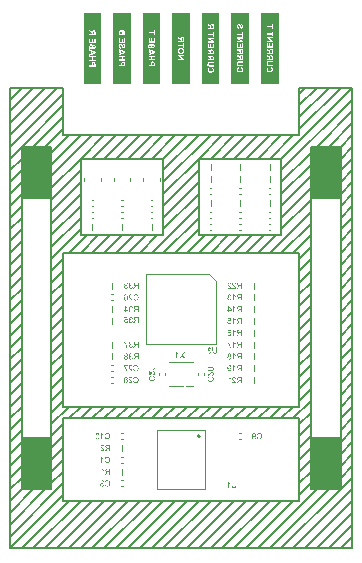
<source format=gbr>
%TF.GenerationSoftware,Altium Limited,Altium Designer,22.1.2 (22)*%
G04 Layer_Color=32896*
%FSLAX26Y26*%
%MOIN*%
%TF.SameCoordinates,654C00B4-3322-4B45-B6E3-0FD47356756A*%
%TF.FilePolarity,Positive*%
%TF.FileFunction,Legend,Bot*%
%TF.Part,Single*%
G01*
G75*
%TA.AperFunction,NonConductor*%
%ADD28C,0.007874*%
%ADD29C,0.003937*%
%ADD30C,0.001968*%
%ADD31C,0.007087*%
%ADD32R,0.098425X0.177165*%
G36*
X29528Y1746064D02*
X-29527D01*
Y1982285D01*
X29528D01*
Y1746064D01*
D02*
G37*
G36*
X226378D02*
X167323D01*
Y1982285D01*
X226378D01*
Y1746064D01*
D02*
G37*
G36*
X324803D02*
X265748D01*
Y1982285D01*
X324803D01*
Y1746064D01*
D02*
G37*
G36*
X-265748D02*
X-324803D01*
Y1982285D01*
X-265748D01*
Y1746064D01*
D02*
G37*
G36*
X-68898D02*
X-127953D01*
Y1982285D01*
X-68898D01*
Y1746064D01*
D02*
G37*
G36*
X-167323D02*
X-226378D01*
Y1982285D01*
X-167323D01*
Y1746064D01*
D02*
G37*
G36*
X127953D02*
X68898D01*
Y1982285D01*
X127953D01*
Y1746064D01*
D02*
G37*
G36*
X95834Y866528D02*
X96619Y866382D01*
X97288Y866150D01*
X97871Y865917D01*
X98132Y865771D01*
X98336Y865655D01*
X98540Y865538D01*
X98685Y865422D01*
X98802Y865335D01*
X98889Y865277D01*
X98947Y865247D01*
X98976Y865218D01*
X99529Y864665D01*
X99966Y864054D01*
X100315Y863414D01*
X100606Y862774D01*
X100781Y862221D01*
X100868Y861988D01*
X100926Y861785D01*
X100955Y861610D01*
X100984Y861494D01*
X101013Y861406D01*
Y861377D01*
X98540Y860941D01*
X98423Y861581D01*
X98249Y862134D01*
X98045Y862599D01*
X97841Y862978D01*
X97638Y863269D01*
X97463Y863472D01*
X97347Y863618D01*
X97318Y863647D01*
X96939Y863938D01*
X96532Y864171D01*
X96154Y864316D01*
X95775Y864433D01*
X95426Y864491D01*
X95164Y864549D01*
X94931D01*
X94408Y864520D01*
X93942Y864404D01*
X93535Y864258D01*
X93185Y864113D01*
X92924Y863938D01*
X92720Y863793D01*
X92574Y863676D01*
X92545Y863647D01*
X92225Y863298D01*
X91992Y862919D01*
X91847Y862541D01*
X91730Y862192D01*
X91672Y861872D01*
X91614Y861639D01*
Y861465D01*
Y861435D01*
Y861406D01*
Y861086D01*
X91672Y860795D01*
X91818Y860301D01*
X92021Y859864D01*
X92254Y859486D01*
X92487Y859224D01*
X92691Y859020D01*
X92836Y858904D01*
X92865Y858875D01*
X92894D01*
X93389Y858613D01*
X93855Y858409D01*
X94349Y858264D01*
X94786Y858176D01*
X95164Y858118D01*
X95484Y858060D01*
X95863D01*
X95979Y858089D01*
X96124D01*
X96415Y855906D01*
X96037Y855994D01*
X95688Y856052D01*
X95397Y856110D01*
X95135Y856139D01*
X94931Y856168D01*
X94669D01*
X94058Y856110D01*
X93505Y855994D01*
X93011Y855819D01*
X92603Y855615D01*
X92283Y855412D01*
X92050Y855237D01*
X91905Y855121D01*
X91847Y855062D01*
X91469Y854626D01*
X91177Y854160D01*
X90974Y853695D01*
X90857Y853229D01*
X90770Y852851D01*
X90741Y852531D01*
X90712Y852414D01*
Y852327D01*
Y852269D01*
Y852240D01*
X90770Y851600D01*
X90916Y851018D01*
X91090Y850523D01*
X91323Y850086D01*
X91556Y849737D01*
X91730Y849475D01*
X91876Y849301D01*
X91934Y849242D01*
X92400Y848835D01*
X92894Y848544D01*
X93389Y848340D01*
X93855Y848195D01*
X94262Y848108D01*
X94582Y848078D01*
X94699Y848049D01*
X94873D01*
X95397Y848078D01*
X95892Y848195D01*
X96328Y848340D01*
X96677Y848515D01*
X96968Y848660D01*
X97201Y848806D01*
X97318Y848922D01*
X97376Y848952D01*
X97725Y849359D01*
X98016Y849824D01*
X98278Y850319D01*
X98482Y850843D01*
X98627Y851279D01*
X98685Y851483D01*
X98714Y851658D01*
X98743Y851803D01*
X98773Y851920D01*
X98802Y851978D01*
Y852007D01*
X101275Y851687D01*
X101217Y851221D01*
X101130Y850785D01*
X100868Y849970D01*
X100548Y849272D01*
X100373Y848981D01*
X100198Y848690D01*
X100024Y848428D01*
X99849Y848224D01*
X99704Y848020D01*
X99558Y847875D01*
X99471Y847758D01*
X99384Y847671D01*
X99326Y847613D01*
X99296Y847584D01*
X98947Y847322D01*
X98598Y847060D01*
X98249Y846856D01*
X97871Y846682D01*
X97143Y846391D01*
X96445Y846216D01*
X96124Y846158D01*
X95834Y846100D01*
X95572Y846071D01*
X95339Y846042D01*
X95164Y846012D01*
X94902D01*
X94349Y846042D01*
X93855Y846100D01*
X93360Y846187D01*
X92894Y846303D01*
X92458Y846449D01*
X92080Y846594D01*
X91701Y846769D01*
X91381Y846944D01*
X91061Y847089D01*
X90799Y847264D01*
X90566Y847409D01*
X90392Y847555D01*
X90246Y847671D01*
X90130Y847758D01*
X90072Y847817D01*
X90043Y847846D01*
X89693Y848195D01*
X89402Y848573D01*
X89141Y848952D01*
X88908Y849330D01*
X88733Y849679D01*
X88558Y850057D01*
X88326Y850756D01*
X88267Y851076D01*
X88209Y851367D01*
X88151Y851629D01*
X88122Y851861D01*
X88093Y852036D01*
Y852182D01*
Y852269D01*
Y852298D01*
X88122Y852996D01*
X88238Y853637D01*
X88413Y854189D01*
X88588Y854655D01*
X88762Y855033D01*
X88937Y855324D01*
X89053Y855499D01*
X89082Y855557D01*
X89490Y855994D01*
X89926Y856372D01*
X90392Y856663D01*
X90857Y856896D01*
X91265Y857070D01*
X91585Y857187D01*
X91701Y857216D01*
X91789Y857245D01*
X91847Y857274D01*
X91876D01*
X91381Y857536D01*
X90974Y857798D01*
X90625Y858089D01*
X90334Y858351D01*
X90101Y858584D01*
X89926Y858787D01*
X89839Y858904D01*
X89810Y858962D01*
X89577Y859369D01*
X89402Y859777D01*
X89257Y860184D01*
X89170Y860562D01*
X89111Y860883D01*
X89082Y861115D01*
Y861290D01*
Y861348D01*
X89111Y861843D01*
X89199Y862337D01*
X89315Y862774D01*
X89461Y863152D01*
X89606Y863472D01*
X89722Y863734D01*
X89810Y863880D01*
X89839Y863938D01*
X90130Y864375D01*
X90479Y864753D01*
X90828Y865073D01*
X91177Y865364D01*
X91469Y865568D01*
X91730Y865742D01*
X91905Y865830D01*
X91934Y865859D01*
X91963D01*
X92487Y866091D01*
X93011Y866266D01*
X93535Y866412D01*
X94000Y866499D01*
X94379Y866557D01*
X94699Y866586D01*
X95426D01*
X95834Y866528D01*
D02*
G37*
G36*
X120569Y854859D02*
Y854277D01*
X120539Y853724D01*
X120510Y853200D01*
X120452Y852705D01*
X120394Y852269D01*
X120336Y851861D01*
X120248Y851483D01*
X120190Y851134D01*
X120132Y850814D01*
X120045Y850552D01*
X119987Y850319D01*
X119928Y850145D01*
X119870Y849999D01*
X119841Y849883D01*
X119812Y849824D01*
Y849795D01*
X119492Y849155D01*
X119084Y848573D01*
X118677Y848108D01*
X118240Y847700D01*
X117862Y847380D01*
X117542Y847147D01*
X117426Y847089D01*
X117338Y847031D01*
X117280Y846973D01*
X117251D01*
X116524Y846653D01*
X115767Y846420D01*
X114981Y846245D01*
X114254Y846129D01*
X113934Y846100D01*
X113614Y846071D01*
X113323Y846042D01*
X113090D01*
X112886Y846012D01*
X112624D01*
X111577Y846071D01*
X111111Y846129D01*
X110674Y846187D01*
X110238Y846274D01*
X109860Y846362D01*
X109510Y846449D01*
X109190Y846565D01*
X108899Y846682D01*
X108667Y846769D01*
X108434Y846856D01*
X108259Y846944D01*
X108114Y847031D01*
X108026Y847060D01*
X107968Y847118D01*
X107939D01*
X107299Y847555D01*
X106775Y848049D01*
X106368Y848515D01*
X106019Y848981D01*
X105757Y849388D01*
X105582Y849708D01*
X105524Y849824D01*
X105466Y849912D01*
X105436Y849970D01*
Y849999D01*
X105320Y850348D01*
X105204Y850727D01*
X105029Y851512D01*
X104913Y852327D01*
X104825Y853113D01*
X104796Y853462D01*
X104767Y853811D01*
Y854102D01*
X104738Y854364D01*
Y854568D01*
Y854713D01*
Y854830D01*
Y854859D01*
Y866499D01*
X107415D01*
Y854859D01*
Y854189D01*
X107474Y853549D01*
X107532Y852996D01*
X107619Y852473D01*
X107706Y852007D01*
X107823Y851571D01*
X107910Y851192D01*
X108026Y850872D01*
X108143Y850610D01*
X108259Y850348D01*
X108376Y850174D01*
X108463Y849999D01*
X108550Y849883D01*
X108608Y849795D01*
X108638Y849766D01*
X108667Y849737D01*
X108928Y849504D01*
X109219Y849301D01*
X109860Y848981D01*
X110529Y848748D01*
X111227Y848602D01*
X111868Y848486D01*
X112129Y848457D01*
X112391D01*
X112566Y848428D01*
X112857D01*
X113468Y848457D01*
X114021Y848544D01*
X114545Y848631D01*
X114952Y848777D01*
X115301Y848893D01*
X115563Y848981D01*
X115709Y849068D01*
X115767Y849097D01*
X116174Y849359D01*
X116524Y849679D01*
X116815Y849999D01*
X117018Y850290D01*
X117193Y850581D01*
X117338Y850785D01*
X117397Y850930D01*
X117426Y850989D01*
X117513Y851250D01*
X117571Y851512D01*
X117688Y852123D01*
X117775Y852764D01*
X117833Y853404D01*
X117862Y853957D01*
Y854219D01*
X117891Y854422D01*
Y854597D01*
Y854742D01*
Y854830D01*
Y854859D01*
Y866499D01*
X120569D01*
Y854859D01*
D02*
G37*
G36*
X157603Y418532D02*
X157923Y418067D01*
X158302Y417601D01*
X158651Y417194D01*
X159000Y416845D01*
X159262Y416554D01*
X159379Y416466D01*
X159466Y416379D01*
X159495Y416350D01*
X159524Y416321D01*
X160135Y415826D01*
X160746Y415361D01*
X161328Y414953D01*
X161910Y414633D01*
X162405Y414342D01*
X162609Y414226D01*
X162783Y414138D01*
X162929Y414051D01*
X163045Y414022D01*
X163103Y413964D01*
X163132D01*
Y411577D01*
X162696Y411752D01*
X162259Y411956D01*
X161823Y412159D01*
X161416Y412363D01*
X161066Y412538D01*
X160775Y412683D01*
X160601Y412800D01*
X160572Y412829D01*
X160542D01*
X160019Y413149D01*
X159553Y413469D01*
X159146Y413760D01*
X158826Y414022D01*
X158535Y414226D01*
X158360Y414400D01*
X158214Y414517D01*
X158185Y414546D01*
Y398803D01*
X155712D01*
Y419027D01*
X157312D01*
X157603Y418532D01*
D02*
G37*
G36*
X184288Y407300D02*
Y406718D01*
X184259Y406165D01*
X184230Y405641D01*
X184172Y405146D01*
X184113Y404710D01*
X184055Y404303D01*
X183968Y403924D01*
X183910Y403575D01*
X183852Y403255D01*
X183764Y402993D01*
X183706Y402760D01*
X183648Y402586D01*
X183590Y402440D01*
X183561Y402324D01*
X183531Y402265D01*
Y402236D01*
X183211Y401596D01*
X182804Y401014D01*
X182397Y400549D01*
X181960Y400141D01*
X181582Y399821D01*
X181262Y399588D01*
X181145Y399530D01*
X181058Y399472D01*
X181000Y399414D01*
X180971D01*
X180243Y399094D01*
X179487Y398861D01*
X178701Y398686D01*
X177973Y398570D01*
X177653Y398541D01*
X177333Y398512D01*
X177042Y398483D01*
X176809D01*
X176606Y398453D01*
X176344D01*
X175296Y398512D01*
X174831Y398570D01*
X174394Y398628D01*
X173958Y398715D01*
X173579Y398803D01*
X173230Y398890D01*
X172910Y399006D01*
X172619Y399123D01*
X172386Y399210D01*
X172153Y399297D01*
X171979Y399385D01*
X171833Y399472D01*
X171746Y399501D01*
X171688Y399559D01*
X171659D01*
X171018Y399996D01*
X170495Y400490D01*
X170087Y400956D01*
X169738Y401422D01*
X169476Y401829D01*
X169302Y402149D01*
X169243Y402265D01*
X169185Y402353D01*
X169156Y402411D01*
Y402440D01*
X169040Y402789D01*
X168923Y403168D01*
X168749Y403953D01*
X168632Y404768D01*
X168545Y405554D01*
X168516Y405903D01*
X168487Y406252D01*
Y406543D01*
X168458Y406805D01*
Y407009D01*
Y407154D01*
Y407271D01*
Y407300D01*
Y418940D01*
X171135D01*
Y407300D01*
Y406630D01*
X171193Y405990D01*
X171251Y405437D01*
X171339Y404914D01*
X171426Y404448D01*
X171542Y404012D01*
X171630Y403633D01*
X171746Y403313D01*
X171862Y403051D01*
X171979Y402789D01*
X172095Y402615D01*
X172183Y402440D01*
X172270Y402324D01*
X172328Y402236D01*
X172357Y402207D01*
X172386Y402178D01*
X172648Y401945D01*
X172939Y401742D01*
X173579Y401422D01*
X174249Y401189D01*
X174947Y401043D01*
X175587Y400927D01*
X175849Y400898D01*
X176111D01*
X176286Y400869D01*
X176577D01*
X177188Y400898D01*
X177741Y400985D01*
X178264Y401072D01*
X178672Y401218D01*
X179021Y401334D01*
X179283Y401422D01*
X179428Y401509D01*
X179487Y401538D01*
X179894Y401800D01*
X180243Y402120D01*
X180534Y402440D01*
X180738Y402731D01*
X180912Y403022D01*
X181058Y403226D01*
X181116Y403371D01*
X181145Y403430D01*
X181233Y403691D01*
X181291Y403953D01*
X181407Y404564D01*
X181494Y405205D01*
X181553Y405845D01*
X181582Y406398D01*
Y406660D01*
X181611Y406863D01*
Y407038D01*
Y407183D01*
Y407271D01*
Y407300D01*
Y418940D01*
X184288D01*
Y407300D01*
D02*
G37*
G36*
X-14248Y850169D02*
X-13928Y849703D01*
X-13550Y849238D01*
X-13200Y848830D01*
X-12851Y848481D01*
X-12589Y848190D01*
X-12473Y848103D01*
X-12386Y848015D01*
X-12356Y847986D01*
X-12327Y847957D01*
X-11716Y847462D01*
X-11105Y846997D01*
X-10523Y846590D01*
X-9941Y846269D01*
X-9446Y845978D01*
X-9243Y845862D01*
X-9068Y845775D01*
X-8923Y845687D01*
X-8806Y845658D01*
X-8748Y845600D01*
X-8719D01*
Y843214D01*
X-9155Y843389D01*
X-9592Y843592D01*
X-10028Y843796D01*
X-10436Y844000D01*
X-10785Y844174D01*
X-11076Y844320D01*
X-11251Y844436D01*
X-11280Y844465D01*
X-11309D01*
X-11833Y844785D01*
X-12298Y845105D01*
X-12706Y845396D01*
X-13026Y845658D01*
X-13317Y845862D01*
X-13491Y846037D01*
X-13637Y846153D01*
X-13666Y846182D01*
Y830439D01*
X-16139D01*
Y850663D01*
X-14539D01*
X-14248Y850169D01*
D02*
G37*
G36*
X5220Y840857D02*
X12990Y830439D01*
X9789D01*
X4696Y837423D01*
X4580Y837598D01*
X4434Y837801D01*
X4114Y838267D01*
X3969Y838500D01*
X3852Y838674D01*
X3765Y838791D01*
X3736Y838820D01*
X3445Y838383D01*
X3183Y837976D01*
X3067Y837830D01*
X3008Y837714D01*
X2950Y837627D01*
X2921Y837598D01*
X-2171Y830439D01*
X-5460D01*
X2077Y841002D01*
X-4907Y850576D01*
X-1997D01*
X2019Y845222D01*
X2368Y844785D01*
X2659Y844378D01*
X2950Y843971D01*
X3183Y843650D01*
X3387Y843359D01*
X3532Y843127D01*
X3619Y843010D01*
X3649Y842952D01*
X3852Y843301D01*
X4085Y843679D01*
X4347Y844087D01*
X4609Y844494D01*
X4871Y844843D01*
X5045Y845135D01*
X5133Y845251D01*
X5191Y845338D01*
X5249Y845367D01*
Y845396D01*
X8916Y850576D01*
X12088D01*
X5220Y840857D01*
D02*
G37*
G36*
X99356Y801187D02*
X99822D01*
X100288Y801157D01*
X100695Y801099D01*
X101102Y801070D01*
X101452Y801041D01*
X101772Y800983D01*
X102063Y800954D01*
X102325Y800895D01*
X102528Y800866D01*
X102703Y800837D01*
X102848Y800808D01*
X102936Y800779D01*
X102994Y800750D01*
X103023D01*
X103663Y800575D01*
X104245Y800372D01*
X104740Y800139D01*
X105176Y799964D01*
X105555Y799761D01*
X105817Y799644D01*
X105962Y799528D01*
X106020Y799499D01*
X106457Y799179D01*
X106835Y798859D01*
X107155Y798509D01*
X107446Y798189D01*
X107650Y797898D01*
X107795Y797665D01*
X107883Y797520D01*
X107912Y797491D01*
Y797462D01*
X108145Y796996D01*
X108290Y796501D01*
X108406Y796036D01*
X108494Y795599D01*
X108552Y795221D01*
X108581Y794901D01*
Y794639D01*
X108523Y793853D01*
X108406Y793126D01*
X108203Y792515D01*
X107999Y791991D01*
X107766Y791554D01*
X107679Y791380D01*
X107563Y791234D01*
X107504Y791118D01*
X107446Y791031D01*
X107388Y791001D01*
Y790972D01*
X106922Y790449D01*
X106370Y790012D01*
X105817Y789634D01*
X105293Y789343D01*
X104798Y789110D01*
X104594Y788994D01*
X104391Y788935D01*
X104245Y788877D01*
X104129Y788819D01*
X104071Y788790D01*
X104041D01*
X103605Y788673D01*
X103168Y788557D01*
X102208Y788383D01*
X101248Y788237D01*
X100346Y788150D01*
X99909Y788121D01*
X99531Y788091D01*
X99182D01*
X98862Y788062D01*
X98629D01*
X98425D01*
X98309D01*
X98280D01*
X97261Y788091D01*
X96301Y788150D01*
X95428Y788237D01*
X94613Y788383D01*
X93856Y788528D01*
X93187Y788703D01*
X92576Y788877D01*
X92052Y789052D01*
X91587Y789226D01*
X91179Y789430D01*
X90830Y789576D01*
X90568Y789721D01*
X90335Y789867D01*
X90190Y789954D01*
X90103Y790012D01*
X90073Y790041D01*
X89724Y790361D01*
X89404Y790711D01*
X89113Y791089D01*
X88880Y791467D01*
X88677Y791845D01*
X88502Y792224D01*
X88386Y792602D01*
X88269Y792951D01*
X88182Y793300D01*
X88124Y793620D01*
X88066Y793912D01*
X88037Y794144D01*
X88007Y794348D01*
Y794639D01*
X88066Y795425D01*
X88182Y796152D01*
X88386Y796763D01*
X88589Y797287D01*
X88793Y797724D01*
X88909Y797869D01*
X88997Y798015D01*
X89055Y798131D01*
X89113Y798218D01*
X89171Y798247D01*
Y798277D01*
X89666Y798800D01*
X90190Y799237D01*
X90772Y799615D01*
X91296Y799906D01*
X91790Y800139D01*
X91994Y800255D01*
X92198Y800313D01*
X92343Y800372D01*
X92460Y800430D01*
X92518Y800459D01*
X92547D01*
X92984Y800605D01*
X93420Y800721D01*
X94351Y800895D01*
X95311Y801041D01*
X96243Y801128D01*
X96650Y801157D01*
X97028Y801187D01*
X97378D01*
X97698Y801216D01*
X97930D01*
X98134D01*
X98251D01*
X98280D01*
X98833D01*
X99356Y801187D01*
D02*
G37*
G36*
X90743Y775491D02*
X91237Y775840D01*
X91441Y776015D01*
X91645Y776160D01*
X91820Y776306D01*
X91936Y776422D01*
X92023Y776510D01*
X92052Y776539D01*
X92198Y776684D01*
X92343Y776859D01*
X92722Y777266D01*
X93158Y777732D01*
X93595Y778227D01*
X93973Y778692D01*
X94147Y778896D01*
X94322Y779071D01*
X94439Y779216D01*
X94526Y779332D01*
X94584Y779391D01*
X94613Y779420D01*
X95020Y779885D01*
X95399Y780351D01*
X95777Y780758D01*
X96097Y781137D01*
X96417Y781486D01*
X96708Y781777D01*
X96970Y782068D01*
X97203Y782301D01*
X97436Y782533D01*
X97610Y782708D01*
X97756Y782854D01*
X97901Y782999D01*
X98076Y783144D01*
X98134Y783203D01*
X98629Y783610D01*
X99065Y783959D01*
X99502Y784250D01*
X99851Y784483D01*
X100171Y784658D01*
X100404Y784774D01*
X100549Y784832D01*
X100608Y784861D01*
X101044Y785036D01*
X101481Y785152D01*
X101888Y785269D01*
X102237Y785327D01*
X102557Y785356D01*
X102790Y785385D01*
X102936D01*
X102994D01*
X103430Y785356D01*
X103838Y785298D01*
X104245Y785240D01*
X104594Y785123D01*
X105293Y784832D01*
X105846Y784541D01*
X106108Y784367D01*
X106311Y784221D01*
X106515Y784076D01*
X106660Y783930D01*
X106777Y783814D01*
X106893Y783756D01*
X106922Y783697D01*
X106951Y783668D01*
X107243Y783348D01*
X107504Y782999D01*
X107708Y782621D01*
X107883Y782242D01*
X108174Y781486D01*
X108377Y780729D01*
X108436Y780409D01*
X108494Y780089D01*
X108523Y779798D01*
X108552Y779565D01*
X108581Y779361D01*
Y779071D01*
X108552Y778547D01*
X108523Y778052D01*
X108436Y777586D01*
X108348Y777150D01*
X108232Y776742D01*
X108115Y776364D01*
X107970Y776015D01*
X107825Y775695D01*
X107679Y775404D01*
X107534Y775171D01*
X107417Y774967D01*
X107301Y774793D01*
X107213Y774647D01*
X107126Y774560D01*
X107097Y774502D01*
X107068Y774473D01*
X106777Y774182D01*
X106457Y773920D01*
X106108Y773658D01*
X105758Y773454D01*
X105060Y773105D01*
X104362Y772872D01*
X104041Y772785D01*
X103721Y772698D01*
X103460Y772639D01*
X103227Y772581D01*
X103023Y772552D01*
X102877D01*
X102790Y772523D01*
X102761D01*
X102499Y775055D01*
X103168Y775113D01*
X103751Y775229D01*
X104274Y775404D01*
X104682Y775608D01*
X105031Y775782D01*
X105264Y775957D01*
X105409Y776073D01*
X105467Y776131D01*
X105817Y776568D01*
X106079Y777034D01*
X106282Y777528D01*
X106399Y777965D01*
X106486Y778372D01*
X106515Y778721D01*
X106544Y778838D01*
Y779012D01*
X106515Y779623D01*
X106399Y780176D01*
X106224Y780642D01*
X106049Y781049D01*
X105846Y781369D01*
X105700Y781573D01*
X105584Y781719D01*
X105526Y781777D01*
X105118Y782126D01*
X104711Y782388D01*
X104303Y782592D01*
X103896Y782708D01*
X103576Y782795D01*
X103285Y782824D01*
X103110Y782854D01*
X103081D01*
X103052D01*
X102528Y782795D01*
X101975Y782679D01*
X101481Y782475D01*
X101015Y782271D01*
X100637Y782039D01*
X100317Y781835D01*
X100200Y781777D01*
X100113Y781719D01*
X100084Y781660D01*
X100055D01*
X99735Y781428D01*
X99415Y781137D01*
X99065Y780817D01*
X98716Y780467D01*
X98018Y779740D01*
X97319Y779012D01*
X96999Y778634D01*
X96708Y778314D01*
X96446Y777994D01*
X96214Y777732D01*
X96039Y777528D01*
X95894Y777354D01*
X95806Y777237D01*
X95777Y777208D01*
X95166Y776481D01*
X94584Y775811D01*
X94060Y775258D01*
X93624Y774822D01*
X93245Y774444D01*
X92984Y774182D01*
X92809Y774036D01*
X92780Y773978D01*
X92751D01*
X92256Y773571D01*
X91790Y773250D01*
X91325Y772960D01*
X90917Y772727D01*
X90568Y772552D01*
X90306Y772436D01*
X90132Y772378D01*
X90103Y772348D01*
X90073D01*
X89753Y772232D01*
X89462Y772174D01*
X89171Y772116D01*
X88909Y772087D01*
X88677Y772057D01*
X88502D01*
X88386D01*
X88357D01*
Y785414D01*
X90743D01*
Y775491D01*
D02*
G37*
G36*
X95399Y767460D02*
X94933Y767343D01*
X94497Y767198D01*
X94089Y767052D01*
X93711Y766907D01*
X93362Y766732D01*
X93071Y766558D01*
X92780Y766354D01*
X92518Y766179D01*
X92285Y766034D01*
X92111Y765859D01*
X91936Y765714D01*
X91790Y765597D01*
X91703Y765481D01*
X91616Y765394D01*
X91587Y765364D01*
X91558Y765335D01*
X91325Y765044D01*
X91150Y764724D01*
X90830Y764084D01*
X90597Y763473D01*
X90452Y762862D01*
X90335Y762338D01*
X90306Y762134D01*
Y761931D01*
X90277Y761756D01*
Y761552D01*
X90306Y760883D01*
X90423Y760243D01*
X90568Y759661D01*
X90743Y759137D01*
X90917Y758730D01*
X91005Y758555D01*
X91063Y758409D01*
X91121Y758293D01*
X91179Y758206D01*
X91208Y758148D01*
Y758119D01*
X91616Y757566D01*
X92052Y757100D01*
X92547Y756693D01*
X93013Y756372D01*
X93420Y756111D01*
X93769Y755936D01*
X93915Y755878D01*
X94002Y755820D01*
X94060Y755790D01*
X94089D01*
X94846Y755558D01*
X95603Y755383D01*
X96359Y755238D01*
X97058Y755150D01*
X97378Y755121D01*
X97669Y755092D01*
X97930D01*
X98134Y755063D01*
X98309D01*
X98454D01*
X98542D01*
X98571D01*
X99327Y755092D01*
X100026Y755150D01*
X100666Y755267D01*
X101248Y755383D01*
X101743Y755470D01*
X101946Y755529D01*
X102121Y755587D01*
X102266Y755616D01*
X102354Y755645D01*
X102412Y755674D01*
X102441D01*
X103110Y755965D01*
X103721Y756285D01*
X104216Y756634D01*
X104653Y757013D01*
X105002Y757333D01*
X105235Y757595D01*
X105380Y757798D01*
X105438Y757827D01*
Y757857D01*
X105817Y758468D01*
X106108Y759137D01*
X106311Y759777D01*
X106428Y760388D01*
X106515Y760941D01*
X106544Y761174D01*
Y761378D01*
X106573Y761523D01*
Y761756D01*
X106544Y762484D01*
X106428Y763153D01*
X106253Y763706D01*
X106079Y764200D01*
X105875Y764579D01*
X105729Y764870D01*
X105613Y765044D01*
X105555Y765102D01*
X105118Y765568D01*
X104624Y766005D01*
X104100Y766354D01*
X103576Y766645D01*
X103110Y766878D01*
X102877Y766965D01*
X102703Y767023D01*
X102557Y767081D01*
X102441Y767139D01*
X102383Y767169D01*
X102354D01*
X102965Y769788D01*
X103489Y769613D01*
X103954Y769438D01*
X104391Y769206D01*
X104827Y769002D01*
X105206Y768769D01*
X105555Y768507D01*
X105904Y768274D01*
X106195Y768042D01*
X106428Y767809D01*
X106660Y767605D01*
X106864Y767401D01*
X107010Y767256D01*
X107155Y767110D01*
X107243Y766994D01*
X107272Y766936D01*
X107301Y766907D01*
X107563Y766499D01*
X107825Y766092D01*
X108028Y765684D01*
X108203Y765248D01*
X108465Y764375D01*
X108639Y763589D01*
X108727Y763211D01*
X108756Y762891D01*
X108785Y762571D01*
X108814Y762309D01*
X108843Y762105D01*
Y761814D01*
X108785Y760854D01*
X108639Y759923D01*
X108465Y759108D01*
X108348Y758730D01*
X108232Y758380D01*
X108115Y758060D01*
X107999Y757769D01*
X107912Y757537D01*
X107825Y757304D01*
X107737Y757158D01*
X107679Y757042D01*
X107650Y756955D01*
X107621Y756925D01*
X107126Y756140D01*
X106544Y755470D01*
X105962Y754888D01*
X105380Y754394D01*
X104856Y754015D01*
X104624Y753870D01*
X104420Y753754D01*
X104274Y753637D01*
X104158Y753579D01*
X104071Y753550D01*
X104041Y753521D01*
X103139Y753113D01*
X102208Y752822D01*
X101277Y752619D01*
X100433Y752473D01*
X100055Y752415D01*
X99677Y752386D01*
X99385Y752357D01*
X99094D01*
X98891Y752328D01*
X98716D01*
X98600D01*
X98571D01*
X97523Y752386D01*
X96505Y752502D01*
X95603Y752648D01*
X95166Y752764D01*
X94788Y752851D01*
X94439Y752939D01*
X94118Y753055D01*
X93827Y753142D01*
X93595Y753201D01*
X93420Y753288D01*
X93275Y753317D01*
X93187Y753375D01*
X93158D01*
X92285Y753812D01*
X91499Y754306D01*
X90830Y754830D01*
X90568Y755092D01*
X90306Y755325D01*
X90073Y755558D01*
X89870Y755790D01*
X89695Y755994D01*
X89579Y756169D01*
X89462Y756285D01*
X89375Y756402D01*
X89346Y756460D01*
X89317Y756489D01*
X89084Y756896D01*
X88880Y757304D01*
X88560Y758177D01*
X88328Y759050D01*
X88182Y759894D01*
X88124Y760301D01*
X88066Y760650D01*
X88037Y760970D01*
Y761232D01*
X88007Y761465D01*
Y761785D01*
X88037Y762367D01*
X88095Y762920D01*
X88153Y763444D01*
X88269Y763938D01*
X88415Y764404D01*
X88560Y764841D01*
X88706Y765248D01*
X88880Y765626D01*
X89026Y765946D01*
X89171Y766266D01*
X89317Y766499D01*
X89462Y766732D01*
X89579Y766878D01*
X89637Y767023D01*
X89695Y767081D01*
X89724Y767110D01*
X90073Y767518D01*
X90423Y767867D01*
X90830Y768187D01*
X91237Y768507D01*
X92052Y769031D01*
X92867Y769438D01*
X93245Y769613D01*
X93595Y769759D01*
X93915Y769875D01*
X94177Y769962D01*
X94409Y770049D01*
X94584Y770108D01*
X94700Y770137D01*
X94730D01*
X95399Y767460D01*
D02*
G37*
G36*
X243641Y580993D02*
X244107Y580935D01*
X244572Y580847D01*
X244980Y580731D01*
X245765Y580411D01*
X246114Y580265D01*
X246405Y580091D01*
X246696Y579887D01*
X246929Y579742D01*
X247162Y579567D01*
X247337Y579422D01*
X247482Y579305D01*
X247570Y579218D01*
X247628Y579160D01*
X247657Y579131D01*
X247977Y578781D01*
X248239Y578374D01*
X248501Y577996D01*
X248704Y577588D01*
X248879Y577152D01*
X249024Y576744D01*
X249228Y575988D01*
X249315Y575610D01*
X249374Y575289D01*
X249403Y574969D01*
X249432Y574707D01*
X249461Y574504D01*
Y574358D01*
Y574242D01*
Y574213D01*
X249432Y573660D01*
X249374Y573165D01*
X249315Y572670D01*
X249199Y572205D01*
X249054Y571797D01*
X248908Y571390D01*
X248763Y571041D01*
X248588Y570721D01*
X248442Y570430D01*
X248297Y570168D01*
X248151Y569964D01*
X248006Y569760D01*
X247890Y569615D01*
X247831Y569528D01*
X247773Y569469D01*
X247744Y569440D01*
X247424Y569120D01*
X247075Y568858D01*
X246726Y568596D01*
X246347Y568393D01*
X245998Y568218D01*
X245649Y568073D01*
X244980Y567869D01*
X244689Y567782D01*
X244398Y567723D01*
X244165Y567694D01*
X243932Y567665D01*
X243757Y567636D01*
X243525D01*
X242972Y567665D01*
X242448Y567753D01*
X241982Y567869D01*
X241546Y568014D01*
X241226Y568131D01*
X240964Y568247D01*
X240789Y568335D01*
X240731Y568364D01*
X240265Y568655D01*
X239858Y568975D01*
X239509Y569295D01*
X239218Y569586D01*
X239014Y569877D01*
X238839Y570081D01*
X238723Y570226D01*
X238694Y570284D01*
Y570051D01*
Y569906D01*
Y569819D01*
Y569789D01*
X238723Y569207D01*
X238752Y568655D01*
X238810Y568160D01*
X238869Y567694D01*
X238956Y567316D01*
X239014Y567025D01*
X239043Y566909D01*
Y566821D01*
X239072Y566792D01*
Y566763D01*
X239218Y566239D01*
X239363Y565774D01*
X239509Y565366D01*
X239654Y565017D01*
X239771Y564755D01*
X239887Y564552D01*
X239945Y564406D01*
X239974Y564377D01*
X240207Y564057D01*
X240440Y563795D01*
X240673Y563562D01*
X240906Y563358D01*
X241080Y563184D01*
X241255Y563067D01*
X241371Y563009D01*
X241400Y562980D01*
X241720Y562806D01*
X242070Y562689D01*
X242390Y562602D01*
X242710Y562544D01*
X242972Y562514D01*
X243175Y562485D01*
X243379D01*
X243845Y562514D01*
X244281Y562602D01*
X244660Y562718D01*
X244980Y562864D01*
X245212Y562980D01*
X245416Y563096D01*
X245532Y563184D01*
X245562Y563213D01*
X245853Y563533D01*
X246085Y563911D01*
X246289Y564319D01*
X246435Y564726D01*
X246551Y565075D01*
X246638Y565395D01*
X246667Y565512D01*
Y565570D01*
X246696Y565628D01*
Y565657D01*
X249083Y565454D01*
X248908Y564610D01*
X248675Y563882D01*
X248384Y563242D01*
X248093Y562718D01*
X247802Y562311D01*
X247657Y562136D01*
X247540Y561991D01*
X247453Y561903D01*
X247366Y561816D01*
X247337Y561787D01*
X247308Y561758D01*
X247017Y561525D01*
X246696Y561321D01*
X246056Y561001D01*
X245416Y560769D01*
X244805Y560623D01*
X244252Y560507D01*
X244019Y560477D01*
X243816D01*
X243670Y560448D01*
X243437D01*
X242623Y560507D01*
X241895Y560623D01*
X241226Y560827D01*
X240673Y561059D01*
X240440Y561147D01*
X240207Y561263D01*
X240033Y561380D01*
X239858Y561467D01*
X239742Y561525D01*
X239654Y561583D01*
X239596Y561641D01*
X239567D01*
X238985Y562136D01*
X238461Y562689D01*
X238054Y563271D01*
X237705Y563824D01*
X237414Y564319D01*
X237297Y564552D01*
X237210Y564726D01*
X237152Y564901D01*
X237094Y565017D01*
X237064Y565075D01*
Y565104D01*
X236919Y565541D01*
X236773Y566036D01*
X236570Y567025D01*
X236424Y568073D01*
X236337Y569062D01*
X236279Y569499D01*
X236250Y569935D01*
Y570313D01*
X236220Y570633D01*
Y570895D01*
Y571099D01*
Y571245D01*
Y571274D01*
Y571943D01*
X236250Y572583D01*
X236308Y573165D01*
X236366Y573718D01*
X236424Y574213D01*
X236482Y574678D01*
X236570Y575115D01*
X236657Y575493D01*
X236744Y575813D01*
X236803Y576104D01*
X236890Y576366D01*
X236948Y576570D01*
X237006Y576715D01*
X237064Y576832D01*
X237094Y576890D01*
Y576919D01*
X237443Y577617D01*
X237821Y578229D01*
X238257Y578752D01*
X238636Y579189D01*
X239014Y579509D01*
X239305Y579742D01*
X239422Y579829D01*
X239509Y579887D01*
X239538Y579945D01*
X239567D01*
X240178Y580295D01*
X240789Y580557D01*
X241400Y580760D01*
X241953Y580877D01*
X242448Y580964D01*
X242652Y580993D01*
X242797D01*
X242943Y581022D01*
X243146D01*
X243641Y580993D01*
D02*
G37*
G36*
X261014Y581226D02*
X261945Y581080D01*
X262760Y580906D01*
X263138Y580789D01*
X263487Y580673D01*
X263807Y580557D01*
X264098Y580440D01*
X264331Y580353D01*
X264564Y580265D01*
X264709Y580178D01*
X264826Y580120D01*
X264913Y580091D01*
X264942Y580062D01*
X265728Y579567D01*
X266397Y578985D01*
X266979Y578403D01*
X267474Y577821D01*
X267852Y577297D01*
X267998Y577064D01*
X268114Y576861D01*
X268231Y576715D01*
X268289Y576599D01*
X268318Y576512D01*
X268347Y576482D01*
X268754Y575580D01*
X269045Y574649D01*
X269249Y573718D01*
X269394Y572874D01*
X269453Y572496D01*
X269482Y572117D01*
X269511Y571827D01*
Y571535D01*
X269540Y571332D01*
Y571157D01*
Y571041D01*
Y571012D01*
X269482Y569964D01*
X269365Y568946D01*
X269220Y568043D01*
X269103Y567607D01*
X269016Y567229D01*
X268929Y566880D01*
X268812Y566559D01*
X268725Y566268D01*
X268667Y566036D01*
X268580Y565861D01*
X268551Y565716D01*
X268492Y565628D01*
Y565599D01*
X268056Y564726D01*
X267561Y563940D01*
X267037Y563271D01*
X266776Y563009D01*
X266543Y562747D01*
X266310Y562514D01*
X266077Y562311D01*
X265873Y562136D01*
X265699Y562020D01*
X265582Y561903D01*
X265466Y561816D01*
X265408Y561787D01*
X265379Y561758D01*
X264971Y561525D01*
X264564Y561321D01*
X263691Y561001D01*
X262818Y560769D01*
X261974Y560623D01*
X261567Y560565D01*
X261217Y560507D01*
X260897Y560477D01*
X260635D01*
X260403Y560448D01*
X260082D01*
X259500Y560477D01*
X258948Y560536D01*
X258424Y560594D01*
X257929Y560710D01*
X257464Y560856D01*
X257027Y561001D01*
X256620Y561147D01*
X256241Y561321D01*
X255921Y561467D01*
X255601Y561612D01*
X255368Y561758D01*
X255136Y561903D01*
X254990Y562020D01*
X254845Y562078D01*
X254786Y562136D01*
X254757Y562165D01*
X254350Y562514D01*
X254001Y562864D01*
X253680Y563271D01*
X253360Y563678D01*
X252837Y564493D01*
X252429Y565308D01*
X252255Y565686D01*
X252109Y566036D01*
X251993Y566356D01*
X251905Y566618D01*
X251818Y566850D01*
X251760Y567025D01*
X251731Y567141D01*
Y567170D01*
X254408Y567840D01*
X254524Y567374D01*
X254670Y566938D01*
X254815Y566530D01*
X254961Y566152D01*
X255136Y565803D01*
X255310Y565512D01*
X255514Y565221D01*
X255688Y564959D01*
X255834Y564726D01*
X256009Y564552D01*
X256154Y564377D01*
X256270Y564231D01*
X256387Y564144D01*
X256474Y564057D01*
X256503Y564028D01*
X256532Y563999D01*
X256823Y563766D01*
X257143Y563591D01*
X257784Y563271D01*
X258395Y563038D01*
X259006Y562893D01*
X259530Y562776D01*
X259733Y562747D01*
X259937D01*
X260112Y562718D01*
X260315D01*
X260985Y562747D01*
X261625Y562864D01*
X262207Y563009D01*
X262731Y563184D01*
X263138Y563358D01*
X263313Y563446D01*
X263458Y563504D01*
X263575Y563562D01*
X263662Y563620D01*
X263720Y563649D01*
X263749D01*
X264302Y564057D01*
X264768Y564493D01*
X265175Y564988D01*
X265495Y565454D01*
X265757Y565861D01*
X265932Y566210D01*
X265990Y566356D01*
X266048Y566443D01*
X266077Y566501D01*
Y566530D01*
X266310Y567287D01*
X266485Y568043D01*
X266630Y568800D01*
X266717Y569499D01*
X266746Y569819D01*
X266776Y570110D01*
Y570371D01*
X266805Y570575D01*
Y570750D01*
Y570895D01*
Y570983D01*
Y571012D01*
X266776Y571768D01*
X266717Y572467D01*
X266601Y573107D01*
X266485Y573689D01*
X266397Y574184D01*
X266339Y574387D01*
X266281Y574562D01*
X266252Y574707D01*
X266223Y574795D01*
X266193Y574853D01*
Y574882D01*
X265902Y575551D01*
X265582Y576162D01*
X265233Y576657D01*
X264855Y577094D01*
X264535Y577443D01*
X264273Y577676D01*
X264069Y577821D01*
X264040Y577879D01*
X264011D01*
X263400Y578258D01*
X262731Y578549D01*
X262090Y578752D01*
X261479Y578869D01*
X260926Y578956D01*
X260694Y578985D01*
X260490D01*
X260344Y579014D01*
X260112D01*
X259384Y578985D01*
X258715Y578869D01*
X258162Y578694D01*
X257667Y578519D01*
X257289Y578316D01*
X256998Y578170D01*
X256823Y578054D01*
X256765Y577996D01*
X256300Y577559D01*
X255863Y577064D01*
X255514Y576541D01*
X255223Y576017D01*
X254990Y575551D01*
X254903Y575318D01*
X254845Y575144D01*
X254786Y574998D01*
X254728Y574882D01*
X254699Y574824D01*
Y574795D01*
X252080Y575406D01*
X252255Y575930D01*
X252429Y576395D01*
X252662Y576832D01*
X252866Y577268D01*
X253099Y577646D01*
X253360Y577996D01*
X253593Y578345D01*
X253826Y578636D01*
X254059Y578869D01*
X254262Y579101D01*
X254466Y579305D01*
X254612Y579451D01*
X254757Y579596D01*
X254874Y579683D01*
X254932Y579713D01*
X254961Y579742D01*
X255368Y580004D01*
X255776Y580265D01*
X256183Y580469D01*
X256620Y580644D01*
X257493Y580906D01*
X258278Y581080D01*
X258657Y581168D01*
X258977Y581197D01*
X259297Y581226D01*
X259559Y581255D01*
X259762Y581284D01*
X260053D01*
X261014Y581226D01*
D02*
G37*
G36*
X-263720Y580527D02*
X-263400Y580062D01*
X-263022Y579596D01*
X-262672Y579189D01*
X-262323Y578840D01*
X-262061Y578549D01*
X-261945Y578461D01*
X-261858Y578374D01*
X-261829Y578345D01*
X-261799Y578316D01*
X-261188Y577821D01*
X-260577Y577356D01*
X-259995Y576948D01*
X-259413Y576628D01*
X-258918Y576337D01*
X-258715Y576221D01*
X-258540Y576133D01*
X-258395Y576046D01*
X-258278Y576017D01*
X-258220Y575959D01*
X-258191D01*
Y573572D01*
X-258627Y573747D01*
X-259064Y573951D01*
X-259500Y574154D01*
X-259908Y574358D01*
X-260257Y574533D01*
X-260548Y574678D01*
X-260723Y574795D01*
X-260752Y574824D01*
X-260781D01*
X-261305Y575144D01*
X-261770Y575464D01*
X-262178Y575755D01*
X-262498Y576017D01*
X-262789Y576221D01*
X-262963Y576395D01*
X-263109Y576512D01*
X-263138Y576541D01*
Y560798D01*
X-265611D01*
Y581022D01*
X-264011D01*
X-263720Y580527D01*
D02*
G37*
G36*
X-244747Y581226D02*
X-243816Y581080D01*
X-243001Y580906D01*
X-242623Y580789D01*
X-242273Y580673D01*
X-241953Y580557D01*
X-241662Y580440D01*
X-241429Y580353D01*
X-241197Y580265D01*
X-241051Y580178D01*
X-240935Y580120D01*
X-240847Y580091D01*
X-240818Y580062D01*
X-240033Y579567D01*
X-239363Y578985D01*
X-238781Y578403D01*
X-238287Y577821D01*
X-237908Y577297D01*
X-237763Y577064D01*
X-237646Y576861D01*
X-237530Y576715D01*
X-237472Y576599D01*
X-237443Y576512D01*
X-237414Y576482D01*
X-237006Y575580D01*
X-236715Y574649D01*
X-236512Y573718D01*
X-236366Y572874D01*
X-236308Y572496D01*
X-236279Y572117D01*
X-236250Y571827D01*
Y571535D01*
X-236220Y571332D01*
Y571157D01*
Y571041D01*
Y571012D01*
X-236279Y569964D01*
X-236395Y568946D01*
X-236541Y568043D01*
X-236657Y567607D01*
X-236744Y567229D01*
X-236832Y566880D01*
X-236948Y566559D01*
X-237035Y566268D01*
X-237094Y566036D01*
X-237181Y565861D01*
X-237210Y565716D01*
X-237268Y565628D01*
Y565599D01*
X-237705Y564726D01*
X-238199Y563940D01*
X-238723Y563271D01*
X-238985Y563009D01*
X-239218Y562747D01*
X-239451Y562514D01*
X-239683Y562311D01*
X-239887Y562136D01*
X-240062Y562020D01*
X-240178Y561903D01*
X-240294Y561816D01*
X-240353Y561787D01*
X-240382Y561758D01*
X-240789Y561525D01*
X-241197Y561321D01*
X-242070Y561001D01*
X-242943Y560769D01*
X-243786Y560623D01*
X-244194Y560565D01*
X-244543Y560507D01*
X-244863Y560477D01*
X-245125D01*
X-245358Y560448D01*
X-245678D01*
X-246260Y560477D01*
X-246813Y560536D01*
X-247337Y560594D01*
X-247831Y560710D01*
X-248297Y560856D01*
X-248733Y561001D01*
X-249141Y561147D01*
X-249519Y561321D01*
X-249839Y561467D01*
X-250159Y561612D01*
X-250392Y561758D01*
X-250625Y561903D01*
X-250770Y562020D01*
X-250916Y562078D01*
X-250974Y562136D01*
X-251003Y562165D01*
X-251411Y562514D01*
X-251760Y562864D01*
X-252080Y563271D01*
X-252400Y563678D01*
X-252924Y564493D01*
X-253331Y565308D01*
X-253506Y565686D01*
X-253651Y566036D01*
X-253768Y566356D01*
X-253855Y566618D01*
X-253942Y566850D01*
X-254001Y567025D01*
X-254030Y567141D01*
Y567170D01*
X-251352Y567840D01*
X-251236Y567374D01*
X-251091Y566938D01*
X-250945Y566530D01*
X-250800Y566152D01*
X-250625Y565803D01*
X-250450Y565512D01*
X-250247Y565221D01*
X-250072Y564959D01*
X-249927Y564726D01*
X-249752Y564552D01*
X-249607Y564377D01*
X-249490Y564231D01*
X-249374Y564144D01*
X-249286Y564057D01*
X-249257Y564028D01*
X-249228Y563999D01*
X-248937Y563766D01*
X-248617Y563591D01*
X-247977Y563271D01*
X-247366Y563038D01*
X-246755Y562893D01*
X-246231Y562776D01*
X-246027Y562747D01*
X-245823D01*
X-245649Y562718D01*
X-245445D01*
X-244776Y562747D01*
X-244136Y562864D01*
X-243554Y563009D01*
X-243030Y563184D01*
X-242623Y563358D01*
X-242448Y563446D01*
X-242302Y563504D01*
X-242186Y563562D01*
X-242099Y563620D01*
X-242041Y563649D01*
X-242011D01*
X-241458Y564057D01*
X-240993Y564493D01*
X-240585Y564988D01*
X-240265Y565454D01*
X-240004Y565861D01*
X-239829Y566210D01*
X-239771Y566356D01*
X-239713Y566443D01*
X-239683Y566501D01*
Y566530D01*
X-239451Y567287D01*
X-239276Y568043D01*
X-239131Y568800D01*
X-239043Y569499D01*
X-239014Y569819D01*
X-238985Y570110D01*
Y570371D01*
X-238956Y570575D01*
Y570750D01*
Y570895D01*
Y570983D01*
Y571012D01*
X-238985Y571768D01*
X-239043Y572467D01*
X-239160Y573107D01*
X-239276Y573689D01*
X-239363Y574184D01*
X-239422Y574387D01*
X-239480Y574562D01*
X-239509Y574707D01*
X-239538Y574795D01*
X-239567Y574853D01*
Y574882D01*
X-239858Y575551D01*
X-240178Y576162D01*
X-240527Y576657D01*
X-240906Y577094D01*
X-241226Y577443D01*
X-241488Y577676D01*
X-241691Y577821D01*
X-241720Y577879D01*
X-241750D01*
X-242361Y578258D01*
X-243030Y578549D01*
X-243670Y578752D01*
X-244281Y578869D01*
X-244834Y578956D01*
X-245067Y578985D01*
X-245271D01*
X-245416Y579014D01*
X-245649D01*
X-246376Y578985D01*
X-247046Y578869D01*
X-247599Y578694D01*
X-248093Y578519D01*
X-248472Y578316D01*
X-248763Y578170D01*
X-248937Y578054D01*
X-248995Y577996D01*
X-249461Y577559D01*
X-249898Y577064D01*
X-250247Y576541D01*
X-250538Y576017D01*
X-250770Y575551D01*
X-250858Y575318D01*
X-250916Y575144D01*
X-250974Y574998D01*
X-251032Y574882D01*
X-251061Y574824D01*
Y574795D01*
X-253680Y575406D01*
X-253506Y575930D01*
X-253331Y576395D01*
X-253099Y576832D01*
X-252895Y577268D01*
X-252662Y577646D01*
X-252400Y577996D01*
X-252167Y578345D01*
X-251935Y578636D01*
X-251702Y578869D01*
X-251498Y579101D01*
X-251294Y579305D01*
X-251149Y579451D01*
X-251003Y579596D01*
X-250887Y579683D01*
X-250829Y579713D01*
X-250800Y579742D01*
X-250392Y580004D01*
X-249985Y580265D01*
X-249577Y580469D01*
X-249141Y580644D01*
X-248268Y580906D01*
X-247482Y581080D01*
X-247104Y581168D01*
X-246784Y581197D01*
X-246464Y581226D01*
X-246202Y581255D01*
X-245998Y581284D01*
X-245707D01*
X-244747Y581226D01*
D02*
G37*
G36*
X-277746Y580964D02*
X-277019Y580847D01*
X-276408Y580644D01*
X-275884Y580440D01*
X-275447Y580207D01*
X-275273Y580120D01*
X-275127Y580004D01*
X-275011Y579945D01*
X-274923Y579887D01*
X-274894Y579829D01*
X-274865D01*
X-274341Y579363D01*
X-273905Y578811D01*
X-273527Y578258D01*
X-273236Y577734D01*
X-273003Y577239D01*
X-272887Y577035D01*
X-272828Y576832D01*
X-272770Y576686D01*
X-272712Y576570D01*
X-272683Y576512D01*
Y576482D01*
X-272566Y576046D01*
X-272450Y575610D01*
X-272275Y574649D01*
X-272130Y573689D01*
X-272043Y572787D01*
X-272014Y572350D01*
X-271984Y571972D01*
Y571623D01*
X-271955Y571303D01*
Y571070D01*
Y570866D01*
Y570750D01*
Y570721D01*
X-271984Y569702D01*
X-272043Y568742D01*
X-272130Y567869D01*
X-272275Y567054D01*
X-272421Y566298D01*
X-272596Y565628D01*
X-272770Y565017D01*
X-272945Y564493D01*
X-273119Y564028D01*
X-273323Y563620D01*
X-273469Y563271D01*
X-273614Y563009D01*
X-273760Y562776D01*
X-273847Y562631D01*
X-273905Y562544D01*
X-273934Y562514D01*
X-274254Y562165D01*
X-274603Y561845D01*
X-274982Y561554D01*
X-275360Y561321D01*
X-275738Y561118D01*
X-276117Y560943D01*
X-276495Y560827D01*
X-276844Y560710D01*
X-277193Y560623D01*
X-277513Y560565D01*
X-277804Y560507D01*
X-278037Y560477D01*
X-278241Y560448D01*
X-278532D01*
X-279318Y560507D01*
X-280045Y560623D01*
X-280656Y560827D01*
X-281180Y561030D01*
X-281616Y561234D01*
X-281762Y561351D01*
X-281908Y561438D01*
X-282024Y561496D01*
X-282111Y561554D01*
X-282140Y561612D01*
X-282169D01*
X-282693Y562107D01*
X-283130Y562631D01*
X-283508Y563213D01*
X-283799Y563737D01*
X-284032Y564231D01*
X-284148Y564435D01*
X-284206Y564639D01*
X-284265Y564784D01*
X-284323Y564901D01*
X-284352Y564959D01*
Y564988D01*
X-284497Y565424D01*
X-284614Y565861D01*
X-284788Y566792D01*
X-284934Y567753D01*
X-285021Y568684D01*
X-285050Y569091D01*
X-285079Y569469D01*
Y569819D01*
X-285108Y570139D01*
Y570371D01*
Y570575D01*
Y570692D01*
Y570721D01*
Y571274D01*
X-285079Y571797D01*
Y572263D01*
X-285050Y572729D01*
X-284992Y573136D01*
X-284963Y573543D01*
X-284934Y573893D01*
X-284876Y574213D01*
X-284847Y574504D01*
X-284788Y574766D01*
X-284759Y574969D01*
X-284730Y575144D01*
X-284701Y575289D01*
X-284672Y575377D01*
X-284643Y575435D01*
Y575464D01*
X-284468Y576104D01*
X-284265Y576686D01*
X-284032Y577181D01*
X-283857Y577617D01*
X-283654Y577996D01*
X-283537Y578258D01*
X-283421Y578403D01*
X-283392Y578461D01*
X-283072Y578898D01*
X-282751Y579276D01*
X-282402Y579596D01*
X-282082Y579887D01*
X-281791Y580091D01*
X-281558Y580236D01*
X-281413Y580324D01*
X-281384Y580353D01*
X-281355D01*
X-280889Y580586D01*
X-280394Y580731D01*
X-279929Y580847D01*
X-279492Y580935D01*
X-279114Y580993D01*
X-278794Y581022D01*
X-278532D01*
X-277746Y580964D01*
D02*
G37*
G36*
X-244747Y502486D02*
X-243816Y502340D01*
X-243001Y502166D01*
X-242623Y502049D01*
X-242273Y501933D01*
X-241953Y501816D01*
X-241662Y501700D01*
X-241429Y501613D01*
X-241197Y501525D01*
X-241051Y501438D01*
X-240935Y501380D01*
X-240847Y501351D01*
X-240818Y501322D01*
X-240033Y500827D01*
X-239363Y500245D01*
X-238781Y499663D01*
X-238287Y499081D01*
X-237908Y498557D01*
X-237763Y498324D01*
X-237646Y498121D01*
X-237530Y497975D01*
X-237472Y497859D01*
X-237443Y497771D01*
X-237414Y497742D01*
X-237006Y496840D01*
X-236715Y495909D01*
X-236512Y494978D01*
X-236366Y494134D01*
X-236308Y493756D01*
X-236279Y493377D01*
X-236250Y493086D01*
Y492795D01*
X-236220Y492592D01*
Y492417D01*
Y492301D01*
Y492272D01*
X-236279Y491224D01*
X-236395Y490205D01*
X-236541Y489303D01*
X-236657Y488867D01*
X-236744Y488488D01*
X-236832Y488139D01*
X-236948Y487819D01*
X-237035Y487528D01*
X-237094Y487295D01*
X-237181Y487121D01*
X-237210Y486975D01*
X-237268Y486888D01*
Y486859D01*
X-237705Y485986D01*
X-238199Y485200D01*
X-238723Y484531D01*
X-238985Y484269D01*
X-239218Y484007D01*
X-239451Y483774D01*
X-239683Y483571D01*
X-239887Y483396D01*
X-240062Y483280D01*
X-240178Y483163D01*
X-240294Y483076D01*
X-240353Y483047D01*
X-240382Y483018D01*
X-240789Y482785D01*
X-241197Y482581D01*
X-242070Y482261D01*
X-242943Y482028D01*
X-243786Y481883D01*
X-244194Y481825D01*
X-244543Y481766D01*
X-244863Y481737D01*
X-245125D01*
X-245358Y481708D01*
X-245678D01*
X-246260Y481737D01*
X-246813Y481796D01*
X-247337Y481854D01*
X-247831Y481970D01*
X-248297Y482116D01*
X-248733Y482261D01*
X-249141Y482407D01*
X-249519Y482581D01*
X-249839Y482727D01*
X-250159Y482872D01*
X-250392Y483018D01*
X-250625Y483163D01*
X-250770Y483280D01*
X-250916Y483338D01*
X-250974Y483396D01*
X-251003Y483425D01*
X-251411Y483774D01*
X-251760Y484123D01*
X-252080Y484531D01*
X-252400Y484938D01*
X-252924Y485753D01*
X-253331Y486568D01*
X-253506Y486946D01*
X-253651Y487295D01*
X-253768Y487615D01*
X-253855Y487877D01*
X-253942Y488110D01*
X-254001Y488285D01*
X-254030Y488401D01*
Y488430D01*
X-251352Y489100D01*
X-251236Y488634D01*
X-251091Y488197D01*
X-250945Y487790D01*
X-250800Y487412D01*
X-250625Y487063D01*
X-250450Y486772D01*
X-250247Y486481D01*
X-250072Y486219D01*
X-249927Y485986D01*
X-249752Y485811D01*
X-249607Y485637D01*
X-249490Y485491D01*
X-249374Y485404D01*
X-249286Y485317D01*
X-249257Y485288D01*
X-249228Y485258D01*
X-248937Y485026D01*
X-248617Y484851D01*
X-247977Y484531D01*
X-247366Y484298D01*
X-246755Y484153D01*
X-246231Y484036D01*
X-246027Y484007D01*
X-245823D01*
X-245649Y483978D01*
X-245445D01*
X-244776Y484007D01*
X-244136Y484123D01*
X-243554Y484269D01*
X-243030Y484444D01*
X-242623Y484618D01*
X-242448Y484705D01*
X-242302Y484764D01*
X-242186Y484822D01*
X-242099Y484880D01*
X-242041Y484909D01*
X-242011D01*
X-241458Y485317D01*
X-240993Y485753D01*
X-240585Y486248D01*
X-240265Y486713D01*
X-240004Y487121D01*
X-239829Y487470D01*
X-239771Y487615D01*
X-239713Y487703D01*
X-239683Y487761D01*
Y487790D01*
X-239451Y488547D01*
X-239276Y489303D01*
X-239131Y490060D01*
X-239043Y490758D01*
X-239014Y491078D01*
X-238985Y491369D01*
Y491631D01*
X-238956Y491835D01*
Y492010D01*
Y492155D01*
Y492242D01*
Y492272D01*
X-238985Y493028D01*
X-239043Y493726D01*
X-239160Y494367D01*
X-239276Y494949D01*
X-239363Y495443D01*
X-239422Y495647D01*
X-239480Y495822D01*
X-239509Y495967D01*
X-239538Y496055D01*
X-239567Y496113D01*
Y496142D01*
X-239858Y496811D01*
X-240178Y497422D01*
X-240527Y497917D01*
X-240906Y498353D01*
X-241226Y498703D01*
X-241488Y498935D01*
X-241691Y499081D01*
X-241720Y499139D01*
X-241750D01*
X-242361Y499517D01*
X-243030Y499808D01*
X-243670Y500012D01*
X-244281Y500128D01*
X-244834Y500216D01*
X-245067Y500245D01*
X-245271D01*
X-245416Y500274D01*
X-245649D01*
X-246376Y500245D01*
X-247046Y500128D01*
X-247599Y499954D01*
X-248093Y499779D01*
X-248472Y499576D01*
X-248763Y499430D01*
X-248937Y499314D01*
X-248995Y499255D01*
X-249461Y498819D01*
X-249898Y498324D01*
X-250247Y497800D01*
X-250538Y497277D01*
X-250770Y496811D01*
X-250858Y496578D01*
X-250916Y496404D01*
X-250974Y496258D01*
X-251032Y496142D01*
X-251061Y496084D01*
Y496055D01*
X-253680Y496666D01*
X-253506Y497189D01*
X-253331Y497655D01*
X-253099Y498091D01*
X-252895Y498528D01*
X-252662Y498906D01*
X-252400Y499255D01*
X-252167Y499605D01*
X-251935Y499896D01*
X-251702Y500128D01*
X-251498Y500361D01*
X-251294Y500565D01*
X-251149Y500711D01*
X-251003Y500856D01*
X-250887Y500943D01*
X-250829Y500972D01*
X-250800Y501002D01*
X-250392Y501263D01*
X-249985Y501525D01*
X-249577Y501729D01*
X-249141Y501904D01*
X-248268Y502166D01*
X-247482Y502340D01*
X-247104Y502427D01*
X-246784Y502457D01*
X-246464Y502486D01*
X-246202Y502515D01*
X-245998Y502544D01*
X-245707D01*
X-244747Y502486D01*
D02*
G37*
G36*
X-255456Y489158D02*
Y486888D01*
X-264215D01*
Y482057D01*
X-266688D01*
Y486888D01*
X-269424D01*
Y489158D01*
X-266688D01*
Y502195D01*
X-264680D01*
X-255456Y489158D01*
D02*
G37*
G36*
X-261770Y423484D02*
X-260985Y423338D01*
X-260315Y423105D01*
X-259733Y422873D01*
X-259471Y422727D01*
X-259268Y422611D01*
X-259064Y422494D01*
X-258918Y422378D01*
X-258802Y422291D01*
X-258715Y422232D01*
X-258657Y422203D01*
X-258627Y422174D01*
X-258075Y421621D01*
X-257638Y421010D01*
X-257289Y420370D01*
X-256998Y419730D01*
X-256823Y419177D01*
X-256736Y418944D01*
X-256678Y418740D01*
X-256649Y418566D01*
X-256620Y418449D01*
X-256591Y418362D01*
Y418333D01*
X-259064Y417896D01*
X-259180Y418537D01*
X-259355Y419089D01*
X-259559Y419555D01*
X-259762Y419933D01*
X-259966Y420224D01*
X-260141Y420428D01*
X-260257Y420574D01*
X-260286Y420603D01*
X-260664Y420894D01*
X-261072Y421127D01*
X-261450Y421272D01*
X-261829Y421388D01*
X-262178Y421447D01*
X-262440Y421505D01*
X-262672D01*
X-263196Y421476D01*
X-263662Y421359D01*
X-264069Y421214D01*
X-264418Y421068D01*
X-264680Y420894D01*
X-264884Y420748D01*
X-265029Y420632D01*
X-265059Y420603D01*
X-265379Y420253D01*
X-265611Y419875D01*
X-265757Y419497D01*
X-265873Y419148D01*
X-265932Y418828D01*
X-265990Y418595D01*
Y418420D01*
Y418391D01*
Y418362D01*
Y418042D01*
X-265932Y417751D01*
X-265786Y417256D01*
X-265582Y416820D01*
X-265350Y416441D01*
X-265117Y416180D01*
X-264913Y415976D01*
X-264768Y415859D01*
X-264738Y415830D01*
X-264709D01*
X-264215Y415568D01*
X-263749Y415365D01*
X-263254Y415219D01*
X-262818Y415132D01*
X-262440Y415074D01*
X-262120Y415015D01*
X-261741D01*
X-261625Y415045D01*
X-261479D01*
X-261188Y412862D01*
X-261567Y412949D01*
X-261916Y413008D01*
X-262207Y413066D01*
X-262469Y413095D01*
X-262672Y413124D01*
X-262934D01*
X-263545Y413066D01*
X-264098Y412949D01*
X-264593Y412775D01*
X-265000Y412571D01*
X-265320Y412367D01*
X-265553Y412193D01*
X-265699Y412076D01*
X-265757Y412018D01*
X-266135Y411582D01*
X-266426Y411116D01*
X-266630Y410651D01*
X-266746Y410185D01*
X-266834Y409807D01*
X-266863Y409486D01*
X-266892Y409370D01*
Y409283D01*
Y409225D01*
Y409195D01*
X-266834Y408555D01*
X-266688Y407973D01*
X-266514Y407479D01*
X-266281Y407042D01*
X-266048Y406693D01*
X-265873Y406431D01*
X-265728Y406256D01*
X-265670Y406198D01*
X-265204Y405791D01*
X-264709Y405500D01*
X-264215Y405296D01*
X-263749Y405151D01*
X-263342Y405063D01*
X-263022Y405034D01*
X-262905Y405005D01*
X-262731D01*
X-262207Y405034D01*
X-261712Y405151D01*
X-261276Y405296D01*
X-260926Y405471D01*
X-260635Y405616D01*
X-260403Y405762D01*
X-260286Y405878D01*
X-260228Y405907D01*
X-259879Y406315D01*
X-259588Y406780D01*
X-259326Y407275D01*
X-259122Y407799D01*
X-258977Y408235D01*
X-258918Y408439D01*
X-258889Y408613D01*
X-258860Y408759D01*
X-258831Y408875D01*
X-258802Y408934D01*
Y408963D01*
X-256329Y408643D01*
X-256387Y408177D01*
X-256474Y407740D01*
X-256736Y406926D01*
X-257056Y406227D01*
X-257231Y405936D01*
X-257405Y405645D01*
X-257580Y405383D01*
X-257755Y405180D01*
X-257900Y404976D01*
X-258046Y404830D01*
X-258133Y404714D01*
X-258220Y404627D01*
X-258278Y404569D01*
X-258307Y404539D01*
X-258657Y404278D01*
X-259006Y404016D01*
X-259355Y403812D01*
X-259733Y403637D01*
X-260461Y403346D01*
X-261159Y403172D01*
X-261479Y403114D01*
X-261770Y403055D01*
X-262032Y403026D01*
X-262265Y402997D01*
X-262440Y402968D01*
X-262702D01*
X-263254Y402997D01*
X-263749Y403055D01*
X-264244Y403143D01*
X-264709Y403259D01*
X-265146Y403405D01*
X-265524Y403550D01*
X-265902Y403725D01*
X-266223Y403899D01*
X-266543Y404045D01*
X-266805Y404219D01*
X-267037Y404365D01*
X-267212Y404510D01*
X-267358Y404627D01*
X-267474Y404714D01*
X-267532Y404772D01*
X-267561Y404801D01*
X-267910Y405151D01*
X-268201Y405529D01*
X-268463Y405907D01*
X-268696Y406286D01*
X-268871Y406635D01*
X-269045Y407013D01*
X-269278Y407711D01*
X-269336Y408031D01*
X-269394Y408322D01*
X-269453Y408584D01*
X-269482Y408817D01*
X-269511Y408992D01*
Y409137D01*
Y409225D01*
Y409254D01*
X-269482Y409952D01*
X-269365Y410592D01*
X-269191Y411145D01*
X-269016Y411611D01*
X-268842Y411989D01*
X-268667Y412280D01*
X-268551Y412455D01*
X-268522Y412513D01*
X-268114Y412949D01*
X-267678Y413328D01*
X-267212Y413619D01*
X-266746Y413851D01*
X-266339Y414026D01*
X-266019Y414142D01*
X-265902Y414172D01*
X-265815Y414201D01*
X-265757Y414230D01*
X-265728D01*
X-266223Y414492D01*
X-266630Y414754D01*
X-266979Y415045D01*
X-267270Y415307D01*
X-267503Y415539D01*
X-267678Y415743D01*
X-267765Y415859D01*
X-267794Y415918D01*
X-268027Y416325D01*
X-268201Y416732D01*
X-268347Y417140D01*
X-268434Y417518D01*
X-268492Y417838D01*
X-268522Y418071D01*
Y418246D01*
Y418304D01*
X-268492Y418798D01*
X-268405Y419293D01*
X-268289Y419730D01*
X-268143Y420108D01*
X-267998Y420428D01*
X-267881Y420690D01*
X-267794Y420836D01*
X-267765Y420894D01*
X-267474Y421330D01*
X-267125Y421709D01*
X-266776Y422029D01*
X-266426Y422320D01*
X-266135Y422523D01*
X-265873Y422698D01*
X-265699Y422785D01*
X-265670Y422814D01*
X-265641D01*
X-265117Y423047D01*
X-264593Y423222D01*
X-264069Y423367D01*
X-263604Y423454D01*
X-263225Y423513D01*
X-262905Y423542D01*
X-262178D01*
X-261770Y423484D01*
D02*
G37*
G36*
X-244747Y423745D02*
X-243816Y423600D01*
X-243001Y423425D01*
X-242623Y423309D01*
X-242273Y423193D01*
X-241953Y423076D01*
X-241662Y422960D01*
X-241429Y422873D01*
X-241197Y422785D01*
X-241051Y422698D01*
X-240935Y422640D01*
X-240847Y422611D01*
X-240818Y422582D01*
X-240033Y422087D01*
X-239363Y421505D01*
X-238781Y420923D01*
X-238287Y420341D01*
X-237908Y419817D01*
X-237763Y419584D01*
X-237646Y419380D01*
X-237530Y419235D01*
X-237472Y419119D01*
X-237443Y419031D01*
X-237414Y419002D01*
X-237006Y418100D01*
X-236715Y417169D01*
X-236512Y416238D01*
X-236366Y415394D01*
X-236308Y415015D01*
X-236279Y414637D01*
X-236250Y414346D01*
Y414055D01*
X-236220Y413851D01*
Y413677D01*
Y413560D01*
Y413531D01*
X-236279Y412484D01*
X-236395Y411465D01*
X-236541Y410563D01*
X-236657Y410127D01*
X-236744Y409748D01*
X-236832Y409399D01*
X-236948Y409079D01*
X-237035Y408788D01*
X-237094Y408555D01*
X-237181Y408381D01*
X-237210Y408235D01*
X-237268Y408148D01*
Y408119D01*
X-237705Y407246D01*
X-238199Y406460D01*
X-238723Y405791D01*
X-238985Y405529D01*
X-239218Y405267D01*
X-239451Y405034D01*
X-239683Y404830D01*
X-239887Y404656D01*
X-240062Y404539D01*
X-240178Y404423D01*
X-240294Y404336D01*
X-240353Y404307D01*
X-240382Y404278D01*
X-240789Y404045D01*
X-241197Y403841D01*
X-242070Y403521D01*
X-242943Y403288D01*
X-243786Y403143D01*
X-244194Y403084D01*
X-244543Y403026D01*
X-244863Y402997D01*
X-245125D01*
X-245358Y402968D01*
X-245678D01*
X-246260Y402997D01*
X-246813Y403055D01*
X-247337Y403114D01*
X-247831Y403230D01*
X-248297Y403375D01*
X-248733Y403521D01*
X-249141Y403666D01*
X-249519Y403841D01*
X-249839Y403987D01*
X-250159Y404132D01*
X-250392Y404278D01*
X-250625Y404423D01*
X-250770Y404539D01*
X-250916Y404598D01*
X-250974Y404656D01*
X-251003Y404685D01*
X-251411Y405034D01*
X-251760Y405383D01*
X-252080Y405791D01*
X-252400Y406198D01*
X-252924Y407013D01*
X-253331Y407828D01*
X-253506Y408206D01*
X-253651Y408555D01*
X-253768Y408875D01*
X-253855Y409137D01*
X-253942Y409370D01*
X-254001Y409545D01*
X-254030Y409661D01*
Y409690D01*
X-251352Y410360D01*
X-251236Y409894D01*
X-251091Y409457D01*
X-250945Y409050D01*
X-250800Y408672D01*
X-250625Y408322D01*
X-250450Y408031D01*
X-250247Y407740D01*
X-250072Y407479D01*
X-249927Y407246D01*
X-249752Y407071D01*
X-249607Y406897D01*
X-249490Y406751D01*
X-249374Y406664D01*
X-249286Y406577D01*
X-249257Y406547D01*
X-249228Y406518D01*
X-248937Y406286D01*
X-248617Y406111D01*
X-247977Y405791D01*
X-247366Y405558D01*
X-246755Y405413D01*
X-246231Y405296D01*
X-246027Y405267D01*
X-245823D01*
X-245649Y405238D01*
X-245445D01*
X-244776Y405267D01*
X-244136Y405383D01*
X-243554Y405529D01*
X-243030Y405704D01*
X-242623Y405878D01*
X-242448Y405965D01*
X-242302Y406024D01*
X-242186Y406082D01*
X-242099Y406140D01*
X-242041Y406169D01*
X-242011D01*
X-241458Y406577D01*
X-240993Y407013D01*
X-240585Y407508D01*
X-240265Y407973D01*
X-240004Y408381D01*
X-239829Y408730D01*
X-239771Y408875D01*
X-239713Y408963D01*
X-239683Y409021D01*
Y409050D01*
X-239451Y409807D01*
X-239276Y410563D01*
X-239131Y411320D01*
X-239043Y412018D01*
X-239014Y412338D01*
X-238985Y412629D01*
Y412891D01*
X-238956Y413095D01*
Y413269D01*
Y413415D01*
Y413502D01*
Y413531D01*
X-238985Y414288D01*
X-239043Y414986D01*
X-239160Y415627D01*
X-239276Y416209D01*
X-239363Y416703D01*
X-239422Y416907D01*
X-239480Y417082D01*
X-239509Y417227D01*
X-239538Y417314D01*
X-239567Y417373D01*
Y417402D01*
X-239858Y418071D01*
X-240178Y418682D01*
X-240527Y419177D01*
X-240906Y419613D01*
X-241226Y419962D01*
X-241488Y420195D01*
X-241691Y420341D01*
X-241720Y420399D01*
X-241750D01*
X-242361Y420777D01*
X-243030Y421068D01*
X-243670Y421272D01*
X-244281Y421388D01*
X-244834Y421476D01*
X-245067Y421505D01*
X-245271D01*
X-245416Y421534D01*
X-245649D01*
X-246376Y421505D01*
X-247046Y421388D01*
X-247599Y421214D01*
X-248093Y421039D01*
X-248472Y420836D01*
X-248763Y420690D01*
X-248937Y420574D01*
X-248995Y420515D01*
X-249461Y420079D01*
X-249898Y419584D01*
X-250247Y419060D01*
X-250538Y418537D01*
X-250770Y418071D01*
X-250858Y417838D01*
X-250916Y417664D01*
X-250974Y417518D01*
X-251032Y417402D01*
X-251061Y417344D01*
Y417314D01*
X-253680Y417925D01*
X-253506Y418449D01*
X-253331Y418915D01*
X-253099Y419351D01*
X-252895Y419788D01*
X-252662Y420166D01*
X-252400Y420515D01*
X-252167Y420865D01*
X-251935Y421156D01*
X-251702Y421388D01*
X-251498Y421621D01*
X-251294Y421825D01*
X-251149Y421970D01*
X-251003Y422116D01*
X-250887Y422203D01*
X-250829Y422232D01*
X-250800Y422261D01*
X-250392Y422523D01*
X-249985Y422785D01*
X-249577Y422989D01*
X-249141Y423163D01*
X-248268Y423425D01*
X-247482Y423600D01*
X-247104Y423687D01*
X-246784Y423716D01*
X-246464Y423745D01*
X-246202Y423775D01*
X-245998Y423804D01*
X-245707D01*
X-244747Y423745D01*
D02*
G37*
G36*
X-167951Y1043591D02*
X-167457Y1043562D01*
X-166991Y1043475D01*
X-166555Y1043388D01*
X-166147Y1043271D01*
X-165769Y1043155D01*
X-165420Y1043009D01*
X-165100Y1042864D01*
X-164809Y1042718D01*
X-164576Y1042573D01*
X-164372Y1042457D01*
X-164197Y1042340D01*
X-164052Y1042253D01*
X-163965Y1042166D01*
X-163906Y1042136D01*
X-163877Y1042107D01*
X-163586Y1041816D01*
X-163325Y1041496D01*
X-163063Y1041147D01*
X-162859Y1040798D01*
X-162510Y1040099D01*
X-162277Y1039401D01*
X-162190Y1039081D01*
X-162102Y1038761D01*
X-162044Y1038499D01*
X-161986Y1038266D01*
X-161957Y1038062D01*
Y1037917D01*
X-161928Y1037830D01*
Y1037801D01*
X-164459Y1037539D01*
X-164518Y1038208D01*
X-164634Y1038790D01*
X-164809Y1039314D01*
X-165012Y1039721D01*
X-165187Y1040070D01*
X-165362Y1040303D01*
X-165478Y1040449D01*
X-165536Y1040507D01*
X-165973Y1040856D01*
X-166438Y1041118D01*
X-166933Y1041322D01*
X-167369Y1041438D01*
X-167777Y1041525D01*
X-168126Y1041554D01*
X-168242Y1041583D01*
X-168417D01*
X-169028Y1041554D01*
X-169581Y1041438D01*
X-170047Y1041263D01*
X-170454Y1041089D01*
X-170774Y1040885D01*
X-170978Y1040740D01*
X-171123Y1040623D01*
X-171181Y1040565D01*
X-171531Y1040158D01*
X-171793Y1039750D01*
X-171996Y1039343D01*
X-172113Y1038935D01*
X-172200Y1038615D01*
X-172229Y1038324D01*
X-172258Y1038150D01*
Y1038121D01*
Y1038091D01*
X-172200Y1037568D01*
X-172084Y1037015D01*
X-171880Y1036520D01*
X-171676Y1036054D01*
X-171443Y1035676D01*
X-171240Y1035356D01*
X-171181Y1035240D01*
X-171123Y1035152D01*
X-171065Y1035123D01*
Y1035094D01*
X-170832Y1034774D01*
X-170541Y1034454D01*
X-170221Y1034105D01*
X-169872Y1033756D01*
X-169144Y1033057D01*
X-168417Y1032359D01*
X-168039Y1032039D01*
X-167719Y1031748D01*
X-167399Y1031486D01*
X-167137Y1031253D01*
X-166933Y1031078D01*
X-166758Y1030933D01*
X-166642Y1030846D01*
X-166613Y1030816D01*
X-165885Y1030205D01*
X-165216Y1029623D01*
X-164663Y1029100D01*
X-164227Y1028663D01*
X-163848Y1028285D01*
X-163586Y1028023D01*
X-163441Y1027848D01*
X-163383Y1027819D01*
Y1027790D01*
X-162975Y1027295D01*
X-162655Y1026830D01*
X-162364Y1026364D01*
X-162131Y1025957D01*
X-161957Y1025608D01*
X-161840Y1025346D01*
X-161782Y1025171D01*
X-161753Y1025142D01*
Y1025113D01*
X-161637Y1024793D01*
X-161578Y1024502D01*
X-161520Y1024211D01*
X-161491Y1023949D01*
X-161462Y1023716D01*
Y1023542D01*
Y1023425D01*
Y1023396D01*
X-174819D01*
Y1025782D01*
X-164896D01*
X-165245Y1026277D01*
X-165420Y1026481D01*
X-165565Y1026684D01*
X-165711Y1026859D01*
X-165827Y1026975D01*
X-165914Y1027063D01*
X-165944Y1027092D01*
X-166089Y1027237D01*
X-166264Y1027383D01*
X-166671Y1027761D01*
X-167137Y1028197D01*
X-167631Y1028634D01*
X-168097Y1029012D01*
X-168301Y1029187D01*
X-168475Y1029361D01*
X-168621Y1029478D01*
X-168737Y1029565D01*
X-168795Y1029623D01*
X-168824Y1029652D01*
X-169290Y1030060D01*
X-169756Y1030438D01*
X-170163Y1030816D01*
X-170541Y1031137D01*
X-170891Y1031457D01*
X-171181Y1031748D01*
X-171472Y1032010D01*
X-171705Y1032242D01*
X-171938Y1032475D01*
X-172113Y1032650D01*
X-172258Y1032795D01*
X-172404Y1032941D01*
X-172549Y1033115D01*
X-172607Y1033174D01*
X-173015Y1033668D01*
X-173364Y1034105D01*
X-173655Y1034541D01*
X-173888Y1034890D01*
X-174062Y1035211D01*
X-174179Y1035443D01*
X-174237Y1035589D01*
X-174266Y1035647D01*
X-174441Y1036084D01*
X-174557Y1036520D01*
X-174673Y1036928D01*
X-174732Y1037277D01*
X-174761Y1037597D01*
X-174790Y1037830D01*
Y1037975D01*
Y1038033D01*
X-174761Y1038470D01*
X-174703Y1038877D01*
X-174644Y1039285D01*
X-174528Y1039634D01*
X-174237Y1040332D01*
X-173946Y1040885D01*
X-173771Y1041147D01*
X-173626Y1041351D01*
X-173480Y1041554D01*
X-173335Y1041700D01*
X-173219Y1041816D01*
X-173160Y1041933D01*
X-173102Y1041962D01*
X-173073Y1041991D01*
X-172753Y1042282D01*
X-172404Y1042544D01*
X-172025Y1042747D01*
X-171647Y1042922D01*
X-170891Y1043213D01*
X-170134Y1043417D01*
X-169814Y1043475D01*
X-169494Y1043533D01*
X-169203Y1043562D01*
X-168970Y1043591D01*
X-168766Y1043620D01*
X-168475D01*
X-167951Y1043591D01*
D02*
G37*
G36*
X-184015D02*
X-183462Y1043533D01*
X-182938Y1043417D01*
X-182443Y1043271D01*
X-182007Y1043068D01*
X-181570Y1042893D01*
X-181192Y1042660D01*
X-180843Y1042457D01*
X-180552Y1042253D01*
X-180261Y1042020D01*
X-180028Y1041845D01*
X-179853Y1041671D01*
X-179708Y1041496D01*
X-179591Y1041380D01*
X-179533Y1041322D01*
X-179504Y1041293D01*
X-179126Y1040769D01*
X-178806Y1040158D01*
X-178515Y1039517D01*
X-178253Y1038848D01*
X-178049Y1038150D01*
X-177875Y1037451D01*
X-177729Y1036724D01*
X-177613Y1036054D01*
X-177525Y1035385D01*
X-177467Y1034774D01*
X-177409Y1034221D01*
X-177380Y1033756D01*
Y1033348D01*
X-177351Y1033057D01*
Y1032941D01*
Y1032853D01*
Y1032824D01*
Y1032795D01*
X-177380Y1031864D01*
X-177438Y1030991D01*
X-177525Y1030176D01*
X-177671Y1029420D01*
X-177816Y1028750D01*
X-177962Y1028139D01*
X-178136Y1027586D01*
X-178340Y1027092D01*
X-178515Y1026684D01*
X-178689Y1026306D01*
X-178835Y1026015D01*
X-179009Y1025753D01*
X-179126Y1025549D01*
X-179213Y1025433D01*
X-179271Y1025346D01*
X-179300Y1025317D01*
X-179679Y1024909D01*
X-180086Y1024560D01*
X-180494Y1024269D01*
X-180901Y1024007D01*
X-181337Y1023774D01*
X-181745Y1023600D01*
X-182152Y1023454D01*
X-182560Y1023338D01*
X-182909Y1023250D01*
X-183258Y1023163D01*
X-183549Y1023105D01*
X-183811Y1023076D01*
X-184044D01*
X-184189Y1023047D01*
X-184335D01*
X-185004Y1023076D01*
X-185615Y1023192D01*
X-186168Y1023309D01*
X-186663Y1023483D01*
X-187041Y1023629D01*
X-187332Y1023774D01*
X-187448Y1023803D01*
X-187536Y1023862D01*
X-187565Y1023891D01*
X-187594D01*
X-188089Y1024240D01*
X-188554Y1024647D01*
X-188933Y1025055D01*
X-189253Y1025462D01*
X-189514Y1025840D01*
X-189689Y1026131D01*
X-189747Y1026248D01*
X-189805Y1026335D01*
X-189835Y1026364D01*
Y1026393D01*
X-190126Y1027004D01*
X-190329Y1027645D01*
X-190475Y1028227D01*
X-190562Y1028780D01*
X-190649Y1029245D01*
Y1029420D01*
X-190679Y1029594D01*
Y1029740D01*
Y1029827D01*
Y1029885D01*
Y1029914D01*
X-190649Y1030438D01*
X-190591Y1030933D01*
X-190504Y1031428D01*
X-190417Y1031864D01*
X-190271Y1032272D01*
X-190126Y1032679D01*
X-189980Y1033028D01*
X-189805Y1033348D01*
X-189631Y1033639D01*
X-189485Y1033901D01*
X-189340Y1034105D01*
X-189194Y1034309D01*
X-189107Y1034454D01*
X-189020Y1034541D01*
X-188962Y1034600D01*
X-188933Y1034629D01*
X-188612Y1034949D01*
X-188263Y1035240D01*
X-187885Y1035473D01*
X-187536Y1035676D01*
X-187186Y1035880D01*
X-186837Y1036025D01*
X-186168Y1036229D01*
X-185877Y1036316D01*
X-185586Y1036375D01*
X-185353Y1036404D01*
X-185120Y1036433D01*
X-184946Y1036462D01*
X-184713D01*
X-184189Y1036433D01*
X-183695Y1036345D01*
X-183229Y1036258D01*
X-182821Y1036142D01*
X-182472Y1035996D01*
X-182210Y1035909D01*
X-182036Y1035822D01*
X-182007Y1035793D01*
X-181978D01*
X-181512Y1035502D01*
X-181105Y1035181D01*
X-180726Y1034861D01*
X-180435Y1034512D01*
X-180173Y1034221D01*
X-179970Y1033988D01*
X-179853Y1033814D01*
X-179824Y1033785D01*
Y1034309D01*
X-179853Y1034832D01*
X-179882Y1035298D01*
X-179941Y1035764D01*
X-179970Y1036171D01*
X-180028Y1036549D01*
X-180086Y1036898D01*
X-180173Y1037218D01*
X-180232Y1037509D01*
X-180290Y1037742D01*
X-180348Y1037946D01*
X-180377Y1038121D01*
X-180435Y1038237D01*
X-180464Y1038324D01*
X-180494Y1038382D01*
Y1038412D01*
X-180785Y1038994D01*
X-181076Y1039517D01*
X-181396Y1039925D01*
X-181687Y1040274D01*
X-181948Y1040565D01*
X-182152Y1040769D01*
X-182298Y1040885D01*
X-182356Y1040914D01*
X-182705Y1041147D01*
X-183054Y1041293D01*
X-183404Y1041409D01*
X-183753Y1041496D01*
X-184015Y1041554D01*
X-184247Y1041583D01*
X-184451D01*
X-184975Y1041525D01*
X-185470Y1041409D01*
X-185877Y1041234D01*
X-186255Y1041060D01*
X-186546Y1040856D01*
X-186750Y1040681D01*
X-186866Y1040565D01*
X-186925Y1040507D01*
X-187128Y1040245D01*
X-187332Y1039925D01*
X-187507Y1039576D01*
X-187623Y1039226D01*
X-187739Y1038906D01*
X-187827Y1038644D01*
X-187856Y1038470D01*
X-187885Y1038441D01*
Y1038412D01*
X-190358Y1038615D01*
X-190184Y1039430D01*
X-189922Y1040158D01*
X-189631Y1040798D01*
X-189311Y1041322D01*
X-188991Y1041729D01*
X-188874Y1041904D01*
X-188729Y1042049D01*
X-188642Y1042136D01*
X-188554Y1042224D01*
X-188525Y1042253D01*
X-188496Y1042282D01*
X-188205Y1042515D01*
X-187885Y1042718D01*
X-187245Y1043068D01*
X-186605Y1043300D01*
X-185993Y1043446D01*
X-185440Y1043562D01*
X-185208Y1043591D01*
X-185004D01*
X-184829Y1043620D01*
X-184597D01*
X-184015Y1043591D01*
D02*
G37*
G36*
X-150259Y1043824D02*
X-149327Y1043679D01*
X-148513Y1043504D01*
X-148134Y1043388D01*
X-147785Y1043271D01*
X-147465Y1043155D01*
X-147174Y1043039D01*
X-146941Y1042951D01*
X-146708Y1042864D01*
X-146563Y1042777D01*
X-146446Y1042718D01*
X-146359Y1042689D01*
X-146330Y1042660D01*
X-145544Y1042166D01*
X-144875Y1041583D01*
X-144293Y1041002D01*
X-143798Y1040419D01*
X-143420Y1039896D01*
X-143275Y1039663D01*
X-143158Y1039459D01*
X-143042Y1039314D01*
X-142984Y1039197D01*
X-142954Y1039110D01*
X-142925Y1039081D01*
X-142518Y1038179D01*
X-142227Y1037248D01*
X-142023Y1036316D01*
X-141878Y1035473D01*
X-141820Y1035094D01*
X-141791Y1034716D01*
X-141761Y1034425D01*
Y1034134D01*
X-141732Y1033930D01*
Y1033756D01*
Y1033639D01*
Y1033610D01*
X-141791Y1032562D01*
X-141907Y1031544D01*
X-142052Y1030642D01*
X-142169Y1030205D01*
X-142256Y1029827D01*
X-142343Y1029478D01*
X-142460Y1029158D01*
X-142547Y1028867D01*
X-142605Y1028634D01*
X-142693Y1028459D01*
X-142722Y1028314D01*
X-142780Y1028227D01*
Y1028197D01*
X-143216Y1027324D01*
X-143711Y1026539D01*
X-144235Y1025870D01*
X-144497Y1025608D01*
X-144730Y1025346D01*
X-144962Y1025113D01*
X-145195Y1024909D01*
X-145399Y1024735D01*
X-145573Y1024618D01*
X-145690Y1024502D01*
X-145806Y1024415D01*
X-145864Y1024385D01*
X-145894Y1024356D01*
X-146301Y1024123D01*
X-146708Y1023920D01*
X-147581Y1023600D01*
X-148454Y1023367D01*
X-149298Y1023221D01*
X-149706Y1023163D01*
X-150055Y1023105D01*
X-150375Y1023076D01*
X-150637D01*
X-150870Y1023047D01*
X-151190D01*
X-151772Y1023076D01*
X-152325Y1023134D01*
X-152849Y1023192D01*
X-153343Y1023309D01*
X-153809Y1023454D01*
X-154245Y1023600D01*
X-154653Y1023745D01*
X-155031Y1023920D01*
X-155351Y1024065D01*
X-155671Y1024211D01*
X-155904Y1024356D01*
X-156137Y1024502D01*
X-156282Y1024618D01*
X-156428Y1024676D01*
X-156486Y1024735D01*
X-156515Y1024764D01*
X-156923Y1025113D01*
X-157272Y1025462D01*
X-157592Y1025870D01*
X-157912Y1026277D01*
X-158436Y1027092D01*
X-158843Y1027907D01*
X-159018Y1028285D01*
X-159163Y1028634D01*
X-159280Y1028954D01*
X-159367Y1029216D01*
X-159454Y1029449D01*
X-159512Y1029623D01*
X-159542Y1029740D01*
Y1029769D01*
X-156864Y1030438D01*
X-156748Y1029973D01*
X-156602Y1029536D01*
X-156457Y1029129D01*
X-156311Y1028750D01*
X-156137Y1028401D01*
X-155962Y1028110D01*
X-155758Y1027819D01*
X-155584Y1027557D01*
X-155438Y1027324D01*
X-155264Y1027150D01*
X-155118Y1026975D01*
X-155002Y1026830D01*
X-154886Y1026743D01*
X-154798Y1026655D01*
X-154769Y1026626D01*
X-154740Y1026597D01*
X-154449Y1026364D01*
X-154129Y1026190D01*
X-153489Y1025870D01*
X-152878Y1025637D01*
X-152267Y1025491D01*
X-151743Y1025375D01*
X-151539Y1025346D01*
X-151335D01*
X-151161Y1025317D01*
X-150957D01*
X-150288Y1025346D01*
X-149648Y1025462D01*
X-149065Y1025608D01*
X-148542Y1025782D01*
X-148134Y1025957D01*
X-147960Y1026044D01*
X-147814Y1026102D01*
X-147698Y1026160D01*
X-147611Y1026219D01*
X-147552Y1026248D01*
X-147523D01*
X-146970Y1026655D01*
X-146505Y1027092D01*
X-146097Y1027586D01*
X-145777Y1028052D01*
X-145515Y1028459D01*
X-145341Y1028809D01*
X-145282Y1028954D01*
X-145224Y1029041D01*
X-145195Y1029100D01*
Y1029129D01*
X-144962Y1029885D01*
X-144788Y1030642D01*
X-144642Y1031399D01*
X-144555Y1032097D01*
X-144526Y1032417D01*
X-144497Y1032708D01*
Y1032970D01*
X-144468Y1033174D01*
Y1033348D01*
Y1033494D01*
Y1033581D01*
Y1033610D01*
X-144497Y1034367D01*
X-144555Y1035065D01*
X-144671Y1035705D01*
X-144788Y1036287D01*
X-144875Y1036782D01*
X-144933Y1036986D01*
X-144992Y1037160D01*
X-145021Y1037306D01*
X-145050Y1037393D01*
X-145079Y1037451D01*
Y1037480D01*
X-145370Y1038150D01*
X-145690Y1038761D01*
X-146039Y1039255D01*
X-146417Y1039692D01*
X-146738Y1040041D01*
X-146999Y1040274D01*
X-147203Y1040419D01*
X-147232Y1040478D01*
X-147261D01*
X-147872Y1040856D01*
X-148542Y1041147D01*
X-149182Y1041351D01*
X-149793Y1041467D01*
X-150346Y1041554D01*
X-150579Y1041583D01*
X-150782D01*
X-150928Y1041613D01*
X-151161D01*
X-151888Y1041583D01*
X-152558Y1041467D01*
X-153110Y1041293D01*
X-153605Y1041118D01*
X-153983Y1040914D01*
X-154274Y1040769D01*
X-154449Y1040652D01*
X-154507Y1040594D01*
X-154973Y1040158D01*
X-155409Y1039663D01*
X-155758Y1039139D01*
X-156049Y1038615D01*
X-156282Y1038150D01*
X-156370Y1037917D01*
X-156428Y1037742D01*
X-156486Y1037597D01*
X-156544Y1037480D01*
X-156573Y1037422D01*
Y1037393D01*
X-159192Y1038004D01*
X-159018Y1038528D01*
X-158843Y1038994D01*
X-158610Y1039430D01*
X-158407Y1039867D01*
X-158174Y1040245D01*
X-157912Y1040594D01*
X-157679Y1040943D01*
X-157446Y1041234D01*
X-157214Y1041467D01*
X-157010Y1041700D01*
X-156806Y1041904D01*
X-156661Y1042049D01*
X-156515Y1042195D01*
X-156399Y1042282D01*
X-156340Y1042311D01*
X-156311Y1042340D01*
X-155904Y1042602D01*
X-155497Y1042864D01*
X-155089Y1043068D01*
X-154653Y1043242D01*
X-153780Y1043504D01*
X-152994Y1043679D01*
X-152616Y1043766D01*
X-152296Y1043795D01*
X-151976Y1043824D01*
X-151714Y1043853D01*
X-151510Y1043882D01*
X-151219D01*
X-150259Y1043824D01*
D02*
G37*
G36*
X-167951Y768001D02*
X-167457Y767972D01*
X-166991Y767884D01*
X-166555Y767797D01*
X-166147Y767681D01*
X-165769Y767564D01*
X-165420Y767419D01*
X-165100Y767273D01*
X-164809Y767128D01*
X-164576Y766982D01*
X-164372Y766866D01*
X-164197Y766750D01*
X-164052Y766662D01*
X-163965Y766575D01*
X-163906Y766546D01*
X-163877Y766517D01*
X-163586Y766226D01*
X-163325Y765906D01*
X-163063Y765556D01*
X-162859Y765207D01*
X-162510Y764509D01*
X-162277Y763810D01*
X-162190Y763490D01*
X-162102Y763170D01*
X-162044Y762908D01*
X-161986Y762676D01*
X-161957Y762472D01*
Y762326D01*
X-161928Y762239D01*
Y762210D01*
X-164459Y761948D01*
X-164518Y762617D01*
X-164634Y763199D01*
X-164809Y763723D01*
X-165012Y764130D01*
X-165187Y764480D01*
X-165362Y764712D01*
X-165478Y764858D01*
X-165536Y764916D01*
X-165973Y765265D01*
X-166438Y765527D01*
X-166933Y765731D01*
X-167369Y765847D01*
X-167777Y765935D01*
X-168126Y765964D01*
X-168242Y765993D01*
X-168417D01*
X-169028Y765964D01*
X-169581Y765847D01*
X-170047Y765673D01*
X-170454Y765498D01*
X-170774Y765294D01*
X-170978Y765149D01*
X-171123Y765033D01*
X-171181Y764974D01*
X-171531Y764567D01*
X-171793Y764160D01*
X-171996Y763752D01*
X-172113Y763345D01*
X-172200Y763025D01*
X-172229Y762734D01*
X-172258Y762559D01*
Y762530D01*
Y762501D01*
X-172200Y761977D01*
X-172084Y761424D01*
X-171880Y760929D01*
X-171676Y760464D01*
X-171443Y760086D01*
X-171240Y759765D01*
X-171181Y759649D01*
X-171123Y759562D01*
X-171065Y759533D01*
Y759504D01*
X-170832Y759183D01*
X-170541Y758863D01*
X-170221Y758514D01*
X-169872Y758165D01*
X-169144Y757467D01*
X-168417Y756768D01*
X-168039Y756448D01*
X-167719Y756157D01*
X-167399Y755895D01*
X-167137Y755662D01*
X-166933Y755488D01*
X-166758Y755342D01*
X-166642Y755255D01*
X-166613Y755226D01*
X-165885Y754615D01*
X-165216Y754033D01*
X-164663Y753509D01*
X-164227Y753072D01*
X-163848Y752694D01*
X-163586Y752432D01*
X-163441Y752258D01*
X-163383Y752229D01*
Y752199D01*
X-162975Y751705D01*
X-162655Y751239D01*
X-162364Y750774D01*
X-162131Y750366D01*
X-161957Y750017D01*
X-161840Y749755D01*
X-161782Y749581D01*
X-161753Y749551D01*
Y749522D01*
X-161637Y749202D01*
X-161578Y748911D01*
X-161520Y748620D01*
X-161491Y748358D01*
X-161462Y748125D01*
Y747951D01*
Y747835D01*
Y747805D01*
X-174819D01*
Y750192D01*
X-164896D01*
X-165245Y750686D01*
X-165420Y750890D01*
X-165565Y751094D01*
X-165711Y751268D01*
X-165827Y751385D01*
X-165914Y751472D01*
X-165944Y751501D01*
X-166089Y751647D01*
X-166264Y751792D01*
X-166671Y752170D01*
X-167137Y752607D01*
X-167631Y753043D01*
X-168097Y753422D01*
X-168301Y753596D01*
X-168475Y753771D01*
X-168621Y753887D01*
X-168737Y753975D01*
X-168795Y754033D01*
X-168824Y754062D01*
X-169290Y754469D01*
X-169756Y754848D01*
X-170163Y755226D01*
X-170541Y755546D01*
X-170891Y755866D01*
X-171181Y756157D01*
X-171472Y756419D01*
X-171705Y756652D01*
X-171938Y756885D01*
X-172113Y757059D01*
X-172258Y757205D01*
X-172404Y757350D01*
X-172549Y757525D01*
X-172607Y757583D01*
X-173015Y758078D01*
X-173364Y758514D01*
X-173655Y758951D01*
X-173888Y759300D01*
X-174062Y759620D01*
X-174179Y759853D01*
X-174237Y759998D01*
X-174266Y760057D01*
X-174441Y760493D01*
X-174557Y760929D01*
X-174673Y761337D01*
X-174732Y761686D01*
X-174761Y762006D01*
X-174790Y762239D01*
Y762385D01*
Y762443D01*
X-174761Y762879D01*
X-174703Y763287D01*
X-174644Y763694D01*
X-174528Y764043D01*
X-174237Y764742D01*
X-173946Y765294D01*
X-173771Y765556D01*
X-173626Y765760D01*
X-173480Y765964D01*
X-173335Y766109D01*
X-173219Y766226D01*
X-173160Y766342D01*
X-173102Y766371D01*
X-173073Y766400D01*
X-172753Y766691D01*
X-172404Y766953D01*
X-172025Y767157D01*
X-171647Y767332D01*
X-170891Y767622D01*
X-170134Y767826D01*
X-169814Y767884D01*
X-169494Y767943D01*
X-169203Y767972D01*
X-168970Y768001D01*
X-168766Y768030D01*
X-168475D01*
X-167951Y768001D01*
D02*
G37*
G36*
X-150259Y768234D02*
X-149327Y768088D01*
X-148513Y767913D01*
X-148134Y767797D01*
X-147785Y767681D01*
X-147465Y767564D01*
X-147174Y767448D01*
X-146941Y767361D01*
X-146708Y767273D01*
X-146563Y767186D01*
X-146446Y767128D01*
X-146359Y767099D01*
X-146330Y767070D01*
X-145544Y766575D01*
X-144875Y765993D01*
X-144293Y765411D01*
X-143798Y764829D01*
X-143420Y764305D01*
X-143275Y764072D01*
X-143158Y763869D01*
X-143042Y763723D01*
X-142984Y763607D01*
X-142954Y763519D01*
X-142925Y763490D01*
X-142518Y762588D01*
X-142227Y761657D01*
X-142023Y760726D01*
X-141878Y759882D01*
X-141820Y759504D01*
X-141791Y759125D01*
X-141761Y758834D01*
Y758543D01*
X-141732Y758340D01*
Y758165D01*
Y758049D01*
Y758019D01*
X-141791Y756972D01*
X-141907Y755953D01*
X-142052Y755051D01*
X-142169Y754615D01*
X-142256Y754236D01*
X-142343Y753887D01*
X-142460Y753567D01*
X-142547Y753276D01*
X-142605Y753043D01*
X-142693Y752869D01*
X-142722Y752723D01*
X-142780Y752636D01*
Y752607D01*
X-143216Y751734D01*
X-143711Y750948D01*
X-144235Y750279D01*
X-144497Y750017D01*
X-144730Y749755D01*
X-144962Y749522D01*
X-145195Y749319D01*
X-145399Y749144D01*
X-145573Y749028D01*
X-145690Y748911D01*
X-145806Y748824D01*
X-145864Y748795D01*
X-145894Y748766D01*
X-146301Y748533D01*
X-146708Y748329D01*
X-147581Y748009D01*
X-148454Y747776D01*
X-149298Y747631D01*
X-149706Y747573D01*
X-150055Y747514D01*
X-150375Y747485D01*
X-150637D01*
X-150870Y747456D01*
X-151190D01*
X-151772Y747485D01*
X-152325Y747543D01*
X-152849Y747602D01*
X-153343Y747718D01*
X-153809Y747864D01*
X-154245Y748009D01*
X-154653Y748155D01*
X-155031Y748329D01*
X-155351Y748475D01*
X-155671Y748620D01*
X-155904Y748766D01*
X-156137Y748911D01*
X-156282Y749028D01*
X-156428Y749086D01*
X-156486Y749144D01*
X-156515Y749173D01*
X-156923Y749522D01*
X-157272Y749871D01*
X-157592Y750279D01*
X-157912Y750686D01*
X-158436Y751501D01*
X-158843Y752316D01*
X-159018Y752694D01*
X-159163Y753043D01*
X-159280Y753364D01*
X-159367Y753625D01*
X-159454Y753858D01*
X-159512Y754033D01*
X-159542Y754149D01*
Y754178D01*
X-156864Y754848D01*
X-156748Y754382D01*
X-156602Y753946D01*
X-156457Y753538D01*
X-156311Y753160D01*
X-156137Y752811D01*
X-155962Y752520D01*
X-155758Y752229D01*
X-155584Y751967D01*
X-155438Y751734D01*
X-155264Y751559D01*
X-155118Y751385D01*
X-155002Y751239D01*
X-154886Y751152D01*
X-154798Y751065D01*
X-154769Y751035D01*
X-154740Y751006D01*
X-154449Y750774D01*
X-154129Y750599D01*
X-153489Y750279D01*
X-152878Y750046D01*
X-152267Y749901D01*
X-151743Y749784D01*
X-151539Y749755D01*
X-151335D01*
X-151161Y749726D01*
X-150957D01*
X-150288Y749755D01*
X-149648Y749871D01*
X-149065Y750017D01*
X-148542Y750192D01*
X-148134Y750366D01*
X-147960Y750453D01*
X-147814Y750512D01*
X-147698Y750570D01*
X-147611Y750628D01*
X-147552Y750657D01*
X-147523D01*
X-146970Y751065D01*
X-146505Y751501D01*
X-146097Y751996D01*
X-145777Y752461D01*
X-145515Y752869D01*
X-145341Y753218D01*
X-145282Y753364D01*
X-145224Y753451D01*
X-145195Y753509D01*
Y753538D01*
X-144962Y754295D01*
X-144788Y755051D01*
X-144642Y755808D01*
X-144555Y756506D01*
X-144526Y756826D01*
X-144497Y757117D01*
Y757379D01*
X-144468Y757583D01*
Y757758D01*
Y757903D01*
Y757990D01*
Y758019D01*
X-144497Y758776D01*
X-144555Y759475D01*
X-144671Y760115D01*
X-144788Y760697D01*
X-144875Y761191D01*
X-144933Y761395D01*
X-144992Y761570D01*
X-145021Y761715D01*
X-145050Y761803D01*
X-145079Y761861D01*
Y761890D01*
X-145370Y762559D01*
X-145690Y763170D01*
X-146039Y763665D01*
X-146417Y764101D01*
X-146738Y764451D01*
X-146999Y764683D01*
X-147203Y764829D01*
X-147232Y764887D01*
X-147261D01*
X-147872Y765265D01*
X-148542Y765556D01*
X-149182Y765760D01*
X-149793Y765876D01*
X-150346Y765964D01*
X-150579Y765993D01*
X-150782D01*
X-150928Y766022D01*
X-151161D01*
X-151888Y765993D01*
X-152558Y765876D01*
X-153110Y765702D01*
X-153605Y765527D01*
X-153983Y765324D01*
X-154274Y765178D01*
X-154449Y765062D01*
X-154507Y765004D01*
X-154973Y764567D01*
X-155409Y764072D01*
X-155758Y763548D01*
X-156049Y763025D01*
X-156282Y762559D01*
X-156370Y762326D01*
X-156428Y762152D01*
X-156486Y762006D01*
X-156544Y761890D01*
X-156573Y761832D01*
Y761803D01*
X-159192Y762414D01*
X-159018Y762937D01*
X-158843Y763403D01*
X-158610Y763840D01*
X-158407Y764276D01*
X-158174Y764654D01*
X-157912Y765004D01*
X-157679Y765353D01*
X-157446Y765644D01*
X-157214Y765876D01*
X-157010Y766109D01*
X-156806Y766313D01*
X-156661Y766458D01*
X-156515Y766604D01*
X-156399Y766691D01*
X-156340Y766720D01*
X-156311Y766750D01*
X-155904Y767011D01*
X-155497Y767273D01*
X-155089Y767477D01*
X-154653Y767652D01*
X-153780Y767913D01*
X-152994Y768088D01*
X-152616Y768175D01*
X-152296Y768205D01*
X-151976Y768234D01*
X-151714Y768263D01*
X-151510Y768292D01*
X-151219D01*
X-150259Y768234D01*
D02*
G37*
G36*
X-183549Y768001D02*
X-183083Y767972D01*
X-182269Y767797D01*
X-181890Y767681D01*
X-181541Y767564D01*
X-181221Y767419D01*
X-180930Y767273D01*
X-180697Y767128D01*
X-180464Y766982D01*
X-180261Y766866D01*
X-180115Y766750D01*
X-179999Y766662D01*
X-179911Y766575D01*
X-179853Y766546D01*
X-179824Y766517D01*
X-179562Y766226D01*
X-179300Y765935D01*
X-179097Y765615D01*
X-178922Y765294D01*
X-178631Y764683D01*
X-178457Y764101D01*
X-178340Y763607D01*
X-178311Y763374D01*
X-178282Y763199D01*
X-178253Y763025D01*
Y762908D01*
Y762850D01*
Y762821D01*
X-178282Y762297D01*
X-178369Y761803D01*
X-178486Y761366D01*
X-178631Y760988D01*
X-178748Y760697D01*
X-178864Y760464D01*
X-178951Y760347D01*
X-178980Y760289D01*
X-179300Y759940D01*
X-179650Y759620D01*
X-180028Y759329D01*
X-180406Y759096D01*
X-180755Y758922D01*
X-181017Y758805D01*
X-181134Y758747D01*
X-181221Y758718D01*
X-181250Y758689D01*
X-181279D01*
X-180610Y758485D01*
X-180057Y758223D01*
X-179562Y757903D01*
X-179155Y757612D01*
X-178835Y757321D01*
X-178602Y757088D01*
X-178486Y756943D01*
X-178427Y756914D01*
Y756885D01*
X-178107Y756361D01*
X-177845Y755808D01*
X-177671Y755284D01*
X-177554Y754760D01*
X-177496Y754295D01*
X-177467Y754091D01*
Y753916D01*
X-177438Y753800D01*
Y753684D01*
Y753625D01*
Y753596D01*
X-177467Y753131D01*
X-177525Y752665D01*
X-177613Y752229D01*
X-177729Y751792D01*
X-178020Y751065D01*
X-178166Y750715D01*
X-178340Y750424D01*
X-178515Y750133D01*
X-178660Y749901D01*
X-178835Y749697D01*
X-178951Y749522D01*
X-179068Y749377D01*
X-179155Y749289D01*
X-179213Y749231D01*
X-179242Y749202D01*
X-179591Y748882D01*
X-179970Y748620D01*
X-180377Y748387D01*
X-180785Y748184D01*
X-181163Y748038D01*
X-181570Y747893D01*
X-182356Y747689D01*
X-182705Y747602D01*
X-183025Y747543D01*
X-183316Y747514D01*
X-183578Y747485D01*
X-183782Y747456D01*
X-184073D01*
X-184626Y747485D01*
X-185120Y747543D01*
X-185615Y747631D01*
X-186081Y747718D01*
X-186488Y747864D01*
X-186895Y748009D01*
X-187274Y748155D01*
X-187594Y748329D01*
X-187885Y748504D01*
X-188147Y748649D01*
X-188351Y748795D01*
X-188554Y748940D01*
X-188700Y749028D01*
X-188787Y749115D01*
X-188845Y749173D01*
X-188874Y749202D01*
X-189194Y749551D01*
X-189485Y749901D01*
X-189718Y750250D01*
X-189922Y750628D01*
X-190126Y750977D01*
X-190271Y751356D01*
X-190475Y752025D01*
X-190562Y752345D01*
X-190620Y752636D01*
X-190649Y752898D01*
X-190679Y753102D01*
X-190708Y753276D01*
Y753422D01*
Y753509D01*
Y753538D01*
X-190679Y754207D01*
X-190562Y754818D01*
X-190387Y755371D01*
X-190213Y755837D01*
X-190038Y756215D01*
X-189864Y756506D01*
X-189747Y756681D01*
X-189718Y756710D01*
Y756739D01*
X-189311Y757205D01*
X-188874Y757612D01*
X-188409Y757932D01*
X-187972Y758223D01*
X-187565Y758427D01*
X-187216Y758572D01*
X-187099Y758631D01*
X-187012Y758660D01*
X-186954Y758689D01*
X-186925D01*
X-187448Y758922D01*
X-187885Y759183D01*
X-188263Y759445D01*
X-188583Y759707D01*
X-188816Y759940D01*
X-188991Y760115D01*
X-189107Y760231D01*
X-189136Y760289D01*
X-189398Y760697D01*
X-189573Y761104D01*
X-189718Y761511D01*
X-189805Y761919D01*
X-189864Y762239D01*
X-189893Y762501D01*
Y762676D01*
Y762705D01*
Y762734D01*
X-189864Y763141D01*
X-189835Y763519D01*
X-189631Y764247D01*
X-189369Y764887D01*
X-189078Y765440D01*
X-188787Y765876D01*
X-188642Y766051D01*
X-188525Y766226D01*
X-188409Y766342D01*
X-188321Y766429D01*
X-188292Y766458D01*
X-188263Y766488D01*
X-187943Y766750D01*
X-187623Y767011D01*
X-187274Y767215D01*
X-186925Y767390D01*
X-186226Y767652D01*
X-185528Y767826D01*
X-185237Y767913D01*
X-184946Y767943D01*
X-184684Y767972D01*
X-184451Y768001D01*
X-184276Y768030D01*
X-184015D01*
X-183549Y768001D01*
D02*
G37*
G36*
X-167951Y807371D02*
X-167457Y807342D01*
X-166991Y807255D01*
X-166555Y807167D01*
X-166147Y807051D01*
X-165769Y806934D01*
X-165420Y806789D01*
X-165100Y806643D01*
X-164809Y806498D01*
X-164576Y806352D01*
X-164372Y806236D01*
X-164197Y806120D01*
X-164052Y806032D01*
X-163965Y805945D01*
X-163906Y805916D01*
X-163877Y805887D01*
X-163586Y805596D01*
X-163325Y805276D01*
X-163063Y804927D01*
X-162859Y804577D01*
X-162510Y803879D01*
X-162277Y803181D01*
X-162190Y802860D01*
X-162102Y802540D01*
X-162044Y802278D01*
X-161986Y802046D01*
X-161957Y801842D01*
Y801696D01*
X-161928Y801609D01*
Y801580D01*
X-164459Y801318D01*
X-164518Y801987D01*
X-164634Y802569D01*
X-164809Y803093D01*
X-165012Y803501D01*
X-165187Y803850D01*
X-165362Y804083D01*
X-165478Y804228D01*
X-165536Y804286D01*
X-165973Y804635D01*
X-166438Y804897D01*
X-166933Y805101D01*
X-167369Y805217D01*
X-167777Y805305D01*
X-168126Y805334D01*
X-168242Y805363D01*
X-168417D01*
X-169028Y805334D01*
X-169581Y805217D01*
X-170047Y805043D01*
X-170454Y804868D01*
X-170774Y804665D01*
X-170978Y804519D01*
X-171123Y804403D01*
X-171181Y804345D01*
X-171531Y803937D01*
X-171793Y803530D01*
X-171996Y803122D01*
X-172113Y802715D01*
X-172200Y802395D01*
X-172229Y802104D01*
X-172258Y801929D01*
Y801900D01*
Y801871D01*
X-172200Y801347D01*
X-172084Y800794D01*
X-171880Y800300D01*
X-171676Y799834D01*
X-171443Y799456D01*
X-171240Y799136D01*
X-171181Y799019D01*
X-171123Y798932D01*
X-171065Y798903D01*
Y798874D01*
X-170832Y798554D01*
X-170541Y798234D01*
X-170221Y797884D01*
X-169872Y797535D01*
X-169144Y796837D01*
X-168417Y796138D01*
X-168039Y795818D01*
X-167719Y795527D01*
X-167399Y795265D01*
X-167137Y795033D01*
X-166933Y794858D01*
X-166758Y794712D01*
X-166642Y794625D01*
X-166613Y794596D01*
X-165885Y793985D01*
X-165216Y793403D01*
X-164663Y792879D01*
X-164227Y792443D01*
X-163848Y792064D01*
X-163586Y791802D01*
X-163441Y791628D01*
X-163383Y791599D01*
Y791570D01*
X-162975Y791075D01*
X-162655Y790609D01*
X-162364Y790144D01*
X-162131Y789736D01*
X-161957Y789387D01*
X-161840Y789125D01*
X-161782Y788951D01*
X-161753Y788922D01*
Y788892D01*
X-161637Y788572D01*
X-161578Y788281D01*
X-161520Y787990D01*
X-161491Y787728D01*
X-161462Y787496D01*
Y787321D01*
Y787205D01*
Y787176D01*
X-174819D01*
Y789562D01*
X-164896D01*
X-165245Y790056D01*
X-165420Y790260D01*
X-165565Y790464D01*
X-165711Y790638D01*
X-165827Y790755D01*
X-165914Y790842D01*
X-165944Y790871D01*
X-166089Y791017D01*
X-166264Y791162D01*
X-166671Y791540D01*
X-167137Y791977D01*
X-167631Y792413D01*
X-168097Y792792D01*
X-168301Y792966D01*
X-168475Y793141D01*
X-168621Y793257D01*
X-168737Y793345D01*
X-168795Y793403D01*
X-168824Y793432D01*
X-169290Y793839D01*
X-169756Y794218D01*
X-170163Y794596D01*
X-170541Y794916D01*
X-170891Y795236D01*
X-171181Y795527D01*
X-171472Y795789D01*
X-171705Y796022D01*
X-171938Y796255D01*
X-172113Y796429D01*
X-172258Y796575D01*
X-172404Y796720D01*
X-172549Y796895D01*
X-172607Y796953D01*
X-173015Y797448D01*
X-173364Y797884D01*
X-173655Y798321D01*
X-173888Y798670D01*
X-174062Y798990D01*
X-174179Y799223D01*
X-174237Y799368D01*
X-174266Y799427D01*
X-174441Y799863D01*
X-174557Y800300D01*
X-174673Y800707D01*
X-174732Y801056D01*
X-174761Y801376D01*
X-174790Y801609D01*
Y801755D01*
Y801813D01*
X-174761Y802249D01*
X-174703Y802657D01*
X-174644Y803064D01*
X-174528Y803413D01*
X-174237Y804112D01*
X-173946Y804665D01*
X-173771Y804927D01*
X-173626Y805130D01*
X-173480Y805334D01*
X-173335Y805479D01*
X-173219Y805596D01*
X-173160Y805712D01*
X-173102Y805741D01*
X-173073Y805770D01*
X-172753Y806061D01*
X-172404Y806323D01*
X-172025Y806527D01*
X-171647Y806702D01*
X-170891Y806993D01*
X-170134Y807196D01*
X-169814Y807255D01*
X-169494Y807313D01*
X-169203Y807342D01*
X-168970Y807371D01*
X-168766Y807400D01*
X-168475D01*
X-167951Y807371D01*
D02*
G37*
G36*
X-150259Y807604D02*
X-149327Y807458D01*
X-148513Y807284D01*
X-148134Y807167D01*
X-147785Y807051D01*
X-147465Y806934D01*
X-147174Y806818D01*
X-146941Y806731D01*
X-146708Y806643D01*
X-146563Y806556D01*
X-146446Y806498D01*
X-146359Y806469D01*
X-146330Y806440D01*
X-145544Y805945D01*
X-144875Y805363D01*
X-144293Y804781D01*
X-143798Y804199D01*
X-143420Y803675D01*
X-143275Y803442D01*
X-143158Y803239D01*
X-143042Y803093D01*
X-142984Y802977D01*
X-142954Y802889D01*
X-142925Y802860D01*
X-142518Y801958D01*
X-142227Y801027D01*
X-142023Y800096D01*
X-141878Y799252D01*
X-141820Y798874D01*
X-141791Y798495D01*
X-141761Y798204D01*
Y797913D01*
X-141732Y797710D01*
Y797535D01*
Y797419D01*
Y797390D01*
X-141791Y796342D01*
X-141907Y795323D01*
X-142052Y794421D01*
X-142169Y793985D01*
X-142256Y793607D01*
X-142343Y793257D01*
X-142460Y792937D01*
X-142547Y792646D01*
X-142605Y792413D01*
X-142693Y792239D01*
X-142722Y792093D01*
X-142780Y792006D01*
Y791977D01*
X-143216Y791104D01*
X-143711Y790318D01*
X-144235Y789649D01*
X-144497Y789387D01*
X-144730Y789125D01*
X-144962Y788892D01*
X-145195Y788689D01*
X-145399Y788514D01*
X-145573Y788398D01*
X-145690Y788281D01*
X-145806Y788194D01*
X-145864Y788165D01*
X-145894Y788136D01*
X-146301Y787903D01*
X-146708Y787699D01*
X-147581Y787379D01*
X-148454Y787146D01*
X-149298Y787001D01*
X-149706Y786943D01*
X-150055Y786885D01*
X-150375Y786855D01*
X-150637D01*
X-150870Y786826D01*
X-151190D01*
X-151772Y786855D01*
X-152325Y786914D01*
X-152849Y786972D01*
X-153343Y787088D01*
X-153809Y787234D01*
X-154245Y787379D01*
X-154653Y787525D01*
X-155031Y787699D01*
X-155351Y787845D01*
X-155671Y787990D01*
X-155904Y788136D01*
X-156137Y788281D01*
X-156282Y788398D01*
X-156428Y788456D01*
X-156486Y788514D01*
X-156515Y788543D01*
X-156923Y788892D01*
X-157272Y789242D01*
X-157592Y789649D01*
X-157912Y790056D01*
X-158436Y790871D01*
X-158843Y791686D01*
X-159018Y792064D01*
X-159163Y792413D01*
X-159280Y792734D01*
X-159367Y792995D01*
X-159454Y793228D01*
X-159512Y793403D01*
X-159542Y793519D01*
Y793548D01*
X-156864Y794218D01*
X-156748Y793752D01*
X-156602Y793316D01*
X-156457Y792908D01*
X-156311Y792530D01*
X-156137Y792181D01*
X-155962Y791890D01*
X-155758Y791599D01*
X-155584Y791337D01*
X-155438Y791104D01*
X-155264Y790929D01*
X-155118Y790755D01*
X-155002Y790609D01*
X-154886Y790522D01*
X-154798Y790435D01*
X-154769Y790406D01*
X-154740Y790376D01*
X-154449Y790144D01*
X-154129Y789969D01*
X-153489Y789649D01*
X-152878Y789416D01*
X-152267Y789271D01*
X-151743Y789154D01*
X-151539Y789125D01*
X-151335D01*
X-151161Y789096D01*
X-150957D01*
X-150288Y789125D01*
X-149648Y789242D01*
X-149065Y789387D01*
X-148542Y789562D01*
X-148134Y789736D01*
X-147960Y789824D01*
X-147814Y789882D01*
X-147698Y789940D01*
X-147611Y789998D01*
X-147552Y790027D01*
X-147523D01*
X-146970Y790435D01*
X-146505Y790871D01*
X-146097Y791366D01*
X-145777Y791832D01*
X-145515Y792239D01*
X-145341Y792588D01*
X-145282Y792734D01*
X-145224Y792821D01*
X-145195Y792879D01*
Y792908D01*
X-144962Y793665D01*
X-144788Y794421D01*
X-144642Y795178D01*
X-144555Y795876D01*
X-144526Y796197D01*
X-144497Y796487D01*
Y796749D01*
X-144468Y796953D01*
Y797128D01*
Y797273D01*
Y797361D01*
Y797390D01*
X-144497Y798146D01*
X-144555Y798845D01*
X-144671Y799485D01*
X-144788Y800067D01*
X-144875Y800562D01*
X-144933Y800765D01*
X-144992Y800940D01*
X-145021Y801085D01*
X-145050Y801173D01*
X-145079Y801231D01*
Y801260D01*
X-145370Y801929D01*
X-145690Y802540D01*
X-146039Y803035D01*
X-146417Y803471D01*
X-146738Y803821D01*
X-146999Y804053D01*
X-147203Y804199D01*
X-147232Y804257D01*
X-147261D01*
X-147872Y804635D01*
X-148542Y804927D01*
X-149182Y805130D01*
X-149793Y805247D01*
X-150346Y805334D01*
X-150579Y805363D01*
X-150782D01*
X-150928Y805392D01*
X-151161D01*
X-151888Y805363D01*
X-152558Y805247D01*
X-153110Y805072D01*
X-153605Y804897D01*
X-153983Y804694D01*
X-154274Y804548D01*
X-154449Y804432D01*
X-154507Y804374D01*
X-154973Y803937D01*
X-155409Y803442D01*
X-155758Y802919D01*
X-156049Y802395D01*
X-156282Y801929D01*
X-156370Y801696D01*
X-156428Y801522D01*
X-156486Y801376D01*
X-156544Y801260D01*
X-156573Y801202D01*
Y801173D01*
X-159192Y801784D01*
X-159018Y802308D01*
X-158843Y802773D01*
X-158610Y803210D01*
X-158407Y803646D01*
X-158174Y804024D01*
X-157912Y804374D01*
X-157679Y804723D01*
X-157446Y805014D01*
X-157214Y805247D01*
X-157010Y805479D01*
X-156806Y805683D01*
X-156661Y805829D01*
X-156515Y805974D01*
X-156399Y806061D01*
X-156340Y806091D01*
X-156311Y806120D01*
X-155904Y806381D01*
X-155497Y806643D01*
X-155089Y806847D01*
X-154653Y807022D01*
X-153780Y807284D01*
X-152994Y807458D01*
X-152616Y807545D01*
X-152296Y807575D01*
X-151976Y807604D01*
X-151714Y807633D01*
X-151510Y807662D01*
X-151219D01*
X-150259Y807604D01*
D02*
G37*
G36*
X-177642Y804665D02*
X-187507D01*
X-186808Y803821D01*
X-186139Y802919D01*
X-185557Y802046D01*
X-185004Y801202D01*
X-184771Y800823D01*
X-184567Y800474D01*
X-184364Y800154D01*
X-184218Y799892D01*
X-184102Y799659D01*
X-184015Y799514D01*
X-183956Y799398D01*
X-183927Y799368D01*
X-183345Y798204D01*
X-182821Y797040D01*
X-182385Y795935D01*
X-182210Y795440D01*
X-182036Y794945D01*
X-181861Y794509D01*
X-181745Y794101D01*
X-181628Y793752D01*
X-181541Y793461D01*
X-181454Y793199D01*
X-181396Y793025D01*
X-181367Y792908D01*
Y792879D01*
X-181076Y791686D01*
X-180959Y791104D01*
X-180872Y790580D01*
X-180785Y790086D01*
X-180697Y789591D01*
X-180639Y789183D01*
X-180581Y788776D01*
X-180552Y788427D01*
X-180523Y788107D01*
X-180494Y787816D01*
Y787583D01*
X-180464Y787408D01*
Y787292D01*
Y787205D01*
Y787176D01*
X-182996D01*
X-183083Y788281D01*
X-183229Y789300D01*
X-183374Y790231D01*
X-183462Y790668D01*
X-183549Y791075D01*
X-183607Y791424D01*
X-183695Y791744D01*
X-183753Y792035D01*
X-183811Y792268D01*
X-183869Y792443D01*
X-183898Y792588D01*
X-183927Y792675D01*
Y792705D01*
X-184364Y794043D01*
X-184829Y795294D01*
X-185062Y795905D01*
X-185295Y796487D01*
X-185557Y797011D01*
X-185790Y797535D01*
X-185993Y798001D01*
X-186197Y798408D01*
X-186372Y798757D01*
X-186517Y799077D01*
X-186663Y799339D01*
X-186750Y799514D01*
X-186808Y799630D01*
X-186837Y799659D01*
X-187186Y800270D01*
X-187536Y800882D01*
X-187885Y801434D01*
X-188234Y801958D01*
X-188554Y802424D01*
X-188874Y802889D01*
X-189194Y803297D01*
X-189456Y803646D01*
X-189718Y803995D01*
X-189951Y804286D01*
X-190184Y804519D01*
X-190358Y804723D01*
X-190475Y804897D01*
X-190591Y805014D01*
X-190649Y805072D01*
X-190679Y805101D01*
Y807051D01*
X-177642D01*
Y804665D01*
D02*
G37*
G36*
X176071Y846406D02*
X176391Y845941D01*
X176770Y845475D01*
X177119Y845068D01*
X177468Y844718D01*
X177730Y844428D01*
X177846Y844340D01*
X177934Y844253D01*
X177963Y844224D01*
X177992Y844195D01*
X178603Y843700D01*
X179214Y843234D01*
X179796Y842827D01*
X180378Y842507D01*
X180873Y842216D01*
X181076Y842100D01*
X181251Y842012D01*
X181397Y841925D01*
X181513Y841896D01*
X181571Y841838D01*
X181600D01*
Y839451D01*
X181164Y839626D01*
X180727Y839830D01*
X180291Y840033D01*
X179883Y840237D01*
X179534Y840412D01*
X179243Y840557D01*
X179069Y840674D01*
X179039Y840703D01*
X179010D01*
X178487Y841023D01*
X178021Y841343D01*
X177613Y841634D01*
X177293Y841896D01*
X177002Y842100D01*
X176828Y842274D01*
X176682Y842390D01*
X176653Y842420D01*
Y826677D01*
X174180D01*
Y846901D01*
X175780D01*
X176071Y846406D01*
D02*
G37*
G36*
X202756Y826677D02*
X200079D01*
Y835610D01*
X196645D01*
X196325Y835581D01*
X196092D01*
X195888Y835552D01*
X195743Y835523D01*
X195626D01*
X195568Y835494D01*
X195539D01*
X195073Y835348D01*
X194870Y835261D01*
X194695Y835174D01*
X194521Y835086D01*
X194404Y835028D01*
X194346Y834999D01*
X194317Y834970D01*
X194084Y834795D01*
X193851Y834592D01*
X193415Y834155D01*
X193211Y833952D01*
X193066Y833777D01*
X192978Y833660D01*
X192949Y833631D01*
X192658Y833224D01*
X192338Y832788D01*
X192018Y832322D01*
X191698Y831885D01*
X191436Y831478D01*
X191232Y831158D01*
X191145Y831042D01*
X191087Y830954D01*
X191029Y830896D01*
Y830867D01*
X188381Y826677D01*
X185063D01*
X188526Y832147D01*
X188933Y832729D01*
X189312Y833253D01*
X189690Y833690D01*
X190010Y834097D01*
X190301Y834388D01*
X190534Y834621D01*
X190679Y834766D01*
X190738Y834824D01*
X190970Y834999D01*
X191232Y835203D01*
X191756Y835523D01*
X191989Y835639D01*
X192163Y835756D01*
X192280Y835814D01*
X192338Y835843D01*
X191814Y835930D01*
X191320Y836018D01*
X190883Y836163D01*
X190447Y836279D01*
X190068Y836425D01*
X189719Y836600D01*
X189399Y836745D01*
X189108Y836891D01*
X188875Y837065D01*
X188642Y837211D01*
X188468Y837327D01*
X188322Y837443D01*
X188206Y837531D01*
X188119Y837618D01*
X188089Y837647D01*
X188060Y837676D01*
X187828Y837967D01*
X187595Y838258D01*
X187246Y838869D01*
X187013Y839481D01*
X186838Y840062D01*
X186722Y840557D01*
X186693Y840761D01*
Y840965D01*
X186664Y841110D01*
Y841226D01*
Y841285D01*
Y841314D01*
X186693Y841925D01*
X186780Y842478D01*
X186925Y843002D01*
X187071Y843438D01*
X187246Y843816D01*
X187362Y844107D01*
X187478Y844282D01*
X187507Y844311D01*
Y844340D01*
X187857Y844806D01*
X188206Y845213D01*
X188584Y845562D01*
X188933Y845824D01*
X189254Y846028D01*
X189515Y846144D01*
X189690Y846232D01*
X189719Y846261D01*
X189748D01*
X190010Y846348D01*
X190330Y846435D01*
X190970Y846581D01*
X191669Y846668D01*
X192309Y846755D01*
X192920Y846785D01*
X193182D01*
X193415Y846814D01*
X202756D01*
Y826677D01*
D02*
G37*
G36*
X161754Y846872D02*
X162220Y846843D01*
X163034Y846668D01*
X163413Y846552D01*
X163762Y846435D01*
X164082Y846290D01*
X164373Y846144D01*
X164606Y845999D01*
X164839Y845853D01*
X165042Y845737D01*
X165188Y845621D01*
X165304Y845533D01*
X165392Y845446D01*
X165450Y845417D01*
X165479Y845388D01*
X165741Y845097D01*
X166003Y844806D01*
X166206Y844486D01*
X166381Y844166D01*
X166672Y843554D01*
X166846Y842972D01*
X166963Y842478D01*
X166992Y842245D01*
X167021Y842070D01*
X167050Y841896D01*
Y841779D01*
Y841721D01*
Y841692D01*
X167021Y841168D01*
X166934Y840674D01*
X166817Y840237D01*
X166672Y839859D01*
X166555Y839568D01*
X166439Y839335D01*
X166352Y839219D01*
X166323Y839160D01*
X166003Y838811D01*
X165653Y838491D01*
X165275Y838200D01*
X164897Y837967D01*
X164548Y837793D01*
X164286Y837676D01*
X164169Y837618D01*
X164082Y837589D01*
X164053Y837560D01*
X164024D01*
X164693Y837356D01*
X165246Y837094D01*
X165741Y836774D01*
X166148Y836483D01*
X166468Y836192D01*
X166701Y835959D01*
X166817Y835814D01*
X166876Y835785D01*
Y835756D01*
X167196Y835232D01*
X167458Y834679D01*
X167632Y834155D01*
X167749Y833631D01*
X167807Y833166D01*
X167836Y832962D01*
Y832788D01*
X167865Y832671D01*
Y832555D01*
Y832496D01*
Y832467D01*
X167836Y832002D01*
X167778Y831536D01*
X167690Y831100D01*
X167574Y830663D01*
X167283Y829936D01*
X167137Y829587D01*
X166963Y829295D01*
X166788Y829005D01*
X166643Y828772D01*
X166468Y828568D01*
X166352Y828393D01*
X166235Y828248D01*
X166148Y828161D01*
X166090Y828102D01*
X166061Y828073D01*
X165712Y827753D01*
X165333Y827491D01*
X164926Y827259D01*
X164518Y827055D01*
X164140Y826909D01*
X163733Y826764D01*
X162947Y826560D01*
X162598Y826473D01*
X162278Y826415D01*
X161987Y826385D01*
X161725Y826356D01*
X161521Y826327D01*
X161230D01*
X160677Y826356D01*
X160183Y826415D01*
X159688Y826502D01*
X159222Y826589D01*
X158815Y826735D01*
X158407Y826880D01*
X158029Y827026D01*
X157709Y827200D01*
X157418Y827375D01*
X157156Y827520D01*
X156952Y827666D01*
X156749Y827811D01*
X156603Y827899D01*
X156516Y827986D01*
X156458Y828044D01*
X156429Y828073D01*
X156109Y828423D01*
X155818Y828772D01*
X155585Y829121D01*
X155381Y829499D01*
X155177Y829848D01*
X155032Y830227D01*
X154828Y830896D01*
X154741Y831216D01*
X154683Y831507D01*
X154654Y831769D01*
X154625Y831973D01*
X154595Y832147D01*
Y832293D01*
Y832380D01*
Y832409D01*
X154625Y833078D01*
X154741Y833690D01*
X154916Y834242D01*
X155090Y834708D01*
X155265Y835086D01*
X155439Y835377D01*
X155556Y835552D01*
X155585Y835581D01*
Y835610D01*
X155992Y836076D01*
X156429Y836483D01*
X156894Y836803D01*
X157331Y837094D01*
X157738Y837298D01*
X158087Y837443D01*
X158204Y837502D01*
X158291Y837531D01*
X158349Y837560D01*
X158378D01*
X157855Y837793D01*
X157418Y838055D01*
X157040Y838317D01*
X156720Y838578D01*
X156487Y838811D01*
X156312Y838986D01*
X156196Y839102D01*
X156167Y839160D01*
X155905Y839568D01*
X155730Y839975D01*
X155585Y840383D01*
X155498Y840790D01*
X155439Y841110D01*
X155410Y841372D01*
Y841547D01*
Y841576D01*
Y841605D01*
X155439Y842012D01*
X155468Y842390D01*
X155672Y843118D01*
X155934Y843758D01*
X156225Y844311D01*
X156516Y844748D01*
X156661Y844922D01*
X156778Y845097D01*
X156894Y845213D01*
X156982Y845301D01*
X157011Y845330D01*
X157040Y845359D01*
X157360Y845621D01*
X157680Y845883D01*
X158029Y846086D01*
X158378Y846261D01*
X159077Y846523D01*
X159775Y846697D01*
X160066Y846785D01*
X160357Y846814D01*
X160619Y846843D01*
X160852Y846872D01*
X161026Y846901D01*
X161288D01*
X161754Y846872D01*
D02*
G37*
G36*
X176071Y925146D02*
X176391Y924681D01*
X176770Y924215D01*
X177119Y923808D01*
X177468Y923459D01*
X177730Y923168D01*
X177846Y923080D01*
X177934Y922993D01*
X177963Y922964D01*
X177992Y922935D01*
X178603Y922440D01*
X179214Y921975D01*
X179796Y921567D01*
X180378Y921247D01*
X180873Y920956D01*
X181076Y920840D01*
X181251Y920752D01*
X181397Y920665D01*
X181513Y920636D01*
X181571Y920578D01*
X181600D01*
Y918192D01*
X181164Y918366D01*
X180727Y918570D01*
X180291Y918774D01*
X179883Y918977D01*
X179534Y919152D01*
X179243Y919297D01*
X179069Y919414D01*
X179039Y919443D01*
X179010D01*
X178487Y919763D01*
X178021Y920083D01*
X177613Y920374D01*
X177293Y920636D01*
X177002Y920840D01*
X176828Y921014D01*
X176682Y921131D01*
X176653Y921160D01*
Y905417D01*
X174180D01*
Y925641D01*
X175780D01*
X176071Y925146D01*
D02*
G37*
G36*
X161288Y925612D02*
X161841Y925554D01*
X162365Y925438D01*
X162860Y925292D01*
X163296Y925088D01*
X163733Y924914D01*
X164111Y924681D01*
X164460Y924477D01*
X164751Y924274D01*
X165042Y924041D01*
X165275Y923866D01*
X165450Y923692D01*
X165595Y923517D01*
X165712Y923400D01*
X165770Y923342D01*
X165799Y923313D01*
X166177Y922789D01*
X166497Y922178D01*
X166788Y921538D01*
X167050Y920869D01*
X167254Y920170D01*
X167429Y919472D01*
X167574Y918745D01*
X167690Y918075D01*
X167778Y917406D01*
X167836Y916795D01*
X167894Y916242D01*
X167923Y915776D01*
Y915369D01*
X167952Y915078D01*
Y914962D01*
Y914874D01*
Y914845D01*
Y914816D01*
X167923Y913885D01*
X167865Y913012D01*
X167778Y912197D01*
X167632Y911440D01*
X167487Y910771D01*
X167341Y910160D01*
X167167Y909607D01*
X166963Y909112D01*
X166788Y908705D01*
X166614Y908327D01*
X166468Y908036D01*
X166294Y907774D01*
X166177Y907570D01*
X166090Y907454D01*
X166032Y907366D01*
X166003Y907337D01*
X165624Y906930D01*
X165217Y906581D01*
X164810Y906290D01*
X164402Y906028D01*
X163966Y905795D01*
X163558Y905620D01*
X163151Y905475D01*
X162743Y905359D01*
X162394Y905271D01*
X162045Y905184D01*
X161754Y905126D01*
X161492Y905097D01*
X161259D01*
X161114Y905067D01*
X160968D01*
X160299Y905097D01*
X159688Y905213D01*
X159135Y905329D01*
X158640Y905504D01*
X158262Y905649D01*
X157971Y905795D01*
X157855Y905824D01*
X157767Y905882D01*
X157738Y905911D01*
X157709D01*
X157214Y906261D01*
X156749Y906668D01*
X156370Y907075D01*
X156050Y907483D01*
X155788Y907861D01*
X155614Y908152D01*
X155556Y908269D01*
X155498Y908356D01*
X155468Y908385D01*
Y908414D01*
X155177Y909025D01*
X154974Y909665D01*
X154828Y910247D01*
X154741Y910800D01*
X154654Y911266D01*
Y911440D01*
X154625Y911615D01*
Y911760D01*
Y911848D01*
Y911906D01*
Y911935D01*
X154654Y912459D01*
X154712Y912954D01*
X154799Y913448D01*
X154886Y913885D01*
X155032Y914292D01*
X155177Y914700D01*
X155323Y915049D01*
X155498Y915369D01*
X155672Y915660D01*
X155818Y915922D01*
X155963Y916125D01*
X156109Y916329D01*
X156196Y916475D01*
X156283Y916562D01*
X156341Y916620D01*
X156370Y916649D01*
X156691Y916969D01*
X157040Y917260D01*
X157418Y917493D01*
X157767Y917697D01*
X158117Y917901D01*
X158466Y918046D01*
X159135Y918250D01*
X159426Y918337D01*
X159717Y918395D01*
X159950Y918424D01*
X160183Y918453D01*
X160357Y918483D01*
X160590D01*
X161114Y918453D01*
X161608Y918366D01*
X162074Y918279D01*
X162482Y918163D01*
X162831Y918017D01*
X163093Y917930D01*
X163267Y917842D01*
X163296Y917813D01*
X163325D01*
X163791Y917522D01*
X164198Y917202D01*
X164577Y916882D01*
X164868Y916533D01*
X165130Y916242D01*
X165333Y916009D01*
X165450Y915835D01*
X165479Y915805D01*
Y916329D01*
X165450Y916853D01*
X165421Y917319D01*
X165362Y917784D01*
X165333Y918192D01*
X165275Y918570D01*
X165217Y918919D01*
X165130Y919239D01*
X165071Y919530D01*
X165013Y919763D01*
X164955Y919967D01*
X164926Y920141D01*
X164868Y920258D01*
X164839Y920345D01*
X164810Y920403D01*
Y920432D01*
X164518Y921014D01*
X164227Y921538D01*
X163907Y921946D01*
X163616Y922295D01*
X163355Y922586D01*
X163151Y922789D01*
X163005Y922906D01*
X162947Y922935D01*
X162598Y923168D01*
X162249Y923313D01*
X161899Y923430D01*
X161550Y923517D01*
X161288Y923575D01*
X161056Y923604D01*
X160852D01*
X160328Y923546D01*
X159833Y923430D01*
X159426Y923255D01*
X159048Y923080D01*
X158757Y922877D01*
X158553Y922702D01*
X158437Y922586D01*
X158378Y922528D01*
X158175Y922266D01*
X157971Y921946D01*
X157796Y921596D01*
X157680Y921247D01*
X157564Y920927D01*
X157476Y920665D01*
X157447Y920490D01*
X157418Y920461D01*
Y920432D01*
X154945Y920636D01*
X155119Y921451D01*
X155381Y922178D01*
X155672Y922818D01*
X155992Y923342D01*
X156312Y923750D01*
X156429Y923924D01*
X156574Y924070D01*
X156661Y924157D01*
X156749Y924244D01*
X156778Y924274D01*
X156807Y924303D01*
X157098Y924535D01*
X157418Y924739D01*
X158058Y925088D01*
X158698Y925321D01*
X159310Y925467D01*
X159863Y925583D01*
X160095Y925612D01*
X160299D01*
X160474Y925641D01*
X160706D01*
X161288Y925612D01*
D02*
G37*
G36*
X202756Y905417D02*
X200079D01*
Y914350D01*
X196645D01*
X196325Y914321D01*
X196092D01*
X195888Y914292D01*
X195743Y914263D01*
X195626D01*
X195568Y914234D01*
X195539D01*
X195073Y914088D01*
X194870Y914001D01*
X194695Y913914D01*
X194521Y913827D01*
X194404Y913768D01*
X194346Y913739D01*
X194317Y913710D01*
X194084Y913536D01*
X193851Y913332D01*
X193415Y912895D01*
X193211Y912692D01*
X193066Y912517D01*
X192978Y912401D01*
X192949Y912372D01*
X192658Y911964D01*
X192338Y911528D01*
X192018Y911062D01*
X191698Y910626D01*
X191436Y910218D01*
X191232Y909898D01*
X191145Y909782D01*
X191087Y909694D01*
X191029Y909636D01*
Y909607D01*
X188381Y905417D01*
X185063D01*
X188526Y910888D01*
X188933Y911470D01*
X189312Y911993D01*
X189690Y912430D01*
X190010Y912837D01*
X190301Y913128D01*
X190534Y913361D01*
X190679Y913506D01*
X190738Y913565D01*
X190970Y913739D01*
X191232Y913943D01*
X191756Y914263D01*
X191989Y914380D01*
X192163Y914496D01*
X192280Y914554D01*
X192338Y914583D01*
X191814Y914670D01*
X191320Y914758D01*
X190883Y914903D01*
X190447Y915020D01*
X190068Y915165D01*
X189719Y915340D01*
X189399Y915485D01*
X189108Y915631D01*
X188875Y915805D01*
X188642Y915951D01*
X188468Y916067D01*
X188322Y916184D01*
X188206Y916271D01*
X188119Y916358D01*
X188089Y916387D01*
X188060Y916417D01*
X187828Y916707D01*
X187595Y916999D01*
X187246Y917610D01*
X187013Y918221D01*
X186838Y918803D01*
X186722Y919297D01*
X186693Y919501D01*
Y919705D01*
X186664Y919850D01*
Y919967D01*
Y920025D01*
Y920054D01*
X186693Y920665D01*
X186780Y921218D01*
X186925Y921742D01*
X187071Y922178D01*
X187246Y922557D01*
X187362Y922848D01*
X187478Y923022D01*
X187507Y923051D01*
Y923080D01*
X187857Y923546D01*
X188206Y923953D01*
X188584Y924303D01*
X188933Y924564D01*
X189254Y924768D01*
X189515Y924885D01*
X189690Y924972D01*
X189719Y925001D01*
X189748D01*
X190010Y925088D01*
X190330Y925176D01*
X190970Y925321D01*
X191669Y925408D01*
X192309Y925496D01*
X192920Y925525D01*
X193182D01*
X193415Y925554D01*
X202756D01*
Y905417D01*
D02*
G37*
G36*
X176071Y885602D02*
X176391Y885136D01*
X176770Y884671D01*
X177119Y884263D01*
X177468Y883914D01*
X177730Y883623D01*
X177846Y883536D01*
X177934Y883448D01*
X177963Y883419D01*
X177992Y883390D01*
X178603Y882895D01*
X179214Y882430D01*
X179796Y882023D01*
X180378Y881702D01*
X180873Y881411D01*
X181076Y881295D01*
X181251Y881208D01*
X181397Y881120D01*
X181513Y881091D01*
X181571Y881033D01*
X181600D01*
Y878647D01*
X181164Y878822D01*
X180727Y879025D01*
X180291Y879229D01*
X179883Y879433D01*
X179534Y879607D01*
X179243Y879753D01*
X179069Y879869D01*
X179039Y879898D01*
X179010D01*
X178487Y880218D01*
X178021Y880538D01*
X177613Y880829D01*
X177293Y881091D01*
X177002Y881295D01*
X176828Y881470D01*
X176682Y881586D01*
X176653Y881615D01*
Y865872D01*
X174180D01*
Y886096D01*
X175780D01*
X176071Y885602D01*
D02*
G37*
G36*
X202756Y865872D02*
X200079D01*
Y874806D01*
X196645D01*
X196325Y874777D01*
X196092D01*
X195888Y874747D01*
X195743Y874718D01*
X195626D01*
X195568Y874689D01*
X195539D01*
X195073Y874544D01*
X194870Y874457D01*
X194695Y874369D01*
X194521Y874282D01*
X194404Y874224D01*
X194346Y874195D01*
X194317Y874165D01*
X194084Y873991D01*
X193851Y873787D01*
X193415Y873351D01*
X193211Y873147D01*
X193066Y872972D01*
X192978Y872856D01*
X192949Y872827D01*
X192658Y872419D01*
X192338Y871983D01*
X192018Y871517D01*
X191698Y871081D01*
X191436Y870673D01*
X191232Y870353D01*
X191145Y870237D01*
X191087Y870150D01*
X191029Y870091D01*
Y870062D01*
X188381Y865872D01*
X185063D01*
X188526Y871343D01*
X188933Y871925D01*
X189312Y872449D01*
X189690Y872885D01*
X190010Y873293D01*
X190301Y873583D01*
X190534Y873816D01*
X190679Y873962D01*
X190738Y874020D01*
X190970Y874195D01*
X191232Y874398D01*
X191756Y874718D01*
X191989Y874835D01*
X192163Y874951D01*
X192280Y875009D01*
X192338Y875038D01*
X191814Y875126D01*
X191320Y875213D01*
X190883Y875359D01*
X190447Y875475D01*
X190068Y875620D01*
X189719Y875795D01*
X189399Y875941D01*
X189108Y876086D01*
X188875Y876261D01*
X188642Y876406D01*
X188468Y876523D01*
X188322Y876639D01*
X188206Y876726D01*
X188119Y876814D01*
X188089Y876843D01*
X188060Y876872D01*
X187828Y877163D01*
X187595Y877454D01*
X187246Y878065D01*
X187013Y878676D01*
X186838Y879258D01*
X186722Y879753D01*
X186693Y879956D01*
Y880160D01*
X186664Y880306D01*
Y880422D01*
Y880480D01*
Y880509D01*
X186693Y881120D01*
X186780Y881673D01*
X186925Y882197D01*
X187071Y882634D01*
X187246Y883012D01*
X187362Y883303D01*
X187478Y883477D01*
X187507Y883507D01*
Y883536D01*
X187857Y884001D01*
X188206Y884409D01*
X188584Y884758D01*
X188933Y885020D01*
X189254Y885223D01*
X189515Y885340D01*
X189690Y885427D01*
X189719Y885456D01*
X189748D01*
X190010Y885544D01*
X190330Y885631D01*
X190970Y885776D01*
X191669Y885864D01*
X192309Y885951D01*
X192920Y885980D01*
X193182D01*
X193415Y886009D01*
X202756D01*
Y865872D01*
D02*
G37*
G36*
X167661Y883361D02*
X157796D01*
X158495Y882517D01*
X159164Y881615D01*
X159746Y880742D01*
X160299Y879898D01*
X160532Y879520D01*
X160736Y879171D01*
X160939Y878851D01*
X161085Y878589D01*
X161201Y878356D01*
X161288Y878210D01*
X161347Y878094D01*
X161376Y878065D01*
X161958Y876901D01*
X162482Y875737D01*
X162918Y874631D01*
X163093Y874136D01*
X163267Y873642D01*
X163442Y873205D01*
X163558Y872798D01*
X163675Y872449D01*
X163762Y872158D01*
X163849Y871896D01*
X163907Y871721D01*
X163936Y871605D01*
Y871576D01*
X164227Y870383D01*
X164344Y869801D01*
X164431Y869277D01*
X164518Y868782D01*
X164606Y868287D01*
X164664Y867880D01*
X164722Y867472D01*
X164751Y867123D01*
X164780Y866803D01*
X164810Y866512D01*
Y866279D01*
X164839Y866105D01*
Y865988D01*
Y865901D01*
Y865872D01*
X162307D01*
X162220Y866978D01*
X162074Y867996D01*
X161929Y868928D01*
X161841Y869364D01*
X161754Y869771D01*
X161696Y870121D01*
X161608Y870441D01*
X161550Y870732D01*
X161492Y870965D01*
X161434Y871139D01*
X161405Y871285D01*
X161376Y871372D01*
Y871401D01*
X160939Y872740D01*
X160474Y873991D01*
X160241Y874602D01*
X160008Y875184D01*
X159746Y875708D01*
X159513Y876232D01*
X159310Y876697D01*
X159106Y877105D01*
X158931Y877454D01*
X158786Y877774D01*
X158640Y878036D01*
X158553Y878210D01*
X158495Y878327D01*
X158466Y878356D01*
X158117Y878967D01*
X157767Y879578D01*
X157418Y880131D01*
X157069Y880655D01*
X156749Y881120D01*
X156429Y881586D01*
X156109Y881993D01*
X155847Y882343D01*
X155585Y882692D01*
X155352Y882983D01*
X155119Y883216D01*
X154945Y883419D01*
X154828Y883594D01*
X154712Y883710D01*
X154654Y883769D01*
X154625Y883798D01*
Y885747D01*
X167661D01*
Y883361D01*
D02*
G37*
G36*
X-166467Y1004323D02*
X-165682Y1004177D01*
X-165012Y1003945D01*
X-164430Y1003712D01*
X-164168Y1003566D01*
X-163965Y1003450D01*
X-163761Y1003333D01*
X-163615Y1003217D01*
X-163499Y1003130D01*
X-163412Y1003072D01*
X-163354Y1003043D01*
X-163325Y1003013D01*
X-162772Y1002461D01*
X-162335Y1001849D01*
X-161986Y1001209D01*
X-161695Y1000569D01*
X-161520Y1000016D01*
X-161433Y999783D01*
X-161375Y999580D01*
X-161346Y999405D01*
X-161317Y999289D01*
X-161287Y999201D01*
Y999172D01*
X-163761Y998736D01*
X-163877Y999376D01*
X-164052Y999929D01*
X-164256Y1000394D01*
X-164459Y1000773D01*
X-164663Y1001064D01*
X-164838Y1001267D01*
X-164954Y1001413D01*
X-164983Y1001442D01*
X-165362Y1001733D01*
X-165769Y1001966D01*
X-166147Y1002111D01*
X-166525Y1002228D01*
X-166875Y1002286D01*
X-167137Y1002344D01*
X-167369D01*
X-167893Y1002315D01*
X-168359Y1002199D01*
X-168766Y1002053D01*
X-169115Y1001908D01*
X-169377Y1001733D01*
X-169581Y1001587D01*
X-169726Y1001471D01*
X-169756Y1001442D01*
X-170076Y1001093D01*
X-170309Y1000715D01*
X-170454Y1000336D01*
X-170570Y999987D01*
X-170629Y999667D01*
X-170687Y999434D01*
Y999260D01*
Y999230D01*
Y999201D01*
Y998881D01*
X-170629Y998590D01*
X-170483Y998096D01*
X-170279Y997659D01*
X-170047Y997281D01*
X-169814Y997019D01*
X-169610Y996815D01*
X-169465Y996699D01*
X-169435Y996670D01*
X-169406D01*
X-168912Y996408D01*
X-168446Y996204D01*
X-167951Y996058D01*
X-167515Y995971D01*
X-167137Y995913D01*
X-166816Y995855D01*
X-166438D01*
X-166322Y995884D01*
X-166176D01*
X-165885Y993701D01*
X-166264Y993789D01*
X-166613Y993847D01*
X-166904Y993905D01*
X-167166Y993934D01*
X-167369Y993963D01*
X-167631D01*
X-168242Y993905D01*
X-168795Y993789D01*
X-169290Y993614D01*
X-169697Y993410D01*
X-170018Y993207D01*
X-170250Y993032D01*
X-170396Y992916D01*
X-170454Y992857D01*
X-170832Y992421D01*
X-171123Y991955D01*
X-171327Y991490D01*
X-171443Y991024D01*
X-171531Y990646D01*
X-171560Y990326D01*
X-171589Y990209D01*
Y990122D01*
Y990064D01*
Y990035D01*
X-171531Y989395D01*
X-171385Y988813D01*
X-171211Y988318D01*
X-170978Y987881D01*
X-170745Y987532D01*
X-170570Y987270D01*
X-170425Y987096D01*
X-170367Y987038D01*
X-169901Y986630D01*
X-169406Y986339D01*
X-168912Y986135D01*
X-168446Y985990D01*
X-168039Y985903D01*
X-167719Y985874D01*
X-167602Y985844D01*
X-167428D01*
X-166904Y985874D01*
X-166409Y985990D01*
X-165973Y986135D01*
X-165623Y986310D01*
X-165332Y986456D01*
X-165100Y986601D01*
X-164983Y986717D01*
X-164925Y986746D01*
X-164576Y987154D01*
X-164285Y987620D01*
X-164023Y988114D01*
X-163819Y988638D01*
X-163674Y989074D01*
X-163615Y989278D01*
X-163586Y989453D01*
X-163557Y989598D01*
X-163528Y989715D01*
X-163499Y989773D01*
Y989802D01*
X-161026Y989482D01*
X-161084Y989016D01*
X-161171Y988580D01*
X-161433Y987765D01*
X-161753Y987067D01*
X-161928Y986776D01*
X-162102Y986485D01*
X-162277Y986223D01*
X-162452Y986019D01*
X-162597Y985815D01*
X-162743Y985670D01*
X-162830Y985553D01*
X-162917Y985466D01*
X-162975Y985408D01*
X-163004Y985379D01*
X-163354Y985117D01*
X-163703Y984855D01*
X-164052Y984651D01*
X-164430Y984477D01*
X-165158Y984186D01*
X-165856Y984011D01*
X-166176Y983953D01*
X-166467Y983895D01*
X-166729Y983866D01*
X-166962Y983837D01*
X-167137Y983807D01*
X-167399D01*
X-167951Y983837D01*
X-168446Y983895D01*
X-168941Y983982D01*
X-169406Y984098D01*
X-169843Y984244D01*
X-170221Y984389D01*
X-170600Y984564D01*
X-170920Y984739D01*
X-171240Y984884D01*
X-171502Y985059D01*
X-171734Y985204D01*
X-171909Y985350D01*
X-172054Y985466D01*
X-172171Y985553D01*
X-172229Y985612D01*
X-172258Y985641D01*
X-172607Y985990D01*
X-172898Y986368D01*
X-173160Y986746D01*
X-173393Y987125D01*
X-173568Y987474D01*
X-173742Y987852D01*
X-173975Y988551D01*
X-174033Y988871D01*
X-174091Y989162D01*
X-174150Y989424D01*
X-174179Y989657D01*
X-174208Y989831D01*
Y989977D01*
Y990064D01*
Y990093D01*
X-174179Y990791D01*
X-174062Y991432D01*
X-173888Y991985D01*
X-173713Y992450D01*
X-173539Y992828D01*
X-173364Y993119D01*
X-173248Y993294D01*
X-173219Y993352D01*
X-172811Y993789D01*
X-172375Y994167D01*
X-171909Y994458D01*
X-171443Y994691D01*
X-171036Y994865D01*
X-170716Y994982D01*
X-170600Y995011D01*
X-170512Y995040D01*
X-170454Y995069D01*
X-170425D01*
X-170920Y995331D01*
X-171327Y995593D01*
X-171676Y995884D01*
X-171967Y996146D01*
X-172200Y996379D01*
X-172375Y996582D01*
X-172462Y996699D01*
X-172491Y996757D01*
X-172724Y997164D01*
X-172898Y997572D01*
X-173044Y997979D01*
X-173131Y998357D01*
X-173189Y998678D01*
X-173219Y998910D01*
Y999085D01*
Y999143D01*
X-173189Y999638D01*
X-173102Y1000133D01*
X-172986Y1000569D01*
X-172840Y1000947D01*
X-172695Y1001267D01*
X-172578Y1001529D01*
X-172491Y1001675D01*
X-172462Y1001733D01*
X-172171Y1002169D01*
X-171822Y1002548D01*
X-171472Y1002868D01*
X-171123Y1003159D01*
X-170832Y1003363D01*
X-170570Y1003537D01*
X-170396Y1003625D01*
X-170367Y1003654D01*
X-170338D01*
X-169814Y1003886D01*
X-169290Y1004061D01*
X-168766Y1004207D01*
X-168301Y1004294D01*
X-167922Y1004352D01*
X-167602Y1004381D01*
X-166875D01*
X-166467Y1004323D01*
D02*
G37*
G36*
X-141732Y984157D02*
X-144410D01*
Y993090D01*
X-147843D01*
X-148163Y993061D01*
X-148396D01*
X-148600Y993032D01*
X-148745Y993003D01*
X-148862D01*
X-148920Y992974D01*
X-148949D01*
X-149415Y992828D01*
X-149618Y992741D01*
X-149793Y992654D01*
X-149968Y992567D01*
X-150084Y992508D01*
X-150142Y992479D01*
X-150171Y992450D01*
X-150404Y992275D01*
X-150637Y992072D01*
X-151073Y991635D01*
X-151277Y991432D01*
X-151423Y991257D01*
X-151510Y991141D01*
X-151539Y991111D01*
X-151830Y990704D01*
X-152150Y990268D01*
X-152470Y989802D01*
X-152790Y989365D01*
X-153052Y988958D01*
X-153256Y988638D01*
X-153343Y988522D01*
X-153401Y988434D01*
X-153460Y988376D01*
Y988347D01*
X-156108Y984157D01*
X-159425D01*
X-155962Y989627D01*
X-155555Y990209D01*
X-155177Y990733D01*
X-154798Y991170D01*
X-154478Y991577D01*
X-154187Y991868D01*
X-153954Y992101D01*
X-153809Y992246D01*
X-153751Y992305D01*
X-153518Y992479D01*
X-153256Y992683D01*
X-152732Y993003D01*
X-152499Y993119D01*
X-152325Y993236D01*
X-152208Y993294D01*
X-152150Y993323D01*
X-152674Y993410D01*
X-153169Y993498D01*
X-153605Y993643D01*
X-154042Y993760D01*
X-154420Y993905D01*
X-154769Y994080D01*
X-155089Y994225D01*
X-155380Y994371D01*
X-155613Y994545D01*
X-155846Y994691D01*
X-156020Y994807D01*
X-156166Y994924D01*
X-156282Y995011D01*
X-156370Y995098D01*
X-156399Y995127D01*
X-156428Y995156D01*
X-156661Y995447D01*
X-156893Y995738D01*
X-157243Y996350D01*
X-157475Y996961D01*
X-157650Y997543D01*
X-157766Y998037D01*
X-157796Y998241D01*
Y998445D01*
X-157825Y998590D01*
Y998707D01*
Y998765D01*
Y998794D01*
X-157796Y999405D01*
X-157708Y999958D01*
X-157563Y1000482D01*
X-157417Y1000918D01*
X-157243Y1001297D01*
X-157126Y1001587D01*
X-157010Y1001762D01*
X-156981Y1001791D01*
Y1001820D01*
X-156631Y1002286D01*
X-156282Y1002693D01*
X-155904Y1003043D01*
X-155555Y1003304D01*
X-155235Y1003508D01*
X-154973Y1003625D01*
X-154798Y1003712D01*
X-154769Y1003741D01*
X-154740D01*
X-154478Y1003828D01*
X-154158Y1003915D01*
X-153518Y1004061D01*
X-152819Y1004148D01*
X-152179Y1004236D01*
X-151568Y1004265D01*
X-151306D01*
X-151073Y1004294D01*
X-141732D01*
Y984157D01*
D02*
G37*
G36*
X-175808Y991257D02*
Y988987D01*
X-184567D01*
Y984157D01*
X-187041D01*
Y988987D01*
X-189776D01*
Y991257D01*
X-187041D01*
Y1004294D01*
X-185033D01*
X-175808Y991257D01*
D02*
G37*
G36*
X177352Y767957D02*
X177846Y767928D01*
X178312Y767841D01*
X178748Y767754D01*
X179156Y767637D01*
X179534Y767521D01*
X179883Y767375D01*
X180203Y767230D01*
X180494Y767084D01*
X180727Y766939D01*
X180931Y766822D01*
X181106Y766706D01*
X181251Y766619D01*
X181338Y766531D01*
X181397Y766502D01*
X181426Y766473D01*
X181717Y766182D01*
X181978Y765862D01*
X182240Y765513D01*
X182444Y765164D01*
X182793Y764465D01*
X183026Y763767D01*
X183113Y763447D01*
X183201Y763127D01*
X183259Y762865D01*
X183317Y762632D01*
X183346Y762428D01*
Y762283D01*
X183375Y762195D01*
Y762166D01*
X180844Y761904D01*
X180785Y762574D01*
X180669Y763156D01*
X180494Y763679D01*
X180291Y764087D01*
X180116Y764436D01*
X179941Y764669D01*
X179825Y764814D01*
X179767Y764873D01*
X179330Y765222D01*
X178865Y765484D01*
X178370Y765687D01*
X177934Y765804D01*
X177526Y765891D01*
X177177Y765920D01*
X177061Y765949D01*
X176886D01*
X176275Y765920D01*
X175722Y765804D01*
X175256Y765629D01*
X174849Y765455D01*
X174529Y765251D01*
X174325Y765105D01*
X174180Y764989D01*
X174121Y764931D01*
X173772Y764523D01*
X173510Y764116D01*
X173307Y763709D01*
X173190Y763301D01*
X173103Y762981D01*
X173074Y762690D01*
X173045Y762515D01*
Y762486D01*
Y762457D01*
X173103Y761933D01*
X173219Y761381D01*
X173423Y760886D01*
X173627Y760420D01*
X173860Y760042D01*
X174063Y759722D01*
X174121Y759606D01*
X174180Y759518D01*
X174238Y759489D01*
Y759460D01*
X174471Y759140D01*
X174762Y758820D01*
X175082Y758471D01*
X175431Y758121D01*
X176159Y757423D01*
X176886Y756725D01*
X177264Y756404D01*
X177584Y756114D01*
X177905Y755852D01*
X178166Y755619D01*
X178370Y755444D01*
X178545Y755299D01*
X178661Y755211D01*
X178690Y755182D01*
X179418Y754571D01*
X180087Y753989D01*
X180640Y753465D01*
X181076Y753029D01*
X181455Y752651D01*
X181717Y752389D01*
X181862Y752214D01*
X181920Y752185D01*
Y752156D01*
X182328Y751661D01*
X182648Y751196D01*
X182939Y750730D01*
X183172Y750323D01*
X183346Y749973D01*
X183463Y749712D01*
X183521Y749537D01*
X183550Y749508D01*
Y749479D01*
X183666Y749159D01*
X183725Y748868D01*
X183783Y748577D01*
X183812Y748315D01*
X183841Y748082D01*
Y747907D01*
Y747791D01*
Y747762D01*
X170484D01*
Y750148D01*
X180407D01*
X180058Y750643D01*
X179883Y750846D01*
X179738Y751050D01*
X179592Y751225D01*
X179476Y751341D01*
X179389Y751428D01*
X179359Y751457D01*
X179214Y751603D01*
X179039Y751749D01*
X178632Y752127D01*
X178166Y752563D01*
X177672Y753000D01*
X177206Y753378D01*
X177002Y753553D01*
X176828Y753727D01*
X176682Y753844D01*
X176566Y753931D01*
X176508Y753989D01*
X176479Y754018D01*
X176013Y754426D01*
X175547Y754804D01*
X175140Y755182D01*
X174762Y755502D01*
X174412Y755822D01*
X174121Y756114D01*
X173831Y756375D01*
X173598Y756608D01*
X173365Y756841D01*
X173190Y757016D01*
X173045Y757161D01*
X172899Y757307D01*
X172754Y757481D01*
X172696Y757539D01*
X172288Y758034D01*
X171939Y758471D01*
X171648Y758907D01*
X171415Y759256D01*
X171241Y759576D01*
X171124Y759809D01*
X171066Y759955D01*
X171037Y760013D01*
X170862Y760449D01*
X170746Y760886D01*
X170630Y761293D01*
X170571Y761643D01*
X170542Y761963D01*
X170513Y762195D01*
Y762341D01*
Y762399D01*
X170542Y762836D01*
X170600Y763243D01*
X170659Y763650D01*
X170775Y764000D01*
X171066Y764698D01*
X171357Y765251D01*
X171532Y765513D01*
X171677Y765716D01*
X171823Y765920D01*
X171968Y766066D01*
X172084Y766182D01*
X172143Y766298D01*
X172201Y766328D01*
X172230Y766357D01*
X172550Y766648D01*
X172899Y766910D01*
X173278Y767113D01*
X173656Y767288D01*
X174412Y767579D01*
X175169Y767783D01*
X175489Y767841D01*
X175809Y767899D01*
X176100Y767928D01*
X176333Y767957D01*
X176537Y767986D01*
X176828D01*
X177352Y767957D01*
D02*
G37*
G36*
X160415Y767492D02*
X160736Y767026D01*
X161114Y766560D01*
X161463Y766153D01*
X161812Y765804D01*
X162074Y765513D01*
X162190Y765426D01*
X162278Y765338D01*
X162307Y765309D01*
X162336Y765280D01*
X162947Y764785D01*
X163558Y764320D01*
X164140Y763912D01*
X164722Y763592D01*
X165217Y763301D01*
X165421Y763185D01*
X165595Y763097D01*
X165741Y763010D01*
X165857Y762981D01*
X165915Y762923D01*
X165944D01*
Y760537D01*
X165508Y760711D01*
X165071Y760915D01*
X164635Y761119D01*
X164227Y761322D01*
X163878Y761497D01*
X163587Y761643D01*
X163413Y761759D01*
X163384Y761788D01*
X163355D01*
X162831Y762108D01*
X162365Y762428D01*
X161958Y762719D01*
X161638Y762981D01*
X161347Y763185D01*
X161172Y763359D01*
X161026Y763476D01*
X160997Y763505D01*
Y747762D01*
X158524D01*
Y767986D01*
X160124D01*
X160415Y767492D01*
D02*
G37*
G36*
X202756Y747762D02*
X200079D01*
Y756696D01*
X196645D01*
X196325Y756666D01*
X196092D01*
X195888Y756637D01*
X195743Y756608D01*
X195626D01*
X195568Y756579D01*
X195539D01*
X195073Y756434D01*
X194870Y756346D01*
X194695Y756259D01*
X194521Y756172D01*
X194404Y756114D01*
X194346Y756084D01*
X194317Y756055D01*
X194084Y755881D01*
X193851Y755677D01*
X193415Y755240D01*
X193211Y755037D01*
X193066Y754862D01*
X192978Y754746D01*
X192949Y754717D01*
X192658Y754309D01*
X192338Y753873D01*
X192018Y753407D01*
X191698Y752971D01*
X191436Y752563D01*
X191232Y752243D01*
X191145Y752127D01*
X191087Y752039D01*
X191029Y751981D01*
Y751952D01*
X188381Y747762D01*
X185063D01*
X188526Y753233D01*
X188933Y753815D01*
X189312Y754338D01*
X189690Y754775D01*
X190010Y755182D01*
X190301Y755473D01*
X190534Y755706D01*
X190679Y755852D01*
X190738Y755910D01*
X190970Y756084D01*
X191232Y756288D01*
X191756Y756608D01*
X191989Y756725D01*
X192163Y756841D01*
X192280Y756899D01*
X192338Y756928D01*
X191814Y757016D01*
X191320Y757103D01*
X190883Y757248D01*
X190447Y757365D01*
X190068Y757510D01*
X189719Y757685D01*
X189399Y757830D01*
X189108Y757976D01*
X188875Y758150D01*
X188642Y758296D01*
X188468Y758412D01*
X188322Y758529D01*
X188206Y758616D01*
X188119Y758703D01*
X188089Y758732D01*
X188060Y758762D01*
X187828Y759053D01*
X187595Y759344D01*
X187246Y759955D01*
X187013Y760566D01*
X186838Y761148D01*
X186722Y761643D01*
X186693Y761846D01*
Y762050D01*
X186664Y762195D01*
Y762312D01*
Y762370D01*
Y762399D01*
X186693Y763010D01*
X186780Y763563D01*
X186925Y764087D01*
X187071Y764523D01*
X187246Y764902D01*
X187362Y765193D01*
X187478Y765367D01*
X187507Y765396D01*
Y765426D01*
X187857Y765891D01*
X188206Y766298D01*
X188584Y766648D01*
X188933Y766910D01*
X189254Y767113D01*
X189515Y767230D01*
X189690Y767317D01*
X189719Y767346D01*
X189748D01*
X190010Y767433D01*
X190330Y767521D01*
X190970Y767666D01*
X191669Y767754D01*
X192309Y767841D01*
X192920Y767870D01*
X193182D01*
X193415Y767899D01*
X202756D01*
Y747762D01*
D02*
G37*
G36*
X-166467Y846803D02*
X-165682Y846658D01*
X-165012Y846425D01*
X-164430Y846192D01*
X-164168Y846047D01*
X-163965Y845930D01*
X-163761Y845814D01*
X-163615Y845698D01*
X-163499Y845610D01*
X-163412Y845552D01*
X-163354Y845523D01*
X-163325Y845494D01*
X-162772Y844941D01*
X-162335Y844330D01*
X-161986Y843690D01*
X-161695Y843049D01*
X-161520Y842497D01*
X-161433Y842264D01*
X-161375Y842060D01*
X-161346Y841885D01*
X-161317Y841769D01*
X-161287Y841682D01*
Y841653D01*
X-163761Y841216D01*
X-163877Y841856D01*
X-164052Y842409D01*
X-164256Y842875D01*
X-164459Y843253D01*
X-164663Y843544D01*
X-164838Y843748D01*
X-164954Y843893D01*
X-164983Y843923D01*
X-165362Y844213D01*
X-165769Y844446D01*
X-166147Y844592D01*
X-166525Y844708D01*
X-166875Y844766D01*
X-167137Y844825D01*
X-167369D01*
X-167893Y844795D01*
X-168359Y844679D01*
X-168766Y844534D01*
X-169115Y844388D01*
X-169377Y844213D01*
X-169581Y844068D01*
X-169726Y843952D01*
X-169756Y843923D01*
X-170076Y843573D01*
X-170309Y843195D01*
X-170454Y842817D01*
X-170570Y842467D01*
X-170629Y842147D01*
X-170687Y841915D01*
Y841740D01*
Y841711D01*
Y841682D01*
Y841362D01*
X-170629Y841071D01*
X-170483Y840576D01*
X-170279Y840139D01*
X-170047Y839761D01*
X-169814Y839499D01*
X-169610Y839296D01*
X-169465Y839179D01*
X-169435Y839150D01*
X-169406D01*
X-168912Y838888D01*
X-168446Y838684D01*
X-167951Y838539D01*
X-167515Y838452D01*
X-167137Y838394D01*
X-166816Y838335D01*
X-166438D01*
X-166322Y838364D01*
X-166176D01*
X-165885Y836182D01*
X-166264Y836269D01*
X-166613Y836327D01*
X-166904Y836386D01*
X-167166Y836415D01*
X-167369Y836444D01*
X-167631D01*
X-168242Y836386D01*
X-168795Y836269D01*
X-169290Y836095D01*
X-169697Y835891D01*
X-170018Y835687D01*
X-170250Y835513D01*
X-170396Y835396D01*
X-170454Y835338D01*
X-170832Y834902D01*
X-171123Y834436D01*
X-171327Y833970D01*
X-171443Y833505D01*
X-171531Y833126D01*
X-171560Y832806D01*
X-171589Y832690D01*
Y832603D01*
Y832544D01*
Y832515D01*
X-171531Y831875D01*
X-171385Y831293D01*
X-171211Y830798D01*
X-170978Y830362D01*
X-170745Y830013D01*
X-170570Y829751D01*
X-170425Y829576D01*
X-170367Y829518D01*
X-169901Y829111D01*
X-169406Y828820D01*
X-168912Y828616D01*
X-168446Y828470D01*
X-168039Y828383D01*
X-167719Y828354D01*
X-167602Y828325D01*
X-167428D01*
X-166904Y828354D01*
X-166409Y828470D01*
X-165973Y828616D01*
X-165623Y828790D01*
X-165332Y828936D01*
X-165100Y829082D01*
X-164983Y829198D01*
X-164925Y829227D01*
X-164576Y829634D01*
X-164285Y830100D01*
X-164023Y830595D01*
X-163819Y831119D01*
X-163674Y831555D01*
X-163615Y831759D01*
X-163586Y831933D01*
X-163557Y832079D01*
X-163528Y832195D01*
X-163499Y832253D01*
Y832283D01*
X-161026Y831962D01*
X-161084Y831497D01*
X-161171Y831060D01*
X-161433Y830245D01*
X-161753Y829547D01*
X-161928Y829256D01*
X-162102Y828965D01*
X-162277Y828703D01*
X-162452Y828500D01*
X-162597Y828296D01*
X-162743Y828150D01*
X-162830Y828034D01*
X-162917Y827947D01*
X-162975Y827888D01*
X-163004Y827859D01*
X-163354Y827597D01*
X-163703Y827336D01*
X-164052Y827132D01*
X-164430Y826957D01*
X-165158Y826666D01*
X-165856Y826492D01*
X-166176Y826433D01*
X-166467Y826375D01*
X-166729Y826346D01*
X-166962Y826317D01*
X-167137Y826288D01*
X-167399D01*
X-167951Y826317D01*
X-168446Y826375D01*
X-168941Y826462D01*
X-169406Y826579D01*
X-169843Y826724D01*
X-170221Y826870D01*
X-170600Y827044D01*
X-170920Y827219D01*
X-171240Y827365D01*
X-171502Y827539D01*
X-171734Y827685D01*
X-171909Y827830D01*
X-172054Y827947D01*
X-172171Y828034D01*
X-172229Y828092D01*
X-172258Y828121D01*
X-172607Y828470D01*
X-172898Y828849D01*
X-173160Y829227D01*
X-173393Y829605D01*
X-173568Y829955D01*
X-173742Y830333D01*
X-173975Y831031D01*
X-174033Y831351D01*
X-174091Y831642D01*
X-174150Y831904D01*
X-174179Y832137D01*
X-174208Y832312D01*
Y832457D01*
Y832544D01*
Y832573D01*
X-174179Y833272D01*
X-174062Y833912D01*
X-173888Y834465D01*
X-173713Y834931D01*
X-173539Y835309D01*
X-173364Y835600D01*
X-173248Y835774D01*
X-173219Y835833D01*
X-172811Y836269D01*
X-172375Y836648D01*
X-171909Y836938D01*
X-171443Y837171D01*
X-171036Y837346D01*
X-170716Y837462D01*
X-170600Y837491D01*
X-170512Y837520D01*
X-170454Y837550D01*
X-170425D01*
X-170920Y837812D01*
X-171327Y838073D01*
X-171676Y838364D01*
X-171967Y838626D01*
X-172200Y838859D01*
X-172375Y839063D01*
X-172462Y839179D01*
X-172491Y839237D01*
X-172724Y839645D01*
X-172898Y840052D01*
X-173044Y840460D01*
X-173131Y840838D01*
X-173189Y841158D01*
X-173219Y841391D01*
Y841565D01*
Y841624D01*
X-173189Y842118D01*
X-173102Y842613D01*
X-172986Y843049D01*
X-172840Y843428D01*
X-172695Y843748D01*
X-172578Y844010D01*
X-172491Y844155D01*
X-172462Y844213D01*
X-172171Y844650D01*
X-171822Y845028D01*
X-171472Y845348D01*
X-171123Y845639D01*
X-170832Y845843D01*
X-170570Y846018D01*
X-170396Y846105D01*
X-170367Y846134D01*
X-170338D01*
X-169814Y846367D01*
X-169290Y846542D01*
X-168766Y846687D01*
X-168301Y846774D01*
X-167922Y846832D01*
X-167602Y846862D01*
X-166875D01*
X-166467Y846803D01*
D02*
G37*
G36*
X-141732Y826637D02*
X-144410D01*
Y835571D01*
X-147843D01*
X-148163Y835542D01*
X-148396D01*
X-148600Y835513D01*
X-148745Y835484D01*
X-148862D01*
X-148920Y835454D01*
X-148949D01*
X-149415Y835309D01*
X-149618Y835222D01*
X-149793Y835134D01*
X-149968Y835047D01*
X-150084Y834989D01*
X-150142Y834960D01*
X-150171Y834931D01*
X-150404Y834756D01*
X-150637Y834552D01*
X-151073Y834116D01*
X-151277Y833912D01*
X-151423Y833737D01*
X-151510Y833621D01*
X-151539Y833592D01*
X-151830Y833185D01*
X-152150Y832748D01*
X-152470Y832283D01*
X-152790Y831846D01*
X-153052Y831439D01*
X-153256Y831119D01*
X-153343Y831002D01*
X-153401Y830915D01*
X-153460Y830857D01*
Y830827D01*
X-156108Y826637D01*
X-159425D01*
X-155962Y832108D01*
X-155555Y832690D01*
X-155177Y833214D01*
X-154798Y833650D01*
X-154478Y834058D01*
X-154187Y834349D01*
X-153954Y834581D01*
X-153809Y834727D01*
X-153751Y834785D01*
X-153518Y834960D01*
X-153256Y835163D01*
X-152732Y835484D01*
X-152499Y835600D01*
X-152325Y835716D01*
X-152208Y835774D01*
X-152150Y835804D01*
X-152674Y835891D01*
X-153169Y835978D01*
X-153605Y836124D01*
X-154042Y836240D01*
X-154420Y836386D01*
X-154769Y836560D01*
X-155089Y836706D01*
X-155380Y836851D01*
X-155613Y837026D01*
X-155846Y837171D01*
X-156020Y837288D01*
X-156166Y837404D01*
X-156282Y837491D01*
X-156370Y837579D01*
X-156399Y837608D01*
X-156428Y837637D01*
X-156661Y837928D01*
X-156893Y838219D01*
X-157243Y838830D01*
X-157475Y839441D01*
X-157650Y840023D01*
X-157766Y840518D01*
X-157796Y840721D01*
Y840925D01*
X-157825Y841071D01*
Y841187D01*
Y841245D01*
Y841274D01*
X-157796Y841885D01*
X-157708Y842438D01*
X-157563Y842962D01*
X-157417Y843399D01*
X-157243Y843777D01*
X-157126Y844068D01*
X-157010Y844243D01*
X-156981Y844272D01*
Y844301D01*
X-156631Y844766D01*
X-156282Y845174D01*
X-155904Y845523D01*
X-155555Y845785D01*
X-155235Y845989D01*
X-154973Y846105D01*
X-154798Y846192D01*
X-154769Y846221D01*
X-154740D01*
X-154478Y846309D01*
X-154158Y846396D01*
X-153518Y846542D01*
X-152819Y846629D01*
X-152179Y846716D01*
X-151568Y846745D01*
X-151306D01*
X-151073Y846774D01*
X-141732D01*
Y826637D01*
D02*
G37*
G36*
X-182734Y846832D02*
X-182269Y846803D01*
X-181454Y846629D01*
X-181076Y846512D01*
X-180726Y846396D01*
X-180406Y846250D01*
X-180115Y846105D01*
X-179882Y845960D01*
X-179650Y845814D01*
X-179446Y845698D01*
X-179300Y845581D01*
X-179184Y845494D01*
X-179097Y845407D01*
X-179038Y845378D01*
X-179009Y845348D01*
X-178748Y845057D01*
X-178486Y844766D01*
X-178282Y844446D01*
X-178107Y844126D01*
X-177816Y843515D01*
X-177642Y842933D01*
X-177525Y842438D01*
X-177496Y842206D01*
X-177467Y842031D01*
X-177438Y841856D01*
Y841740D01*
Y841682D01*
Y841653D01*
X-177467Y841129D01*
X-177554Y840634D01*
X-177671Y840198D01*
X-177816Y839819D01*
X-177933Y839528D01*
X-178049Y839296D01*
X-178136Y839179D01*
X-178166Y839121D01*
X-178486Y838772D01*
X-178835Y838452D01*
X-179213Y838161D01*
X-179591Y837928D01*
X-179941Y837753D01*
X-180202Y837637D01*
X-180319Y837579D01*
X-180406Y837550D01*
X-180435Y837520D01*
X-180464D01*
X-179795Y837317D01*
X-179242Y837055D01*
X-178748Y836735D01*
X-178340Y836444D01*
X-178020Y836153D01*
X-177787Y835920D01*
X-177671Y835774D01*
X-177613Y835745D01*
Y835716D01*
X-177292Y835192D01*
X-177031Y834640D01*
X-176856Y834116D01*
X-176740Y833592D01*
X-176681Y833126D01*
X-176652Y832923D01*
Y832748D01*
X-176623Y832632D01*
Y832515D01*
Y832457D01*
Y832428D01*
X-176652Y831962D01*
X-176710Y831497D01*
X-176798Y831060D01*
X-176914Y830624D01*
X-177205Y829896D01*
X-177351Y829547D01*
X-177525Y829256D01*
X-177700Y828965D01*
X-177845Y828732D01*
X-178020Y828529D01*
X-178136Y828354D01*
X-178253Y828208D01*
X-178340Y828121D01*
X-178398Y828063D01*
X-178427Y828034D01*
X-178777Y827714D01*
X-179155Y827452D01*
X-179562Y827219D01*
X-179970Y827015D01*
X-180348Y826870D01*
X-180755Y826724D01*
X-181541Y826521D01*
X-181890Y826433D01*
X-182210Y826375D01*
X-182501Y826346D01*
X-182763Y826317D01*
X-182967Y826288D01*
X-183258D01*
X-183811Y826317D01*
X-184306Y826375D01*
X-184800Y826462D01*
X-185266Y826550D01*
X-185673Y826695D01*
X-186081Y826841D01*
X-186459Y826986D01*
X-186779Y827161D01*
X-187070Y827336D01*
X-187332Y827481D01*
X-187536Y827626D01*
X-187739Y827772D01*
X-187885Y827859D01*
X-187972Y827947D01*
X-188030Y828005D01*
X-188060Y828034D01*
X-188380Y828383D01*
X-188671Y828732D01*
X-188903Y829082D01*
X-189107Y829460D01*
X-189311Y829809D01*
X-189456Y830187D01*
X-189660Y830857D01*
X-189747Y831177D01*
X-189805Y831468D01*
X-189835Y831730D01*
X-189864Y831933D01*
X-189893Y832108D01*
Y832253D01*
Y832341D01*
Y832370D01*
X-189864Y833039D01*
X-189747Y833650D01*
X-189573Y834203D01*
X-189398Y834669D01*
X-189224Y835047D01*
X-189049Y835338D01*
X-188933Y835513D01*
X-188903Y835542D01*
Y835571D01*
X-188496Y836036D01*
X-188060Y836444D01*
X-187594Y836764D01*
X-187157Y837055D01*
X-186750Y837259D01*
X-186401Y837404D01*
X-186284Y837462D01*
X-186197Y837491D01*
X-186139Y837520D01*
X-186110D01*
X-186634Y837753D01*
X-187070Y838015D01*
X-187448Y838277D01*
X-187768Y838539D01*
X-188001Y838772D01*
X-188176Y838946D01*
X-188292Y839063D01*
X-188321Y839121D01*
X-188583Y839528D01*
X-188758Y839936D01*
X-188903Y840343D01*
X-188991Y840751D01*
X-189049Y841071D01*
X-189078Y841333D01*
Y841507D01*
Y841536D01*
Y841565D01*
X-189049Y841973D01*
X-189020Y842351D01*
X-188816Y843079D01*
X-188554Y843719D01*
X-188263Y844272D01*
X-187972Y844708D01*
X-187827Y844883D01*
X-187710Y845057D01*
X-187594Y845174D01*
X-187507Y845261D01*
X-187477Y845290D01*
X-187448Y845319D01*
X-187128Y845581D01*
X-186808Y845843D01*
X-186459Y846047D01*
X-186110Y846221D01*
X-185411Y846483D01*
X-184713Y846658D01*
X-184422Y846745D01*
X-184131Y846774D01*
X-183869Y846803D01*
X-183636Y846832D01*
X-183462Y846862D01*
X-183200D01*
X-182734Y846832D01*
D02*
G37*
G36*
X176071Y1003712D02*
X176391Y1003246D01*
X176770Y1002781D01*
X177119Y1002373D01*
X177468Y1002024D01*
X177730Y1001733D01*
X177846Y1001646D01*
X177934Y1001559D01*
X177963Y1001529D01*
X177992Y1001500D01*
X178603Y1001006D01*
X179214Y1000540D01*
X179796Y1000133D01*
X180378Y999813D01*
X180873Y999522D01*
X181076Y999405D01*
X181251Y999318D01*
X181397Y999231D01*
X181513Y999202D01*
X181571Y999143D01*
X181600D01*
Y996757D01*
X181164Y996932D01*
X180727Y997135D01*
X180291Y997339D01*
X179883Y997543D01*
X179534Y997717D01*
X179243Y997863D01*
X179069Y997979D01*
X179039Y998008D01*
X179010D01*
X178487Y998328D01*
X178021Y998649D01*
X177613Y998940D01*
X177293Y999202D01*
X177002Y999405D01*
X176828Y999580D01*
X176682Y999696D01*
X176653Y999725D01*
Y983982D01*
X174180D01*
Y1004207D01*
X175780D01*
X176071Y1003712D01*
D02*
G37*
G36*
X202756Y983982D02*
X200079D01*
Y992916D01*
X196645D01*
X196325Y992887D01*
X196092D01*
X195888Y992858D01*
X195743Y992829D01*
X195626D01*
X195568Y992799D01*
X195539D01*
X195073Y992654D01*
X194870Y992567D01*
X194695Y992479D01*
X194521Y992392D01*
X194404Y992334D01*
X194346Y992305D01*
X194317Y992276D01*
X194084Y992101D01*
X193851Y991897D01*
X193415Y991461D01*
X193211Y991257D01*
X193066Y991083D01*
X192978Y990966D01*
X192949Y990937D01*
X192658Y990530D01*
X192338Y990093D01*
X192018Y989628D01*
X191698Y989191D01*
X191436Y988784D01*
X191232Y988464D01*
X191145Y988347D01*
X191087Y988260D01*
X191029Y988202D01*
Y988173D01*
X188381Y983982D01*
X185063D01*
X188526Y989453D01*
X188933Y990035D01*
X189312Y990559D01*
X189690Y990995D01*
X190010Y991403D01*
X190301Y991694D01*
X190534Y991927D01*
X190679Y992072D01*
X190738Y992130D01*
X190970Y992305D01*
X191232Y992509D01*
X191756Y992829D01*
X191989Y992945D01*
X192163Y993061D01*
X192280Y993120D01*
X192338Y993149D01*
X191814Y993236D01*
X191320Y993323D01*
X190883Y993469D01*
X190447Y993585D01*
X190068Y993731D01*
X189719Y993905D01*
X189399Y994051D01*
X189108Y994196D01*
X188875Y994371D01*
X188642Y994516D01*
X188468Y994633D01*
X188322Y994749D01*
X188206Y994837D01*
X188119Y994924D01*
X188089Y994953D01*
X188060Y994982D01*
X187828Y995273D01*
X187595Y995564D01*
X187246Y996175D01*
X187013Y996786D01*
X186838Y997368D01*
X186722Y997863D01*
X186693Y998067D01*
Y998270D01*
X186664Y998416D01*
Y998532D01*
Y998590D01*
Y998620D01*
X186693Y999231D01*
X186780Y999784D01*
X186925Y1000307D01*
X187071Y1000744D01*
X187246Y1001122D01*
X187362Y1001413D01*
X187478Y1001588D01*
X187507Y1001617D01*
Y1001646D01*
X187857Y1002111D01*
X188206Y1002519D01*
X188584Y1002868D01*
X188933Y1003130D01*
X189254Y1003334D01*
X189515Y1003450D01*
X189690Y1003537D01*
X189719Y1003567D01*
X189748D01*
X190010Y1003654D01*
X190330Y1003741D01*
X190970Y1003887D01*
X191669Y1003974D01*
X192309Y1004061D01*
X192920Y1004090D01*
X193182D01*
X193415Y1004119D01*
X202756D01*
Y983982D01*
D02*
G37*
G36*
X168680Y991083D02*
Y988813D01*
X159921D01*
Y983982D01*
X157447D01*
Y988813D01*
X154712D01*
Y991083D01*
X157447D01*
Y1004119D01*
X159455D01*
X168680Y991083D01*
D02*
G37*
G36*
X-261625Y541579D02*
X-261130Y541550D01*
X-260664Y541463D01*
X-260228Y541376D01*
X-259821Y541259D01*
X-259442Y541143D01*
X-259093Y540997D01*
X-258773Y540852D01*
X-258482Y540706D01*
X-258249Y540561D01*
X-258046Y540444D01*
X-257871Y540328D01*
X-257725Y540241D01*
X-257638Y540153D01*
X-257580Y540124D01*
X-257551Y540095D01*
X-257260Y539804D01*
X-256998Y539484D01*
X-256736Y539135D01*
X-256532Y538786D01*
X-256183Y538087D01*
X-255950Y537389D01*
X-255863Y537069D01*
X-255776Y536749D01*
X-255718Y536487D01*
X-255659Y536254D01*
X-255630Y536050D01*
Y535905D01*
X-255601Y535817D01*
Y535788D01*
X-258133Y535527D01*
X-258191Y536196D01*
X-258307Y536778D01*
X-258482Y537302D01*
X-258686Y537709D01*
X-258860Y538058D01*
X-259035Y538291D01*
X-259151Y538437D01*
X-259209Y538495D01*
X-259646Y538844D01*
X-260112Y539106D01*
X-260606Y539309D01*
X-261043Y539426D01*
X-261450Y539513D01*
X-261799Y539542D01*
X-261916Y539571D01*
X-262090D01*
X-262702Y539542D01*
X-263254Y539426D01*
X-263720Y539251D01*
X-264127Y539077D01*
X-264447Y538873D01*
X-264651Y538727D01*
X-264797Y538611D01*
X-264855Y538553D01*
X-265204Y538145D01*
X-265466Y537738D01*
X-265670Y537331D01*
X-265786Y536923D01*
X-265873Y536603D01*
X-265902Y536312D01*
X-265932Y536138D01*
Y536109D01*
Y536079D01*
X-265873Y535556D01*
X-265757Y535003D01*
X-265553Y534508D01*
X-265350Y534042D01*
X-265117Y533664D01*
X-264913Y533344D01*
X-264855Y533228D01*
X-264797Y533140D01*
X-264738Y533111D01*
Y533082D01*
X-264506Y532762D01*
X-264215Y532442D01*
X-263895Y532093D01*
X-263545Y531744D01*
X-262818Y531045D01*
X-262090Y530347D01*
X-261712Y530027D01*
X-261392Y529736D01*
X-261072Y529474D01*
X-260810Y529241D01*
X-260606Y529066D01*
X-260432Y528921D01*
X-260315Y528833D01*
X-260286Y528804D01*
X-259559Y528193D01*
X-258889Y527611D01*
X-258337Y527087D01*
X-257900Y526651D01*
X-257522Y526273D01*
X-257260Y526011D01*
X-257114Y525836D01*
X-257056Y525807D01*
Y525778D01*
X-256649Y525283D01*
X-256329Y524818D01*
X-256038Y524352D01*
X-255805Y523945D01*
X-255630Y523596D01*
X-255514Y523334D01*
X-255456Y523159D01*
X-255427Y523130D01*
Y523101D01*
X-255310Y522781D01*
X-255252Y522490D01*
X-255194Y522199D01*
X-255165Y521937D01*
X-255136Y521704D01*
Y521529D01*
Y521413D01*
Y521384D01*
X-268492D01*
Y523770D01*
X-258569D01*
X-258918Y524265D01*
X-259093Y524468D01*
X-259239Y524672D01*
X-259384Y524847D01*
X-259500Y524963D01*
X-259588Y525051D01*
X-259617Y525080D01*
X-259762Y525225D01*
X-259937Y525371D01*
X-260344Y525749D01*
X-260810Y526185D01*
X-261305Y526622D01*
X-261770Y527000D01*
X-261974Y527175D01*
X-262149Y527349D01*
X-262294Y527466D01*
X-262411Y527553D01*
X-262469Y527611D01*
X-262498Y527640D01*
X-262963Y528048D01*
X-263429Y528426D01*
X-263836Y528804D01*
X-264215Y529125D01*
X-264564Y529445D01*
X-264855Y529736D01*
X-265146Y529997D01*
X-265379Y530230D01*
X-265611Y530463D01*
X-265786Y530638D01*
X-265932Y530783D01*
X-266077Y530929D01*
X-266223Y531103D01*
X-266281Y531162D01*
X-266688Y531656D01*
X-267037Y532093D01*
X-267328Y532529D01*
X-267561Y532878D01*
X-267736Y533198D01*
X-267852Y533431D01*
X-267910Y533577D01*
X-267940Y533635D01*
X-268114Y534072D01*
X-268231Y534508D01*
X-268347Y534915D01*
X-268405Y535265D01*
X-268434Y535585D01*
X-268463Y535817D01*
Y535963D01*
Y536021D01*
X-268434Y536458D01*
X-268376Y536865D01*
X-268318Y537273D01*
X-268201Y537622D01*
X-267910Y538320D01*
X-267619Y538873D01*
X-267445Y539135D01*
X-267299Y539339D01*
X-267154Y539542D01*
X-267008Y539688D01*
X-266892Y539804D01*
X-266834Y539921D01*
X-266776Y539950D01*
X-266746Y539979D01*
X-266426Y540270D01*
X-266077Y540532D01*
X-265699Y540735D01*
X-265320Y540910D01*
X-264564Y541201D01*
X-263807Y541405D01*
X-263487Y541463D01*
X-263167Y541521D01*
X-262876Y541550D01*
X-262643Y541579D01*
X-262440Y541608D01*
X-262149D01*
X-261625Y541579D01*
D02*
G37*
G36*
X-236220Y521384D02*
X-238898D01*
Y530318D01*
X-242332D01*
X-242652Y530288D01*
X-242884D01*
X-243088Y530259D01*
X-243234Y530230D01*
X-243350D01*
X-243408Y530201D01*
X-243437D01*
X-243903Y530056D01*
X-244107Y529968D01*
X-244281Y529881D01*
X-244456Y529794D01*
X-244572Y529736D01*
X-244630Y529707D01*
X-244660Y529677D01*
X-244892Y529503D01*
X-245125Y529299D01*
X-245562Y528863D01*
X-245765Y528659D01*
X-245911Y528484D01*
X-245998Y528368D01*
X-246027Y528339D01*
X-246318Y527931D01*
X-246638Y527495D01*
X-246958Y527029D01*
X-247279Y526593D01*
X-247540Y526185D01*
X-247744Y525865D01*
X-247831Y525749D01*
X-247890Y525662D01*
X-247948Y525603D01*
Y525574D01*
X-250596Y521384D01*
X-253913D01*
X-250450Y526855D01*
X-250043Y527437D01*
X-249665Y527961D01*
X-249286Y528397D01*
X-248966Y528804D01*
X-248675Y529095D01*
X-248442Y529328D01*
X-248297Y529474D01*
X-248239Y529532D01*
X-248006Y529707D01*
X-247744Y529910D01*
X-247220Y530230D01*
X-246988Y530347D01*
X-246813Y530463D01*
X-246696Y530521D01*
X-246638Y530550D01*
X-247162Y530638D01*
X-247657Y530725D01*
X-248093Y530870D01*
X-248530Y530987D01*
X-248908Y531132D01*
X-249257Y531307D01*
X-249577Y531452D01*
X-249868Y531598D01*
X-250101Y531773D01*
X-250334Y531918D01*
X-250509Y532034D01*
X-250654Y532151D01*
X-250770Y532238D01*
X-250858Y532326D01*
X-250887Y532355D01*
X-250916Y532384D01*
X-251149Y532675D01*
X-251382Y532966D01*
X-251731Y533577D01*
X-251964Y534188D01*
X-252138Y534770D01*
X-252255Y535265D01*
X-252284Y535468D01*
Y535672D01*
X-252313Y535817D01*
Y535934D01*
Y535992D01*
Y536021D01*
X-252284Y536632D01*
X-252196Y537185D01*
X-252051Y537709D01*
X-251905Y538145D01*
X-251731Y538524D01*
X-251614Y538815D01*
X-251498Y538989D01*
X-251469Y539019D01*
Y539048D01*
X-251120Y539513D01*
X-250770Y539921D01*
X-250392Y540270D01*
X-250043Y540532D01*
X-249723Y540735D01*
X-249461Y540852D01*
X-249286Y540939D01*
X-249257Y540968D01*
X-249228D01*
X-248966Y541056D01*
X-248646Y541143D01*
X-248006Y541288D01*
X-247308Y541376D01*
X-246667Y541463D01*
X-246056Y541492D01*
X-245794D01*
X-245562Y541521D01*
X-236220D01*
Y521384D01*
D02*
G37*
G36*
X177352Y1082918D02*
X177846Y1082889D01*
X178312Y1082801D01*
X178748Y1082714D01*
X179156Y1082598D01*
X179534Y1082481D01*
X179883Y1082336D01*
X180203Y1082190D01*
X180494Y1082045D01*
X180727Y1081899D01*
X180931Y1081783D01*
X181106Y1081667D01*
X181251Y1081579D01*
X181338Y1081492D01*
X181397Y1081463D01*
X181426Y1081434D01*
X181717Y1081143D01*
X181978Y1080823D01*
X182240Y1080473D01*
X182444Y1080124D01*
X182793Y1079426D01*
X183026Y1078727D01*
X183113Y1078407D01*
X183201Y1078087D01*
X183259Y1077825D01*
X183317Y1077592D01*
X183346Y1077389D01*
Y1077243D01*
X183375Y1077156D01*
Y1077127D01*
X180844Y1076865D01*
X180785Y1077534D01*
X180669Y1078116D01*
X180494Y1078640D01*
X180291Y1079047D01*
X180116Y1079397D01*
X179941Y1079630D01*
X179825Y1079775D01*
X179767Y1079833D01*
X179330Y1080182D01*
X178865Y1080444D01*
X178370Y1080648D01*
X177934Y1080764D01*
X177526Y1080852D01*
X177177Y1080881D01*
X177061Y1080910D01*
X176886D01*
X176275Y1080881D01*
X175722Y1080764D01*
X175256Y1080590D01*
X174849Y1080415D01*
X174529Y1080211D01*
X174325Y1080066D01*
X174180Y1079950D01*
X174121Y1079891D01*
X173772Y1079484D01*
X173510Y1079077D01*
X173307Y1078669D01*
X173190Y1078262D01*
X173103Y1077942D01*
X173074Y1077651D01*
X173045Y1077476D01*
Y1077447D01*
Y1077418D01*
X173103Y1076894D01*
X173219Y1076341D01*
X173423Y1075847D01*
X173627Y1075381D01*
X173860Y1075003D01*
X174063Y1074682D01*
X174121Y1074566D01*
X174180Y1074479D01*
X174238Y1074450D01*
Y1074421D01*
X174471Y1074101D01*
X174762Y1073780D01*
X175082Y1073431D01*
X175431Y1073082D01*
X176159Y1072384D01*
X176886Y1071685D01*
X177264Y1071365D01*
X177584Y1071074D01*
X177905Y1070812D01*
X178166Y1070579D01*
X178370Y1070405D01*
X178545Y1070259D01*
X178661Y1070172D01*
X178690Y1070143D01*
X179418Y1069532D01*
X180087Y1068950D01*
X180640Y1068426D01*
X181076Y1067989D01*
X181455Y1067611D01*
X181717Y1067349D01*
X181862Y1067175D01*
X181920Y1067146D01*
Y1067117D01*
X182328Y1066622D01*
X182648Y1066156D01*
X182939Y1065691D01*
X183172Y1065283D01*
X183346Y1064934D01*
X183463Y1064672D01*
X183521Y1064497D01*
X183550Y1064468D01*
Y1064439D01*
X183666Y1064119D01*
X183725Y1063828D01*
X183783Y1063537D01*
X183812Y1063275D01*
X183841Y1063043D01*
Y1062868D01*
Y1062752D01*
Y1062722D01*
X170484D01*
Y1065109D01*
X180407D01*
X180058Y1065603D01*
X179883Y1065807D01*
X179738Y1066011D01*
X179592Y1066185D01*
X179476Y1066302D01*
X179389Y1066389D01*
X179359Y1066418D01*
X179214Y1066564D01*
X179039Y1066709D01*
X178632Y1067087D01*
X178166Y1067524D01*
X177672Y1067960D01*
X177206Y1068339D01*
X177002Y1068513D01*
X176828Y1068688D01*
X176682Y1068804D01*
X176566Y1068892D01*
X176508Y1068950D01*
X176479Y1068979D01*
X176013Y1069386D01*
X175547Y1069765D01*
X175140Y1070143D01*
X174762Y1070463D01*
X174412Y1070783D01*
X174121Y1071074D01*
X173831Y1071336D01*
X173598Y1071569D01*
X173365Y1071802D01*
X173190Y1071976D01*
X173045Y1072122D01*
X172899Y1072267D01*
X172754Y1072442D01*
X172696Y1072500D01*
X172288Y1072995D01*
X171939Y1073431D01*
X171648Y1073868D01*
X171415Y1074217D01*
X171241Y1074537D01*
X171124Y1074770D01*
X171066Y1074915D01*
X171037Y1074974D01*
X170862Y1075410D01*
X170746Y1075847D01*
X170630Y1076254D01*
X170571Y1076603D01*
X170542Y1076923D01*
X170513Y1077156D01*
Y1077302D01*
Y1077360D01*
X170542Y1077796D01*
X170600Y1078204D01*
X170659Y1078611D01*
X170775Y1078960D01*
X171066Y1079659D01*
X171357Y1080211D01*
X171532Y1080473D01*
X171677Y1080677D01*
X171823Y1080881D01*
X171968Y1081026D01*
X172084Y1081143D01*
X172143Y1081259D01*
X172201Y1081288D01*
X172230Y1081317D01*
X172550Y1081608D01*
X172899Y1081870D01*
X173278Y1082074D01*
X173656Y1082248D01*
X174412Y1082540D01*
X175169Y1082743D01*
X175489Y1082801D01*
X175809Y1082860D01*
X176100Y1082889D01*
X176333Y1082918D01*
X176537Y1082947D01*
X176828D01*
X177352Y1082918D01*
D02*
G37*
G36*
X161696D02*
X162190Y1082889D01*
X162656Y1082801D01*
X163093Y1082714D01*
X163500Y1082598D01*
X163878Y1082481D01*
X164227Y1082336D01*
X164548Y1082190D01*
X164839Y1082045D01*
X165071Y1081899D01*
X165275Y1081783D01*
X165450Y1081667D01*
X165595Y1081579D01*
X165683Y1081492D01*
X165741Y1081463D01*
X165770Y1081434D01*
X166061Y1081143D01*
X166323Y1080823D01*
X166585Y1080473D01*
X166788Y1080124D01*
X167137Y1079426D01*
X167370Y1078727D01*
X167458Y1078407D01*
X167545Y1078087D01*
X167603Y1077825D01*
X167661Y1077592D01*
X167690Y1077389D01*
Y1077243D01*
X167720Y1077156D01*
Y1077127D01*
X165188Y1076865D01*
X165130Y1077534D01*
X165013Y1078116D01*
X164839Y1078640D01*
X164635Y1079047D01*
X164460Y1079397D01*
X164286Y1079630D01*
X164169Y1079775D01*
X164111Y1079833D01*
X163675Y1080182D01*
X163209Y1080444D01*
X162714Y1080648D01*
X162278Y1080764D01*
X161870Y1080852D01*
X161521Y1080881D01*
X161405Y1080910D01*
X161230D01*
X160619Y1080881D01*
X160066Y1080764D01*
X159601Y1080590D01*
X159193Y1080415D01*
X158873Y1080211D01*
X158669Y1080066D01*
X158524Y1079950D01*
X158466Y1079891D01*
X158117Y1079484D01*
X157855Y1079077D01*
X157651Y1078669D01*
X157535Y1078262D01*
X157447Y1077942D01*
X157418Y1077651D01*
X157389Y1077476D01*
Y1077447D01*
Y1077418D01*
X157447Y1076894D01*
X157564Y1076341D01*
X157767Y1075847D01*
X157971Y1075381D01*
X158204Y1075003D01*
X158407Y1074682D01*
X158466Y1074566D01*
X158524Y1074479D01*
X158582Y1074450D01*
Y1074421D01*
X158815Y1074101D01*
X159106Y1073780D01*
X159426Y1073431D01*
X159775Y1073082D01*
X160503Y1072384D01*
X161230Y1071685D01*
X161608Y1071365D01*
X161929Y1071074D01*
X162249Y1070812D01*
X162511Y1070579D01*
X162714Y1070405D01*
X162889Y1070259D01*
X163005Y1070172D01*
X163034Y1070143D01*
X163762Y1069532D01*
X164431Y1068950D01*
X164984Y1068426D01*
X165421Y1067989D01*
X165799Y1067611D01*
X166061Y1067349D01*
X166206Y1067175D01*
X166264Y1067146D01*
Y1067117D01*
X166672Y1066622D01*
X166992Y1066156D01*
X167283Y1065691D01*
X167516Y1065283D01*
X167690Y1064934D01*
X167807Y1064672D01*
X167865Y1064497D01*
X167894Y1064468D01*
Y1064439D01*
X168011Y1064119D01*
X168069Y1063828D01*
X168127Y1063537D01*
X168156Y1063275D01*
X168185Y1063043D01*
Y1062868D01*
Y1062752D01*
Y1062722D01*
X154828D01*
Y1065109D01*
X164751D01*
X164402Y1065603D01*
X164227Y1065807D01*
X164082Y1066011D01*
X163936Y1066185D01*
X163820Y1066302D01*
X163733Y1066389D01*
X163704Y1066418D01*
X163558Y1066564D01*
X163384Y1066709D01*
X162976Y1067087D01*
X162511Y1067524D01*
X162016Y1067960D01*
X161550Y1068339D01*
X161347Y1068513D01*
X161172Y1068688D01*
X161026Y1068804D01*
X160910Y1068892D01*
X160852Y1068950D01*
X160823Y1068979D01*
X160357Y1069386D01*
X159892Y1069765D01*
X159484Y1070143D01*
X159106Y1070463D01*
X158757Y1070783D01*
X158466Y1071074D01*
X158175Y1071336D01*
X157942Y1071569D01*
X157709Y1071802D01*
X157535Y1071976D01*
X157389Y1072122D01*
X157244Y1072267D01*
X157098Y1072442D01*
X157040Y1072500D01*
X156632Y1072995D01*
X156283Y1073431D01*
X155992Y1073868D01*
X155759Y1074217D01*
X155585Y1074537D01*
X155468Y1074770D01*
X155410Y1074915D01*
X155381Y1074974D01*
X155207Y1075410D01*
X155090Y1075847D01*
X154974Y1076254D01*
X154916Y1076603D01*
X154886Y1076923D01*
X154857Y1077156D01*
Y1077302D01*
Y1077360D01*
X154886Y1077796D01*
X154945Y1078204D01*
X155003Y1078611D01*
X155119Y1078960D01*
X155410Y1079659D01*
X155701Y1080211D01*
X155876Y1080473D01*
X156021Y1080677D01*
X156167Y1080881D01*
X156312Y1081026D01*
X156429Y1081143D01*
X156487Y1081259D01*
X156545Y1081288D01*
X156574Y1081317D01*
X156894Y1081608D01*
X157244Y1081870D01*
X157622Y1082074D01*
X158000Y1082248D01*
X158757Y1082540D01*
X159513Y1082743D01*
X159833Y1082801D01*
X160154Y1082860D01*
X160445Y1082889D01*
X160677Y1082918D01*
X160881Y1082947D01*
X161172D01*
X161696Y1082918D01*
D02*
G37*
G36*
X202756Y1062722D02*
X200079D01*
Y1071656D01*
X196645D01*
X196325Y1071627D01*
X196092D01*
X195888Y1071598D01*
X195743Y1071569D01*
X195626D01*
X195568Y1071540D01*
X195539D01*
X195073Y1071394D01*
X194870Y1071307D01*
X194695Y1071220D01*
X194521Y1071132D01*
X194404Y1071074D01*
X194346Y1071045D01*
X194317Y1071016D01*
X194084Y1070841D01*
X193851Y1070638D01*
X193415Y1070201D01*
X193211Y1069997D01*
X193066Y1069823D01*
X192978Y1069706D01*
X192949Y1069677D01*
X192658Y1069270D01*
X192338Y1068833D01*
X192018Y1068368D01*
X191698Y1067931D01*
X191436Y1067524D01*
X191232Y1067204D01*
X191145Y1067087D01*
X191087Y1067000D01*
X191029Y1066942D01*
Y1066913D01*
X188381Y1062722D01*
X185063D01*
X188526Y1068193D01*
X188933Y1068775D01*
X189312Y1069299D01*
X189690Y1069736D01*
X190010Y1070143D01*
X190301Y1070434D01*
X190534Y1070667D01*
X190679Y1070812D01*
X190738Y1070870D01*
X190970Y1071045D01*
X191232Y1071249D01*
X191756Y1071569D01*
X191989Y1071685D01*
X192163Y1071802D01*
X192280Y1071860D01*
X192338Y1071889D01*
X191814Y1071976D01*
X191320Y1072063D01*
X190883Y1072209D01*
X190447Y1072325D01*
X190068Y1072471D01*
X189719Y1072646D01*
X189399Y1072791D01*
X189108Y1072937D01*
X188875Y1073111D01*
X188642Y1073257D01*
X188468Y1073373D01*
X188322Y1073489D01*
X188206Y1073577D01*
X188119Y1073664D01*
X188089Y1073693D01*
X188060Y1073722D01*
X187828Y1074013D01*
X187595Y1074304D01*
X187246Y1074915D01*
X187013Y1075526D01*
X186838Y1076108D01*
X186722Y1076603D01*
X186693Y1076807D01*
Y1077011D01*
X186664Y1077156D01*
Y1077272D01*
Y1077331D01*
Y1077360D01*
X186693Y1077971D01*
X186780Y1078524D01*
X186925Y1079047D01*
X187071Y1079484D01*
X187246Y1079862D01*
X187362Y1080153D01*
X187478Y1080328D01*
X187507Y1080357D01*
Y1080386D01*
X187857Y1080852D01*
X188206Y1081259D01*
X188584Y1081608D01*
X188933Y1081870D01*
X189254Y1082074D01*
X189515Y1082190D01*
X189690Y1082278D01*
X189719Y1082307D01*
X189748D01*
X190010Y1082394D01*
X190330Y1082481D01*
X190970Y1082627D01*
X191669Y1082714D01*
X192309Y1082801D01*
X192920Y1082831D01*
X193182D01*
X193415Y1082860D01*
X202756D01*
Y1062722D01*
D02*
G37*
G36*
X-166467Y968103D02*
X-165682Y967957D01*
X-165012Y967724D01*
X-164430Y967492D01*
X-164168Y967346D01*
X-163965Y967230D01*
X-163761Y967113D01*
X-163615Y966997D01*
X-163499Y966910D01*
X-163412Y966851D01*
X-163354Y966822D01*
X-163325Y966793D01*
X-162772Y966240D01*
X-162335Y965629D01*
X-161986Y964989D01*
X-161695Y964349D01*
X-161520Y963796D01*
X-161433Y963563D01*
X-161375Y963359D01*
X-161346Y963185D01*
X-161317Y963068D01*
X-161287Y962981D01*
Y962952D01*
X-163761Y962515D01*
X-163877Y963156D01*
X-164052Y963709D01*
X-164256Y964174D01*
X-164459Y964553D01*
X-164663Y964843D01*
X-164838Y965047D01*
X-164954Y965193D01*
X-164983Y965222D01*
X-165362Y965513D01*
X-165769Y965746D01*
X-166147Y965891D01*
X-166525Y966008D01*
X-166875Y966066D01*
X-167137Y966124D01*
X-167369D01*
X-167893Y966095D01*
X-168359Y965978D01*
X-168766Y965833D01*
X-169115Y965687D01*
X-169377Y965513D01*
X-169581Y965367D01*
X-169726Y965251D01*
X-169756Y965222D01*
X-170076Y964873D01*
X-170309Y964494D01*
X-170454Y964116D01*
X-170570Y963767D01*
X-170629Y963447D01*
X-170687Y963214D01*
Y963039D01*
Y963010D01*
Y962981D01*
Y962661D01*
X-170629Y962370D01*
X-170483Y961875D01*
X-170279Y961439D01*
X-170047Y961061D01*
X-169814Y960799D01*
X-169610Y960595D01*
X-169465Y960479D01*
X-169435Y960449D01*
X-169406D01*
X-168912Y960188D01*
X-168446Y959984D01*
X-167951Y959838D01*
X-167515Y959751D01*
X-167137Y959693D01*
X-166816Y959635D01*
X-166438D01*
X-166322Y959664D01*
X-166176D01*
X-165885Y957481D01*
X-166264Y957568D01*
X-166613Y957627D01*
X-166904Y957685D01*
X-167166Y957714D01*
X-167369Y957743D01*
X-167631D01*
X-168242Y957685D01*
X-168795Y957568D01*
X-169290Y957394D01*
X-169697Y957190D01*
X-170018Y956986D01*
X-170250Y956812D01*
X-170396Y956696D01*
X-170454Y956637D01*
X-170832Y956201D01*
X-171123Y955735D01*
X-171327Y955270D01*
X-171443Y954804D01*
X-171531Y954426D01*
X-171560Y954106D01*
X-171589Y953989D01*
Y953902D01*
Y953844D01*
Y953815D01*
X-171531Y953174D01*
X-171385Y952592D01*
X-171211Y952098D01*
X-170978Y951661D01*
X-170745Y951312D01*
X-170570Y951050D01*
X-170425Y950875D01*
X-170367Y950817D01*
X-169901Y950410D01*
X-169406Y950119D01*
X-168912Y949915D01*
X-168446Y949770D01*
X-168039Y949682D01*
X-167719Y949653D01*
X-167602Y949624D01*
X-167428D01*
X-166904Y949653D01*
X-166409Y949770D01*
X-165973Y949915D01*
X-165623Y950090D01*
X-165332Y950235D01*
X-165100Y950381D01*
X-164983Y950497D01*
X-164925Y950526D01*
X-164576Y950934D01*
X-164285Y951399D01*
X-164023Y951894D01*
X-163819Y952418D01*
X-163674Y952854D01*
X-163615Y953058D01*
X-163586Y953233D01*
X-163557Y953378D01*
X-163528Y953495D01*
X-163499Y953553D01*
Y953582D01*
X-161026Y953262D01*
X-161084Y952796D01*
X-161171Y952360D01*
X-161433Y951545D01*
X-161753Y950846D01*
X-161928Y950555D01*
X-162102Y950264D01*
X-162277Y950003D01*
X-162452Y949799D01*
X-162597Y949595D01*
X-162743Y949450D01*
X-162830Y949333D01*
X-162917Y949246D01*
X-162975Y949188D01*
X-163004Y949159D01*
X-163354Y948897D01*
X-163703Y948635D01*
X-164052Y948431D01*
X-164430Y948256D01*
X-165158Y947966D01*
X-165856Y947791D01*
X-166176Y947733D01*
X-166467Y947674D01*
X-166729Y947645D01*
X-166962Y947616D01*
X-167137Y947587D01*
X-167399D01*
X-167951Y947616D01*
X-168446Y947674D01*
X-168941Y947762D01*
X-169406Y947878D01*
X-169843Y948024D01*
X-170221Y948169D01*
X-170600Y948344D01*
X-170920Y948518D01*
X-171240Y948664D01*
X-171502Y948838D01*
X-171734Y948984D01*
X-171909Y949130D01*
X-172054Y949246D01*
X-172171Y949333D01*
X-172229Y949391D01*
X-172258Y949420D01*
X-172607Y949770D01*
X-172898Y950148D01*
X-173160Y950526D01*
X-173393Y950905D01*
X-173568Y951254D01*
X-173742Y951632D01*
X-173975Y952331D01*
X-174033Y952651D01*
X-174091Y952942D01*
X-174150Y953203D01*
X-174179Y953436D01*
X-174208Y953611D01*
Y953756D01*
Y953844D01*
Y953873D01*
X-174179Y954571D01*
X-174062Y955211D01*
X-173888Y955764D01*
X-173713Y956230D01*
X-173539Y956608D01*
X-173364Y956899D01*
X-173248Y957074D01*
X-173219Y957132D01*
X-172811Y957568D01*
X-172375Y957947D01*
X-171909Y958238D01*
X-171443Y958471D01*
X-171036Y958645D01*
X-170716Y958762D01*
X-170600Y958791D01*
X-170512Y958820D01*
X-170454Y958849D01*
X-170425D01*
X-170920Y959111D01*
X-171327Y959373D01*
X-171676Y959664D01*
X-171967Y959926D01*
X-172200Y960158D01*
X-172375Y960362D01*
X-172462Y960479D01*
X-172491Y960537D01*
X-172724Y960944D01*
X-172898Y961351D01*
X-173044Y961759D01*
X-173131Y962137D01*
X-173189Y962457D01*
X-173219Y962690D01*
Y962865D01*
Y962923D01*
X-173189Y963418D01*
X-173102Y963912D01*
X-172986Y964349D01*
X-172840Y964727D01*
X-172695Y965047D01*
X-172578Y965309D01*
X-172491Y965455D01*
X-172462Y965513D01*
X-172171Y965949D01*
X-171822Y966328D01*
X-171472Y966648D01*
X-171123Y966939D01*
X-170832Y967142D01*
X-170570Y967317D01*
X-170396Y967404D01*
X-170367Y967433D01*
X-170338D01*
X-169814Y967666D01*
X-169290Y967841D01*
X-168766Y967986D01*
X-168301Y968074D01*
X-167922Y968132D01*
X-167602Y968161D01*
X-166875D01*
X-166467Y968103D01*
D02*
G37*
G36*
X-177089Y957452D02*
X-179417Y957132D01*
X-179620Y957452D01*
X-179882Y957714D01*
X-180115Y957976D01*
X-180348Y958180D01*
X-180581Y958325D01*
X-180755Y958471D01*
X-180872Y958529D01*
X-180901Y958558D01*
X-181279Y958732D01*
X-181657Y958878D01*
X-182007Y958965D01*
X-182356Y959053D01*
X-182647Y959082D01*
X-182880Y959111D01*
X-183433D01*
X-183782Y959053D01*
X-184393Y958907D01*
X-184917Y958703D01*
X-185382Y958500D01*
X-185732Y958267D01*
X-185993Y958063D01*
X-186139Y957918D01*
X-186197Y957889D01*
Y957860D01*
X-186605Y957365D01*
X-186895Y956841D01*
X-187099Y956288D01*
X-187245Y955735D01*
X-187332Y955270D01*
X-187361Y955066D01*
Y954891D01*
X-187390Y954746D01*
Y954629D01*
Y954571D01*
Y954542D01*
Y954135D01*
X-187332Y953756D01*
X-187186Y953029D01*
X-186983Y952418D01*
X-186779Y951923D01*
X-186546Y951516D01*
X-186343Y951196D01*
X-186255Y951108D01*
X-186197Y951021D01*
X-186168Y950992D01*
X-186139Y950963D01*
X-185906Y950730D01*
X-185673Y950526D01*
X-185149Y950177D01*
X-184655Y949944D01*
X-184160Y949799D01*
X-183753Y949682D01*
X-183404Y949653D01*
X-183287Y949624D01*
X-183113D01*
X-182560Y949653D01*
X-182065Y949770D01*
X-181628Y949915D01*
X-181279Y950090D01*
X-180959Y950264D01*
X-180726Y950410D01*
X-180610Y950526D01*
X-180552Y950555D01*
X-180202Y950963D01*
X-179911Y951399D01*
X-179679Y951894D01*
X-179504Y952331D01*
X-179388Y952767D01*
X-179300Y953087D01*
X-179271Y953233D01*
X-179242Y953320D01*
Y953378D01*
Y953407D01*
X-176652Y953203D01*
X-176710Y952738D01*
X-176798Y952301D01*
X-177060Y951487D01*
X-177380Y950788D01*
X-177554Y950468D01*
X-177729Y950206D01*
X-177875Y949944D01*
X-178049Y949712D01*
X-178195Y949537D01*
X-178340Y949391D01*
X-178457Y949275D01*
X-178515Y949159D01*
X-178573Y949130D01*
X-178602Y949100D01*
X-178951Y948838D01*
X-179300Y948606D01*
X-179679Y948402D01*
X-180057Y948227D01*
X-180785Y947966D01*
X-181512Y947791D01*
X-181832Y947704D01*
X-182152Y947674D01*
X-182414Y947645D01*
X-182647Y947616D01*
X-182851Y947587D01*
X-183113D01*
X-183724Y947616D01*
X-184306Y947704D01*
X-184858Y947820D01*
X-185353Y947966D01*
X-185819Y948169D01*
X-186255Y948373D01*
X-186663Y948577D01*
X-187012Y948809D01*
X-187332Y949042D01*
X-187623Y949246D01*
X-187856Y949479D01*
X-188060Y949653D01*
X-188205Y949799D01*
X-188321Y949915D01*
X-188380Y950003D01*
X-188409Y950032D01*
X-188700Y950410D01*
X-188933Y950817D01*
X-189165Y951196D01*
X-189340Y951603D01*
X-189631Y952389D01*
X-189805Y953145D01*
X-189864Y953465D01*
X-189922Y953785D01*
X-189951Y954047D01*
X-189980Y954280D01*
X-190009Y954484D01*
Y954629D01*
Y954717D01*
Y954746D01*
X-189980Y955270D01*
X-189922Y955764D01*
X-189835Y956259D01*
X-189718Y956696D01*
X-189573Y957103D01*
X-189427Y957510D01*
X-189253Y957860D01*
X-189107Y958180D01*
X-188933Y958471D01*
X-188758Y958732D01*
X-188612Y958936D01*
X-188467Y959140D01*
X-188351Y959285D01*
X-188263Y959373D01*
X-188205Y959431D01*
X-188176Y959460D01*
X-187827Y959780D01*
X-187477Y960071D01*
X-187099Y960304D01*
X-186721Y960508D01*
X-186343Y960711D01*
X-185964Y960857D01*
X-185266Y961061D01*
X-184946Y961148D01*
X-184655Y961206D01*
X-184393Y961235D01*
X-184160Y961264D01*
X-183986Y961293D01*
X-183345D01*
X-182996Y961235D01*
X-182298Y961090D01*
X-181657Y960886D01*
X-181076Y960653D01*
X-180610Y960420D01*
X-180406Y960304D01*
X-180232Y960217D01*
X-180086Y960129D01*
X-179999Y960071D01*
X-179941Y960042D01*
X-179911Y960013D01*
X-180988Y965455D01*
X-189049D01*
Y967812D01*
X-179038D01*
X-177089Y957452D01*
D02*
G37*
G36*
X-141732Y947936D02*
X-144410D01*
Y956870D01*
X-147843D01*
X-148163Y956841D01*
X-148396D01*
X-148600Y956812D01*
X-148745Y956783D01*
X-148862D01*
X-148920Y956754D01*
X-148949D01*
X-149415Y956608D01*
X-149618Y956521D01*
X-149793Y956434D01*
X-149968Y956346D01*
X-150084Y956288D01*
X-150142Y956259D01*
X-150171Y956230D01*
X-150404Y956055D01*
X-150637Y955852D01*
X-151073Y955415D01*
X-151277Y955211D01*
X-151423Y955037D01*
X-151510Y954920D01*
X-151539Y954891D01*
X-151830Y954484D01*
X-152150Y954047D01*
X-152470Y953582D01*
X-152790Y953145D01*
X-153052Y952738D01*
X-153256Y952418D01*
X-153343Y952301D01*
X-153401Y952214D01*
X-153460Y952156D01*
Y952127D01*
X-156108Y947936D01*
X-159425D01*
X-155962Y953407D01*
X-155555Y953989D01*
X-155177Y954513D01*
X-154798Y954949D01*
X-154478Y955357D01*
X-154187Y955648D01*
X-153954Y955881D01*
X-153809Y956026D01*
X-153751Y956084D01*
X-153518Y956259D01*
X-153256Y956463D01*
X-152732Y956783D01*
X-152499Y956899D01*
X-152325Y957016D01*
X-152208Y957074D01*
X-152150Y957103D01*
X-152674Y957190D01*
X-153169Y957278D01*
X-153605Y957423D01*
X-154042Y957539D01*
X-154420Y957685D01*
X-154769Y957860D01*
X-155089Y958005D01*
X-155380Y958150D01*
X-155613Y958325D01*
X-155846Y958471D01*
X-156020Y958587D01*
X-156166Y958703D01*
X-156282Y958791D01*
X-156370Y958878D01*
X-156399Y958907D01*
X-156428Y958936D01*
X-156661Y959227D01*
X-156893Y959518D01*
X-157243Y960129D01*
X-157475Y960740D01*
X-157650Y961322D01*
X-157766Y961817D01*
X-157796Y962021D01*
Y962225D01*
X-157825Y962370D01*
Y962486D01*
Y962545D01*
Y962574D01*
X-157796Y963185D01*
X-157708Y963738D01*
X-157563Y964261D01*
X-157417Y964698D01*
X-157243Y965076D01*
X-157126Y965367D01*
X-157010Y965542D01*
X-156981Y965571D01*
Y965600D01*
X-156631Y966066D01*
X-156282Y966473D01*
X-155904Y966822D01*
X-155555Y967084D01*
X-155235Y967288D01*
X-154973Y967404D01*
X-154798Y967492D01*
X-154769Y967521D01*
X-154740D01*
X-154478Y967608D01*
X-154158Y967695D01*
X-153518Y967841D01*
X-152819Y967928D01*
X-152179Y968015D01*
X-151568Y968044D01*
X-151306D01*
X-151073Y968074D01*
X-141732D01*
Y947936D01*
D02*
G37*
G36*
X176071Y807036D02*
X176391Y806571D01*
X176770Y806105D01*
X177119Y805698D01*
X177468Y805348D01*
X177730Y805058D01*
X177846Y804970D01*
X177934Y804883D01*
X177963Y804854D01*
X177992Y804825D01*
X178603Y804330D01*
X179214Y803864D01*
X179796Y803457D01*
X180378Y803137D01*
X180873Y802846D01*
X181076Y802730D01*
X181251Y802642D01*
X181397Y802555D01*
X181513Y802526D01*
X181571Y802468D01*
X181600D01*
Y800081D01*
X181164Y800256D01*
X180727Y800460D01*
X180291Y800663D01*
X179883Y800867D01*
X179534Y801042D01*
X179243Y801187D01*
X179069Y801304D01*
X179039Y801333D01*
X179010D01*
X178487Y801653D01*
X178021Y801973D01*
X177613Y802264D01*
X177293Y802526D01*
X177002Y802730D01*
X176828Y802904D01*
X176682Y803020D01*
X176653Y803050D01*
Y787307D01*
X174180D01*
Y807531D01*
X175780D01*
X176071Y807036D01*
D02*
G37*
G36*
X162016Y807502D02*
X162482Y807444D01*
X162947Y807356D01*
X163355Y807240D01*
X164140Y806920D01*
X164489Y806774D01*
X164780Y806600D01*
X165071Y806396D01*
X165304Y806251D01*
X165537Y806076D01*
X165712Y805931D01*
X165857Y805814D01*
X165944Y805727D01*
X166003Y805669D01*
X166032Y805639D01*
X166352Y805290D01*
X166614Y804883D01*
X166876Y804505D01*
X167079Y804097D01*
X167254Y803661D01*
X167399Y803253D01*
X167603Y802497D01*
X167690Y802118D01*
X167749Y801798D01*
X167778Y801478D01*
X167807Y801216D01*
X167836Y801013D01*
Y800867D01*
Y800751D01*
Y800722D01*
X167807Y800169D01*
X167749Y799674D01*
X167690Y799179D01*
X167574Y798714D01*
X167429Y798306D01*
X167283Y797899D01*
X167137Y797550D01*
X166963Y797230D01*
X166817Y796939D01*
X166672Y796677D01*
X166526Y796473D01*
X166381Y796269D01*
X166264Y796124D01*
X166206Y796037D01*
X166148Y795978D01*
X166119Y795949D01*
X165799Y795629D01*
X165450Y795367D01*
X165101Y795105D01*
X164722Y794902D01*
X164373Y794727D01*
X164024Y794582D01*
X163355Y794378D01*
X163064Y794290D01*
X162773Y794232D01*
X162540Y794203D01*
X162307Y794174D01*
X162132Y794145D01*
X161899D01*
X161347Y794174D01*
X160823Y794261D01*
X160357Y794378D01*
X159921Y794523D01*
X159601Y794640D01*
X159339Y794756D01*
X159164Y794843D01*
X159106Y794872D01*
X158640Y795163D01*
X158233Y795484D01*
X157884Y795804D01*
X157593Y796095D01*
X157389Y796386D01*
X157214Y796589D01*
X157098Y796735D01*
X157069Y796793D01*
Y796560D01*
Y796415D01*
Y796327D01*
Y796298D01*
X157098Y795716D01*
X157127Y795163D01*
X157185Y794669D01*
X157244Y794203D01*
X157331Y793825D01*
X157389Y793534D01*
X157418Y793418D01*
Y793330D01*
X157447Y793301D01*
Y793272D01*
X157593Y792748D01*
X157738Y792283D01*
X157884Y791875D01*
X158029Y791526D01*
X158146Y791264D01*
X158262Y791060D01*
X158320Y790915D01*
X158349Y790886D01*
X158582Y790566D01*
X158815Y790304D01*
X159048Y790071D01*
X159280Y789867D01*
X159455Y789693D01*
X159630Y789576D01*
X159746Y789518D01*
X159775Y789489D01*
X160095Y789314D01*
X160445Y789198D01*
X160765Y789111D01*
X161085Y789053D01*
X161347Y789023D01*
X161550Y788994D01*
X161754D01*
X162220Y789023D01*
X162656Y789111D01*
X163034Y789227D01*
X163355Y789373D01*
X163587Y789489D01*
X163791Y789605D01*
X163907Y789693D01*
X163936Y789722D01*
X164227Y790042D01*
X164460Y790420D01*
X164664Y790828D01*
X164810Y791235D01*
X164926Y791584D01*
X165013Y791904D01*
X165042Y792021D01*
Y792079D01*
X165071Y792137D01*
Y792166D01*
X167458Y791962D01*
X167283Y791119D01*
X167050Y790391D01*
X166759Y789751D01*
X166468Y789227D01*
X166177Y788820D01*
X166032Y788645D01*
X165915Y788500D01*
X165828Y788412D01*
X165741Y788325D01*
X165712Y788296D01*
X165683Y788267D01*
X165392Y788034D01*
X165071Y787830D01*
X164431Y787510D01*
X163791Y787277D01*
X163180Y787132D01*
X162627Y787015D01*
X162394Y786986D01*
X162190D01*
X162045Y786957D01*
X161812D01*
X160997Y787015D01*
X160270Y787132D01*
X159601Y787336D01*
X159048Y787568D01*
X158815Y787656D01*
X158582Y787772D01*
X158407Y787889D01*
X158233Y787976D01*
X158117Y788034D01*
X158029Y788092D01*
X157971Y788150D01*
X157942D01*
X157360Y788645D01*
X156836Y789198D01*
X156429Y789780D01*
X156079Y790333D01*
X155788Y790828D01*
X155672Y791060D01*
X155585Y791235D01*
X155527Y791410D01*
X155468Y791526D01*
X155439Y791584D01*
Y791613D01*
X155294Y792050D01*
X155148Y792544D01*
X154945Y793534D01*
X154799Y794582D01*
X154712Y795571D01*
X154654Y796007D01*
X154625Y796444D01*
Y796822D01*
X154595Y797142D01*
Y797404D01*
Y797608D01*
Y797753D01*
Y797783D01*
Y798452D01*
X154625Y799092D01*
X154683Y799674D01*
X154741Y800227D01*
X154799Y800722D01*
X154857Y801187D01*
X154945Y801624D01*
X155032Y802002D01*
X155119Y802322D01*
X155177Y802613D01*
X155265Y802875D01*
X155323Y803079D01*
X155381Y803224D01*
X155439Y803341D01*
X155468Y803399D01*
Y803428D01*
X155818Y804126D01*
X156196Y804737D01*
X156632Y805261D01*
X157011Y805698D01*
X157389Y806018D01*
X157680Y806251D01*
X157796Y806338D01*
X157884Y806396D01*
X157913Y806454D01*
X157942D01*
X158553Y806803D01*
X159164Y807065D01*
X159775Y807269D01*
X160328Y807385D01*
X160823Y807473D01*
X161026Y807502D01*
X161172D01*
X161317Y807531D01*
X161521D01*
X162016Y807502D01*
D02*
G37*
G36*
X202756Y787307D02*
X200079D01*
Y796240D01*
X196645D01*
X196325Y796211D01*
X196092D01*
X195888Y796182D01*
X195743Y796153D01*
X195626D01*
X195568Y796124D01*
X195539D01*
X195073Y795978D01*
X194870Y795891D01*
X194695Y795804D01*
X194521Y795716D01*
X194404Y795658D01*
X194346Y795629D01*
X194317Y795600D01*
X194084Y795425D01*
X193851Y795222D01*
X193415Y794785D01*
X193211Y794582D01*
X193066Y794407D01*
X192978Y794290D01*
X192949Y794261D01*
X192658Y793854D01*
X192338Y793418D01*
X192018Y792952D01*
X191698Y792515D01*
X191436Y792108D01*
X191232Y791788D01*
X191145Y791672D01*
X191087Y791584D01*
X191029Y791526D01*
Y791497D01*
X188381Y787307D01*
X185063D01*
X188526Y792777D01*
X188933Y793359D01*
X189312Y793883D01*
X189690Y794320D01*
X190010Y794727D01*
X190301Y795018D01*
X190534Y795251D01*
X190679Y795396D01*
X190738Y795455D01*
X190970Y795629D01*
X191232Y795833D01*
X191756Y796153D01*
X191989Y796269D01*
X192163Y796386D01*
X192280Y796444D01*
X192338Y796473D01*
X191814Y796560D01*
X191320Y796648D01*
X190883Y796793D01*
X190447Y796909D01*
X190068Y797055D01*
X189719Y797230D01*
X189399Y797375D01*
X189108Y797521D01*
X188875Y797695D01*
X188642Y797841D01*
X188468Y797957D01*
X188322Y798073D01*
X188206Y798161D01*
X188119Y798248D01*
X188089Y798277D01*
X188060Y798306D01*
X187828Y798597D01*
X187595Y798888D01*
X187246Y799499D01*
X187013Y800111D01*
X186838Y800692D01*
X186722Y801187D01*
X186693Y801391D01*
Y801595D01*
X186664Y801740D01*
Y801856D01*
Y801915D01*
Y801944D01*
X186693Y802555D01*
X186780Y803108D01*
X186925Y803632D01*
X187071Y804068D01*
X187246Y804446D01*
X187362Y804737D01*
X187478Y804912D01*
X187507Y804941D01*
Y804970D01*
X187857Y805436D01*
X188206Y805843D01*
X188584Y806192D01*
X188933Y806454D01*
X189254Y806658D01*
X189515Y806774D01*
X189690Y806862D01*
X189719Y806891D01*
X189748D01*
X190010Y806978D01*
X190330Y807065D01*
X190970Y807211D01*
X191669Y807298D01*
X192309Y807385D01*
X192920Y807415D01*
X193182D01*
X193415Y807444D01*
X202756D01*
Y787307D01*
D02*
G37*
G36*
X162365Y1043693D02*
X163151Y1043548D01*
X163820Y1043315D01*
X164402Y1043082D01*
X164664Y1042937D01*
X164868Y1042820D01*
X165071Y1042704D01*
X165217Y1042587D01*
X165333Y1042500D01*
X165421Y1042442D01*
X165479Y1042413D01*
X165508Y1042384D01*
X166061Y1041831D01*
X166497Y1041220D01*
X166846Y1040580D01*
X167137Y1039939D01*
X167312Y1039386D01*
X167399Y1039154D01*
X167458Y1038950D01*
X167487Y1038775D01*
X167516Y1038659D01*
X167545Y1038572D01*
Y1038543D01*
X165071Y1038106D01*
X164955Y1038746D01*
X164780Y1039299D01*
X164577Y1039765D01*
X164373Y1040143D01*
X164169Y1040434D01*
X163995Y1040638D01*
X163878Y1040783D01*
X163849Y1040812D01*
X163471Y1041103D01*
X163064Y1041336D01*
X162685Y1041482D01*
X162307Y1041598D01*
X161958Y1041656D01*
X161696Y1041714D01*
X161463D01*
X160939Y1041685D01*
X160474Y1041569D01*
X160066Y1041423D01*
X159717Y1041278D01*
X159455Y1041103D01*
X159251Y1040958D01*
X159106Y1040841D01*
X159077Y1040812D01*
X158757Y1040463D01*
X158524Y1040085D01*
X158378Y1039707D01*
X158262Y1039357D01*
X158204Y1039037D01*
X158146Y1038804D01*
Y1038630D01*
Y1038601D01*
Y1038572D01*
Y1038252D01*
X158204Y1037960D01*
X158349Y1037466D01*
X158553Y1037029D01*
X158786Y1036651D01*
X159019Y1036389D01*
X159222Y1036185D01*
X159368Y1036069D01*
X159397Y1036040D01*
X159426D01*
X159921Y1035778D01*
X160386Y1035574D01*
X160881Y1035429D01*
X161317Y1035341D01*
X161696Y1035283D01*
X162016Y1035225D01*
X162394D01*
X162511Y1035254D01*
X162656D01*
X162947Y1033072D01*
X162569Y1033159D01*
X162220Y1033217D01*
X161929Y1033275D01*
X161667Y1033304D01*
X161463Y1033334D01*
X161201D01*
X160590Y1033275D01*
X160037Y1033159D01*
X159542Y1032984D01*
X159135Y1032781D01*
X158815Y1032577D01*
X158582Y1032402D01*
X158437Y1032286D01*
X158378Y1032228D01*
X158000Y1031791D01*
X157709Y1031326D01*
X157505Y1030860D01*
X157389Y1030395D01*
X157302Y1030016D01*
X157273Y1029696D01*
X157244Y1029580D01*
Y1029492D01*
Y1029434D01*
Y1029405D01*
X157302Y1028765D01*
X157447Y1028183D01*
X157622Y1027688D01*
X157855Y1027252D01*
X158087Y1026902D01*
X158262Y1026641D01*
X158407Y1026466D01*
X158466Y1026408D01*
X158931Y1026000D01*
X159426Y1025709D01*
X159921Y1025506D01*
X160386Y1025360D01*
X160794Y1025273D01*
X161114Y1025244D01*
X161230Y1025215D01*
X161405D01*
X161929Y1025244D01*
X162423Y1025360D01*
X162860Y1025506D01*
X163209Y1025680D01*
X163500Y1025826D01*
X163733Y1025971D01*
X163849Y1026088D01*
X163907Y1026117D01*
X164257Y1026524D01*
X164548Y1026990D01*
X164810Y1027485D01*
X165013Y1028008D01*
X165159Y1028445D01*
X165217Y1028649D01*
X165246Y1028823D01*
X165275Y1028969D01*
X165304Y1029085D01*
X165333Y1029143D01*
Y1029172D01*
X167807Y1028852D01*
X167749Y1028387D01*
X167661Y1027950D01*
X167399Y1027135D01*
X167079Y1026437D01*
X166905Y1026146D01*
X166730Y1025855D01*
X166555Y1025593D01*
X166381Y1025389D01*
X166235Y1025186D01*
X166090Y1025040D01*
X166003Y1024924D01*
X165915Y1024836D01*
X165857Y1024778D01*
X165828Y1024749D01*
X165479Y1024487D01*
X165130Y1024225D01*
X164780Y1024022D01*
X164402Y1023847D01*
X163675Y1023556D01*
X162976Y1023381D01*
X162656Y1023323D01*
X162365Y1023265D01*
X162103Y1023236D01*
X161870Y1023207D01*
X161696Y1023178D01*
X161434D01*
X160881Y1023207D01*
X160386Y1023265D01*
X159892Y1023352D01*
X159426Y1023469D01*
X158989Y1023614D01*
X158611Y1023760D01*
X158233Y1023934D01*
X157913Y1024109D01*
X157593Y1024254D01*
X157331Y1024429D01*
X157098Y1024574D01*
X156923Y1024720D01*
X156778Y1024836D01*
X156661Y1024924D01*
X156603Y1024982D01*
X156574Y1025011D01*
X156225Y1025360D01*
X155934Y1025738D01*
X155672Y1026117D01*
X155439Y1026495D01*
X155265Y1026844D01*
X155090Y1027223D01*
X154857Y1027921D01*
X154799Y1028241D01*
X154741Y1028532D01*
X154683Y1028794D01*
X154654Y1029027D01*
X154625Y1029201D01*
Y1029347D01*
Y1029434D01*
Y1029463D01*
X154654Y1030162D01*
X154770Y1030802D01*
X154945Y1031355D01*
X155119Y1031820D01*
X155294Y1032199D01*
X155468Y1032490D01*
X155585Y1032664D01*
X155614Y1032723D01*
X156021Y1033159D01*
X156458Y1033537D01*
X156923Y1033828D01*
X157389Y1034061D01*
X157796Y1034236D01*
X158117Y1034352D01*
X158233Y1034381D01*
X158320Y1034410D01*
X158378Y1034439D01*
X158407D01*
X157913Y1034701D01*
X157505Y1034963D01*
X157156Y1035254D01*
X156865Y1035516D01*
X156632Y1035749D01*
X156458Y1035953D01*
X156370Y1036069D01*
X156341Y1036127D01*
X156109Y1036535D01*
X155934Y1036942D01*
X155788Y1037349D01*
X155701Y1037728D01*
X155643Y1038048D01*
X155614Y1038281D01*
Y1038455D01*
Y1038513D01*
X155643Y1039008D01*
X155730Y1039503D01*
X155847Y1039939D01*
X155992Y1040318D01*
X156138Y1040638D01*
X156254Y1040900D01*
X156341Y1041045D01*
X156370Y1041103D01*
X156661Y1041540D01*
X157011Y1041918D01*
X157360Y1042238D01*
X157709Y1042529D01*
X158000Y1042733D01*
X158262Y1042908D01*
X158437Y1042995D01*
X158466Y1043024D01*
X158495D01*
X159019Y1043257D01*
X159542Y1043431D01*
X160066Y1043577D01*
X160532Y1043664D01*
X160910Y1043722D01*
X161230Y1043751D01*
X161958D01*
X162365Y1043693D01*
D02*
G37*
G36*
X176071Y1043257D02*
X176391Y1042791D01*
X176770Y1042325D01*
X177119Y1041918D01*
X177468Y1041569D01*
X177730Y1041278D01*
X177846Y1041191D01*
X177934Y1041103D01*
X177963Y1041074D01*
X177992Y1041045D01*
X178603Y1040550D01*
X179214Y1040085D01*
X179796Y1039677D01*
X180378Y1039357D01*
X180873Y1039066D01*
X181076Y1038950D01*
X181251Y1038863D01*
X181397Y1038775D01*
X181513Y1038746D01*
X181571Y1038688D01*
X181600D01*
Y1036302D01*
X181164Y1036476D01*
X180727Y1036680D01*
X180291Y1036884D01*
X179883Y1037088D01*
X179534Y1037262D01*
X179243Y1037408D01*
X179069Y1037524D01*
X179039Y1037553D01*
X179010D01*
X178487Y1037873D01*
X178021Y1038193D01*
X177613Y1038484D01*
X177293Y1038746D01*
X177002Y1038950D01*
X176828Y1039124D01*
X176682Y1039241D01*
X176653Y1039270D01*
Y1023527D01*
X174180D01*
Y1043751D01*
X175780D01*
X176071Y1043257D01*
D02*
G37*
G36*
X202756Y1023527D02*
X200079D01*
Y1032461D01*
X196645D01*
X196325Y1032431D01*
X196092D01*
X195888Y1032402D01*
X195743Y1032373D01*
X195626D01*
X195568Y1032344D01*
X195539D01*
X195073Y1032199D01*
X194870Y1032111D01*
X194695Y1032024D01*
X194521Y1031937D01*
X194404Y1031879D01*
X194346Y1031850D01*
X194317Y1031820D01*
X194084Y1031646D01*
X193851Y1031442D01*
X193415Y1031006D01*
X193211Y1030802D01*
X193066Y1030627D01*
X192978Y1030511D01*
X192949Y1030482D01*
X192658Y1030074D01*
X192338Y1029638D01*
X192018Y1029172D01*
X191698Y1028736D01*
X191436Y1028328D01*
X191232Y1028008D01*
X191145Y1027892D01*
X191087Y1027805D01*
X191029Y1027746D01*
Y1027717D01*
X188381Y1023527D01*
X185063D01*
X188526Y1028998D01*
X188933Y1029580D01*
X189312Y1030103D01*
X189690Y1030540D01*
X190010Y1030947D01*
X190301Y1031238D01*
X190534Y1031471D01*
X190679Y1031617D01*
X190738Y1031675D01*
X190970Y1031850D01*
X191232Y1032053D01*
X191756Y1032373D01*
X191989Y1032490D01*
X192163Y1032606D01*
X192280Y1032664D01*
X192338Y1032693D01*
X191814Y1032781D01*
X191320Y1032868D01*
X190883Y1033014D01*
X190447Y1033130D01*
X190068Y1033275D01*
X189719Y1033450D01*
X189399Y1033595D01*
X189108Y1033741D01*
X188875Y1033916D01*
X188642Y1034061D01*
X188468Y1034178D01*
X188322Y1034294D01*
X188206Y1034381D01*
X188119Y1034468D01*
X188089Y1034498D01*
X188060Y1034527D01*
X187828Y1034818D01*
X187595Y1035109D01*
X187246Y1035720D01*
X187013Y1036331D01*
X186838Y1036913D01*
X186722Y1037408D01*
X186693Y1037611D01*
Y1037815D01*
X186664Y1037960D01*
Y1038077D01*
Y1038135D01*
Y1038164D01*
X186693Y1038775D01*
X186780Y1039328D01*
X186925Y1039852D01*
X187071Y1040289D01*
X187246Y1040667D01*
X187362Y1040958D01*
X187478Y1041132D01*
X187507Y1041161D01*
Y1041191D01*
X187857Y1041656D01*
X188206Y1042064D01*
X188584Y1042413D01*
X188933Y1042675D01*
X189254Y1042878D01*
X189515Y1042995D01*
X189690Y1043082D01*
X189719Y1043111D01*
X189748D01*
X190010Y1043198D01*
X190330Y1043286D01*
X190970Y1043431D01*
X191669Y1043519D01*
X192309Y1043606D01*
X192920Y1043635D01*
X193182D01*
X193415Y1043664D01*
X202756D01*
Y1023527D01*
D02*
G37*
G36*
X176071Y964517D02*
X176391Y964051D01*
X176770Y963585D01*
X177119Y963178D01*
X177468Y962829D01*
X177730Y962538D01*
X177846Y962451D01*
X177934Y962363D01*
X177963Y962334D01*
X177992Y962305D01*
X178603Y961810D01*
X179214Y961345D01*
X179796Y960937D01*
X180378Y960617D01*
X180873Y960326D01*
X181076Y960210D01*
X181251Y960122D01*
X181397Y960035D01*
X181513Y960006D01*
X181571Y959948D01*
X181600D01*
Y957562D01*
X181164Y957736D01*
X180727Y957940D01*
X180291Y958144D01*
X179883Y958347D01*
X179534Y958522D01*
X179243Y958668D01*
X179069Y958784D01*
X179039Y958813D01*
X179010D01*
X178487Y959133D01*
X178021Y959453D01*
X177613Y959744D01*
X177293Y960006D01*
X177002Y960210D01*
X176828Y960384D01*
X176682Y960501D01*
X176653Y960530D01*
Y944787D01*
X174180D01*
Y965011D01*
X175780D01*
X176071Y964517D01*
D02*
G37*
G36*
X167399Y954303D02*
X165071Y953982D01*
X164868Y954303D01*
X164606Y954564D01*
X164373Y954826D01*
X164140Y955030D01*
X163907Y955176D01*
X163733Y955321D01*
X163616Y955379D01*
X163587Y955408D01*
X163209Y955583D01*
X162831Y955728D01*
X162482Y955816D01*
X162132Y955903D01*
X161841Y955932D01*
X161608Y955961D01*
X161056D01*
X160706Y955903D01*
X160095Y955758D01*
X159571Y955554D01*
X159106Y955350D01*
X158757Y955117D01*
X158495Y954914D01*
X158349Y954768D01*
X158291Y954739D01*
Y954710D01*
X157884Y954215D01*
X157593Y953691D01*
X157389Y953139D01*
X157244Y952586D01*
X157156Y952120D01*
X157127Y951916D01*
Y951742D01*
X157098Y951596D01*
Y951480D01*
Y951422D01*
Y951393D01*
Y950985D01*
X157156Y950607D01*
X157302Y949879D01*
X157505Y949268D01*
X157709Y948774D01*
X157942Y948366D01*
X158146Y948046D01*
X158233Y947959D01*
X158291Y947871D01*
X158320Y947842D01*
X158349Y947813D01*
X158582Y947580D01*
X158815Y947377D01*
X159339Y947028D01*
X159833Y946795D01*
X160328Y946649D01*
X160736Y946533D01*
X161085Y946504D01*
X161201Y946475D01*
X161376D01*
X161929Y946504D01*
X162423Y946620D01*
X162860Y946766D01*
X163209Y946940D01*
X163529Y947115D01*
X163762Y947260D01*
X163878Y947377D01*
X163936Y947406D01*
X164286Y947813D01*
X164577Y948250D01*
X164810Y948744D01*
X164984Y949181D01*
X165101Y949617D01*
X165188Y949938D01*
X165217Y950083D01*
X165246Y950170D01*
Y950229D01*
Y950258D01*
X167836Y950054D01*
X167778Y949588D01*
X167690Y949152D01*
X167429Y948337D01*
X167108Y947639D01*
X166934Y947318D01*
X166759Y947057D01*
X166614Y946795D01*
X166439Y946562D01*
X166294Y946387D01*
X166148Y946242D01*
X166032Y946125D01*
X165974Y946009D01*
X165915Y945980D01*
X165886Y945951D01*
X165537Y945689D01*
X165188Y945456D01*
X164810Y945252D01*
X164431Y945078D01*
X163704Y944816D01*
X162976Y944641D01*
X162656Y944554D01*
X162336Y944525D01*
X162074Y944496D01*
X161841Y944467D01*
X161638Y944438D01*
X161376D01*
X160765Y944467D01*
X160183Y944554D01*
X159630Y944670D01*
X159135Y944816D01*
X158669Y945020D01*
X158233Y945223D01*
X157826Y945427D01*
X157476Y945660D01*
X157156Y945893D01*
X156865Y946096D01*
X156632Y946329D01*
X156429Y946504D01*
X156283Y946649D01*
X156167Y946766D01*
X156109Y946853D01*
X156079Y946882D01*
X155788Y947260D01*
X155556Y947668D01*
X155323Y948046D01*
X155148Y948453D01*
X154857Y949239D01*
X154683Y949996D01*
X154625Y950316D01*
X154566Y950636D01*
X154537Y950898D01*
X154508Y951131D01*
X154479Y951334D01*
Y951480D01*
Y951567D01*
Y951596D01*
X154508Y952120D01*
X154566Y952615D01*
X154654Y953109D01*
X154770Y953546D01*
X154916Y953953D01*
X155061Y954361D01*
X155236Y954710D01*
X155381Y955030D01*
X155556Y955321D01*
X155730Y955583D01*
X155876Y955787D01*
X156021Y955990D01*
X156138Y956136D01*
X156225Y956223D01*
X156283Y956281D01*
X156312Y956310D01*
X156661Y956630D01*
X157011Y956922D01*
X157389Y957154D01*
X157767Y957358D01*
X158146Y957562D01*
X158524Y957707D01*
X159222Y957911D01*
X159542Y957998D01*
X159833Y958056D01*
X160095Y958086D01*
X160328Y958115D01*
X160503Y958144D01*
X161143D01*
X161492Y958086D01*
X162190Y957940D01*
X162831Y957736D01*
X163413Y957504D01*
X163878Y957271D01*
X164082Y957154D01*
X164257Y957067D01*
X164402Y956980D01*
X164489Y956922D01*
X164548Y956892D01*
X164577Y956863D01*
X163500Y962305D01*
X155439D01*
Y964662D01*
X165450D01*
X167399Y954303D01*
D02*
G37*
G36*
X202756Y944787D02*
X200079D01*
Y953721D01*
X196645D01*
X196325Y953691D01*
X196092D01*
X195888Y953662D01*
X195743Y953633D01*
X195626D01*
X195568Y953604D01*
X195539D01*
X195073Y953459D01*
X194870Y953371D01*
X194695Y953284D01*
X194521Y953197D01*
X194404Y953139D01*
X194346Y953109D01*
X194317Y953080D01*
X194084Y952906D01*
X193851Y952702D01*
X193415Y952265D01*
X193211Y952062D01*
X193066Y951887D01*
X192978Y951771D01*
X192949Y951742D01*
X192658Y951334D01*
X192338Y950898D01*
X192018Y950432D01*
X191698Y949996D01*
X191436Y949588D01*
X191232Y949268D01*
X191145Y949152D01*
X191087Y949064D01*
X191029Y949006D01*
Y948977D01*
X188381Y944787D01*
X185063D01*
X188526Y950258D01*
X188933Y950840D01*
X189312Y951363D01*
X189690Y951800D01*
X190010Y952207D01*
X190301Y952498D01*
X190534Y952731D01*
X190679Y952877D01*
X190738Y952935D01*
X190970Y953109D01*
X191232Y953313D01*
X191756Y953633D01*
X191989Y953750D01*
X192163Y953866D01*
X192280Y953924D01*
X192338Y953953D01*
X191814Y954041D01*
X191320Y954128D01*
X190883Y954273D01*
X190447Y954390D01*
X190068Y954535D01*
X189719Y954710D01*
X189399Y954855D01*
X189108Y955001D01*
X188875Y955176D01*
X188642Y955321D01*
X188468Y955437D01*
X188322Y955554D01*
X188206Y955641D01*
X188119Y955728D01*
X188089Y955758D01*
X188060Y955787D01*
X187828Y956078D01*
X187595Y956369D01*
X187246Y956980D01*
X187013Y957591D01*
X186838Y958173D01*
X186722Y958668D01*
X186693Y958871D01*
Y959075D01*
X186664Y959220D01*
Y959337D01*
Y959395D01*
Y959424D01*
X186693Y960035D01*
X186780Y960588D01*
X186925Y961112D01*
X187071Y961548D01*
X187246Y961927D01*
X187362Y962218D01*
X187478Y962392D01*
X187507Y962421D01*
Y962451D01*
X187857Y962916D01*
X188206Y963323D01*
X188584Y963673D01*
X188933Y963935D01*
X189254Y964138D01*
X189515Y964255D01*
X189690Y964342D01*
X189719Y964371D01*
X189748D01*
X190010Y964458D01*
X190330Y964546D01*
X190970Y964691D01*
X191669Y964779D01*
X192309Y964866D01*
X192920Y964895D01*
X193182D01*
X193415Y964924D01*
X202756D01*
Y944787D01*
D02*
G37*
G36*
X-166467Y886213D02*
X-165682Y886067D01*
X-165012Y885835D01*
X-164430Y885602D01*
X-164168Y885456D01*
X-163965Y885340D01*
X-163761Y885223D01*
X-163615Y885107D01*
X-163499Y885020D01*
X-163412Y884962D01*
X-163354Y884933D01*
X-163325Y884903D01*
X-162772Y884351D01*
X-162335Y883739D01*
X-161986Y883099D01*
X-161695Y882459D01*
X-161520Y881906D01*
X-161433Y881673D01*
X-161375Y881470D01*
X-161346Y881295D01*
X-161317Y881179D01*
X-161287Y881091D01*
Y881062D01*
X-163761Y880626D01*
X-163877Y881266D01*
X-164052Y881819D01*
X-164256Y882284D01*
X-164459Y882663D01*
X-164663Y882954D01*
X-164838Y883157D01*
X-164954Y883303D01*
X-164983Y883332D01*
X-165362Y883623D01*
X-165769Y883856D01*
X-166147Y884001D01*
X-166525Y884118D01*
X-166875Y884176D01*
X-167137Y884234D01*
X-167369D01*
X-167893Y884205D01*
X-168359Y884089D01*
X-168766Y883943D01*
X-169115Y883798D01*
X-169377Y883623D01*
X-169581Y883477D01*
X-169726Y883361D01*
X-169756Y883332D01*
X-170076Y882983D01*
X-170309Y882605D01*
X-170454Y882226D01*
X-170570Y881877D01*
X-170629Y881557D01*
X-170687Y881324D01*
Y881149D01*
Y881120D01*
Y881091D01*
Y880771D01*
X-170629Y880480D01*
X-170483Y879986D01*
X-170279Y879549D01*
X-170047Y879171D01*
X-169814Y878909D01*
X-169610Y878705D01*
X-169465Y878589D01*
X-169435Y878560D01*
X-169406D01*
X-168912Y878298D01*
X-168446Y878094D01*
X-167951Y877948D01*
X-167515Y877861D01*
X-167137Y877803D01*
X-166816Y877745D01*
X-166438D01*
X-166322Y877774D01*
X-166176D01*
X-165885Y875591D01*
X-166264Y875679D01*
X-166613Y875737D01*
X-166904Y875795D01*
X-167166Y875824D01*
X-167369Y875853D01*
X-167631D01*
X-168242Y875795D01*
X-168795Y875679D01*
X-169290Y875504D01*
X-169697Y875300D01*
X-170018Y875097D01*
X-170250Y874922D01*
X-170396Y874806D01*
X-170454Y874747D01*
X-170832Y874311D01*
X-171123Y873845D01*
X-171327Y873380D01*
X-171443Y872914D01*
X-171531Y872536D01*
X-171560Y872216D01*
X-171589Y872099D01*
Y872012D01*
Y871954D01*
Y871925D01*
X-171531Y871285D01*
X-171385Y870703D01*
X-171211Y870208D01*
X-170978Y869771D01*
X-170745Y869422D01*
X-170570Y869160D01*
X-170425Y868986D01*
X-170367Y868928D01*
X-169901Y868520D01*
X-169406Y868229D01*
X-168912Y868025D01*
X-168446Y867880D01*
X-168039Y867793D01*
X-167719Y867764D01*
X-167602Y867734D01*
X-167428D01*
X-166904Y867764D01*
X-166409Y867880D01*
X-165973Y868025D01*
X-165623Y868200D01*
X-165332Y868346D01*
X-165100Y868491D01*
X-164983Y868607D01*
X-164925Y868636D01*
X-164576Y869044D01*
X-164285Y869510D01*
X-164023Y870004D01*
X-163819Y870528D01*
X-163674Y870965D01*
X-163615Y871168D01*
X-163586Y871343D01*
X-163557Y871488D01*
X-163528Y871605D01*
X-163499Y871663D01*
Y871692D01*
X-161026Y871372D01*
X-161084Y870906D01*
X-161171Y870470D01*
X-161433Y869655D01*
X-161753Y868957D01*
X-161928Y868666D01*
X-162102Y868375D01*
X-162277Y868113D01*
X-162452Y867909D01*
X-162597Y867705D01*
X-162743Y867560D01*
X-162830Y867443D01*
X-162917Y867356D01*
X-162975Y867298D01*
X-163004Y867269D01*
X-163354Y867007D01*
X-163703Y866745D01*
X-164052Y866541D01*
X-164430Y866367D01*
X-165158Y866076D01*
X-165856Y865901D01*
X-166176Y865843D01*
X-166467Y865785D01*
X-166729Y865756D01*
X-166962Y865726D01*
X-167137Y865697D01*
X-167399D01*
X-167951Y865726D01*
X-168446Y865785D01*
X-168941Y865872D01*
X-169406Y865988D01*
X-169843Y866134D01*
X-170221Y866279D01*
X-170600Y866454D01*
X-170920Y866629D01*
X-171240Y866774D01*
X-171502Y866949D01*
X-171734Y867094D01*
X-171909Y867240D01*
X-172054Y867356D01*
X-172171Y867443D01*
X-172229Y867502D01*
X-172258Y867531D01*
X-172607Y867880D01*
X-172898Y868258D01*
X-173160Y868636D01*
X-173393Y869015D01*
X-173568Y869364D01*
X-173742Y869742D01*
X-173975Y870441D01*
X-174033Y870761D01*
X-174091Y871052D01*
X-174150Y871314D01*
X-174179Y871547D01*
X-174208Y871721D01*
Y871867D01*
Y871954D01*
Y871983D01*
X-174179Y872681D01*
X-174062Y873322D01*
X-173888Y873875D01*
X-173713Y874340D01*
X-173539Y874718D01*
X-173364Y875009D01*
X-173248Y875184D01*
X-173219Y875242D01*
X-172811Y875679D01*
X-172375Y876057D01*
X-171909Y876348D01*
X-171443Y876581D01*
X-171036Y876755D01*
X-170716Y876872D01*
X-170600Y876901D01*
X-170512Y876930D01*
X-170454Y876959D01*
X-170425D01*
X-170920Y877221D01*
X-171327Y877483D01*
X-171676Y877774D01*
X-171967Y878036D01*
X-172200Y878269D01*
X-172375Y878472D01*
X-172462Y878589D01*
X-172491Y878647D01*
X-172724Y879054D01*
X-172898Y879462D01*
X-173044Y879869D01*
X-173131Y880247D01*
X-173189Y880567D01*
X-173219Y880800D01*
Y880975D01*
Y881033D01*
X-173189Y881528D01*
X-173102Y882023D01*
X-172986Y882459D01*
X-172840Y882837D01*
X-172695Y883157D01*
X-172578Y883419D01*
X-172491Y883565D01*
X-172462Y883623D01*
X-172171Y884059D01*
X-171822Y884438D01*
X-171472Y884758D01*
X-171123Y885049D01*
X-170832Y885253D01*
X-170570Y885427D01*
X-170396Y885514D01*
X-170367Y885544D01*
X-170338D01*
X-169814Y885776D01*
X-169290Y885951D01*
X-168766Y886096D01*
X-168301Y886184D01*
X-167922Y886242D01*
X-167602Y886271D01*
X-166875D01*
X-166467Y886213D01*
D02*
G37*
G36*
X-141732Y866047D02*
X-144410D01*
Y874980D01*
X-147843D01*
X-148163Y874951D01*
X-148396D01*
X-148600Y874922D01*
X-148745Y874893D01*
X-148862D01*
X-148920Y874864D01*
X-148949D01*
X-149415Y874718D01*
X-149618Y874631D01*
X-149793Y874544D01*
X-149968Y874457D01*
X-150084Y874398D01*
X-150142Y874369D01*
X-150171Y874340D01*
X-150404Y874165D01*
X-150637Y873962D01*
X-151073Y873525D01*
X-151277Y873322D01*
X-151423Y873147D01*
X-151510Y873031D01*
X-151539Y873001D01*
X-151830Y872594D01*
X-152150Y872158D01*
X-152470Y871692D01*
X-152790Y871255D01*
X-153052Y870848D01*
X-153256Y870528D01*
X-153343Y870412D01*
X-153401Y870324D01*
X-153460Y870266D01*
Y870237D01*
X-156108Y866047D01*
X-159425D01*
X-155962Y871517D01*
X-155555Y872099D01*
X-155177Y872623D01*
X-154798Y873060D01*
X-154478Y873467D01*
X-154187Y873758D01*
X-153954Y873991D01*
X-153809Y874136D01*
X-153751Y874195D01*
X-153518Y874369D01*
X-153256Y874573D01*
X-152732Y874893D01*
X-152499Y875009D01*
X-152325Y875126D01*
X-152208Y875184D01*
X-152150Y875213D01*
X-152674Y875300D01*
X-153169Y875388D01*
X-153605Y875533D01*
X-154042Y875650D01*
X-154420Y875795D01*
X-154769Y875970D01*
X-155089Y876115D01*
X-155380Y876261D01*
X-155613Y876435D01*
X-155846Y876581D01*
X-156020Y876697D01*
X-156166Y876814D01*
X-156282Y876901D01*
X-156370Y876988D01*
X-156399Y877017D01*
X-156428Y877046D01*
X-156661Y877337D01*
X-156893Y877628D01*
X-157243Y878240D01*
X-157475Y878851D01*
X-157650Y879433D01*
X-157766Y879927D01*
X-157796Y880131D01*
Y880335D01*
X-157825Y880480D01*
Y880597D01*
Y880655D01*
Y880684D01*
X-157796Y881295D01*
X-157708Y881848D01*
X-157563Y882372D01*
X-157417Y882808D01*
X-157243Y883187D01*
X-157126Y883477D01*
X-157010Y883652D01*
X-156981Y883681D01*
Y883710D01*
X-156631Y884176D01*
X-156282Y884583D01*
X-155904Y884933D01*
X-155555Y885194D01*
X-155235Y885398D01*
X-154973Y885514D01*
X-154798Y885602D01*
X-154769Y885631D01*
X-154740D01*
X-154478Y885718D01*
X-154158Y885806D01*
X-153518Y885951D01*
X-152819Y886038D01*
X-152179Y886126D01*
X-151568Y886155D01*
X-151306D01*
X-151073Y886184D01*
X-141732D01*
Y866047D01*
D02*
G37*
G36*
X-176827Y883536D02*
X-186692D01*
X-185993Y882692D01*
X-185324Y881790D01*
X-184742Y880917D01*
X-184189Y880073D01*
X-183956Y879694D01*
X-183753Y879345D01*
X-183549Y879025D01*
X-183404Y878763D01*
X-183287Y878530D01*
X-183200Y878385D01*
X-183142Y878269D01*
X-183113Y878240D01*
X-182530Y877076D01*
X-182007Y875912D01*
X-181570Y874806D01*
X-181396Y874311D01*
X-181221Y873816D01*
X-181046Y873380D01*
X-180930Y872972D01*
X-180814Y872623D01*
X-180726Y872332D01*
X-180639Y872070D01*
X-180581Y871896D01*
X-180552Y871779D01*
Y871750D01*
X-180261Y870557D01*
X-180144Y869975D01*
X-180057Y869451D01*
X-179970Y868957D01*
X-179882Y868462D01*
X-179824Y868054D01*
X-179766Y867647D01*
X-179737Y867298D01*
X-179708Y866978D01*
X-179679Y866687D01*
Y866454D01*
X-179650Y866279D01*
Y866163D01*
Y866076D01*
Y866047D01*
X-182181D01*
X-182269Y867152D01*
X-182414Y868171D01*
X-182560Y869102D01*
X-182647Y869539D01*
X-182734Y869946D01*
X-182792Y870295D01*
X-182880Y870615D01*
X-182938Y870906D01*
X-182996Y871139D01*
X-183054Y871314D01*
X-183083Y871459D01*
X-183113Y871547D01*
Y871576D01*
X-183549Y872914D01*
X-184015Y874165D01*
X-184247Y874777D01*
X-184480Y875359D01*
X-184742Y875882D01*
X-184975Y876406D01*
X-185179Y876872D01*
X-185382Y877279D01*
X-185557Y877628D01*
X-185702Y877948D01*
X-185848Y878210D01*
X-185935Y878385D01*
X-185993Y878501D01*
X-186023Y878530D01*
X-186372Y879142D01*
X-186721Y879753D01*
X-187070Y880306D01*
X-187419Y880829D01*
X-187739Y881295D01*
X-188060Y881761D01*
X-188380Y882168D01*
X-188642Y882517D01*
X-188903Y882866D01*
X-189136Y883157D01*
X-189369Y883390D01*
X-189544Y883594D01*
X-189660Y883769D01*
X-189776Y883885D01*
X-189835Y883943D01*
X-189864Y883972D01*
Y885922D01*
X-176827D01*
Y883536D01*
D02*
G37*
G36*
X-86419Y797694D02*
X-86914Y797404D01*
X-87379Y797083D01*
X-87845Y796705D01*
X-88252Y796356D01*
X-88601Y796007D01*
X-88892Y795745D01*
X-88980Y795628D01*
X-89067Y795541D01*
X-89096Y795512D01*
X-89125Y795483D01*
X-89620Y794872D01*
X-90085Y794261D01*
X-90493Y793679D01*
X-90813Y793097D01*
X-91104Y792602D01*
X-91220Y792398D01*
X-91308Y792224D01*
X-91395Y792078D01*
X-91424Y791962D01*
X-91482Y791904D01*
Y791875D01*
X-93868D01*
X-93694Y792311D01*
X-93490Y792747D01*
X-93287Y793184D01*
X-93083Y793591D01*
X-92908Y793941D01*
X-92763Y794232D01*
X-92646Y794406D01*
X-92617Y794435D01*
Y794464D01*
X-92297Y794988D01*
X-91977Y795454D01*
X-91686Y795861D01*
X-91424Y796181D01*
X-91220Y796472D01*
X-91046Y796647D01*
X-90929Y796792D01*
X-90900Y796822D01*
X-106643D01*
Y799295D01*
X-86419D01*
Y797694D01*
D02*
G37*
G36*
X-104257Y777412D02*
X-103763Y777761D01*
X-103559Y777936D01*
X-103355Y778081D01*
X-103180Y778227D01*
X-103064Y778343D01*
X-102977Y778430D01*
X-102948Y778459D01*
X-102802Y778605D01*
X-102657Y778779D01*
X-102278Y779187D01*
X-101842Y779653D01*
X-101405Y780147D01*
X-101027Y780613D01*
X-100853Y780817D01*
X-100678Y780991D01*
X-100561Y781137D01*
X-100474Y781253D01*
X-100416Y781311D01*
X-100387Y781340D01*
X-99980Y781806D01*
X-99601Y782271D01*
X-99223Y782679D01*
X-98903Y783057D01*
X-98583Y783406D01*
X-98292Y783697D01*
X-98030Y783988D01*
X-97797Y784221D01*
X-97564Y784454D01*
X-97390Y784629D01*
X-97244Y784774D01*
X-97099Y784920D01*
X-96924Y785065D01*
X-96866Y785123D01*
X-96371Y785531D01*
X-95935Y785880D01*
X-95498Y786171D01*
X-95149Y786404D01*
X-94829Y786578D01*
X-94596Y786695D01*
X-94451Y786753D01*
X-94392Y786782D01*
X-93956Y786957D01*
X-93519Y787073D01*
X-93112Y787189D01*
X-92763Y787248D01*
X-92443Y787277D01*
X-92210Y787306D01*
X-92064D01*
X-92006D01*
X-91570Y787277D01*
X-91162Y787218D01*
X-90755Y787160D01*
X-90406Y787044D01*
X-89707Y786753D01*
X-89154Y786462D01*
X-88892Y786287D01*
X-88689Y786142D01*
X-88485Y785996D01*
X-88340Y785851D01*
X-88223Y785734D01*
X-88107Y785676D01*
X-88078Y785618D01*
X-88049Y785589D01*
X-87757Y785269D01*
X-87496Y784920D01*
X-87292Y784541D01*
X-87117Y784163D01*
X-86826Y783406D01*
X-86623Y782650D01*
X-86564Y782330D01*
X-86506Y782010D01*
X-86477Y781719D01*
X-86448Y781486D01*
X-86419Y781282D01*
Y780991D01*
X-86448Y780467D01*
X-86477Y779973D01*
X-86564Y779507D01*
X-86652Y779071D01*
X-86768Y778663D01*
X-86885Y778285D01*
X-87030Y777936D01*
X-87175Y777615D01*
X-87321Y777324D01*
X-87466Y777092D01*
X-87583Y776888D01*
X-87699Y776713D01*
X-87787Y776568D01*
X-87874Y776481D01*
X-87903Y776422D01*
X-87932Y776393D01*
X-88223Y776102D01*
X-88543Y775840D01*
X-88892Y775578D01*
X-89242Y775375D01*
X-89940Y775026D01*
X-90638Y774793D01*
X-90959Y774706D01*
X-91279Y774618D01*
X-91540Y774560D01*
X-91773Y774502D01*
X-91977Y774473D01*
X-92123D01*
X-92210Y774444D01*
X-92239D01*
X-92501Y776975D01*
X-91832Y777034D01*
X-91249Y777150D01*
X-90726Y777324D01*
X-90318Y777528D01*
X-89969Y777703D01*
X-89736Y777877D01*
X-89591Y777994D01*
X-89533Y778052D01*
X-89183Y778489D01*
X-88921Y778954D01*
X-88718Y779449D01*
X-88601Y779885D01*
X-88514Y780293D01*
X-88485Y780642D01*
X-88456Y780758D01*
Y780933D01*
X-88485Y781544D01*
X-88601Y782097D01*
X-88776Y782562D01*
X-88951Y782970D01*
X-89154Y783290D01*
X-89300Y783494D01*
X-89416Y783639D01*
X-89474Y783697D01*
X-89882Y784047D01*
X-90289Y784308D01*
X-90697Y784512D01*
X-91104Y784629D01*
X-91424Y784716D01*
X-91715Y784745D01*
X-91890Y784774D01*
X-91919D01*
X-91948D01*
X-92472Y784716D01*
X-93025Y784600D01*
X-93519Y784396D01*
X-93985Y784192D01*
X-94363Y783959D01*
X-94683Y783756D01*
X-94800Y783697D01*
X-94887Y783639D01*
X-94916Y783581D01*
X-94945D01*
X-95265Y783348D01*
X-95585Y783057D01*
X-95935Y782737D01*
X-96284Y782388D01*
X-96982Y781660D01*
X-97681Y780933D01*
X-98001Y780555D01*
X-98292Y780235D01*
X-98554Y779914D01*
X-98786Y779653D01*
X-98961Y779449D01*
X-99106Y779274D01*
X-99194Y779158D01*
X-99223Y779129D01*
X-99834Y778401D01*
X-100416Y777732D01*
X-100940Y777179D01*
X-101376Y776742D01*
X-101755Y776364D01*
X-102016Y776102D01*
X-102191Y775957D01*
X-102220Y775899D01*
X-102249D01*
X-102744Y775491D01*
X-103210Y775171D01*
X-103675Y774880D01*
X-104083Y774647D01*
X-104432Y774473D01*
X-104694Y774356D01*
X-104868Y774298D01*
X-104897Y774269D01*
X-104927D01*
X-105247Y774153D01*
X-105538Y774094D01*
X-105829Y774036D01*
X-106091Y774007D01*
X-106323Y773978D01*
X-106498D01*
X-106614D01*
X-106643D01*
Y787335D01*
X-104257D01*
Y777412D01*
D02*
G37*
G36*
X-99601Y769380D02*
X-100067Y769264D01*
X-100503Y769118D01*
X-100911Y768973D01*
X-101289Y768827D01*
X-101638Y768653D01*
X-101929Y768478D01*
X-102220Y768274D01*
X-102482Y768100D01*
X-102715Y767954D01*
X-102889Y767780D01*
X-103064Y767634D01*
X-103210Y767518D01*
X-103297Y767401D01*
X-103384Y767314D01*
X-103413Y767285D01*
X-103442Y767256D01*
X-103675Y766965D01*
X-103850Y766645D01*
X-104170Y766005D01*
X-104403Y765394D01*
X-104548Y764782D01*
X-104665Y764259D01*
X-104694Y764055D01*
Y763851D01*
X-104723Y763677D01*
Y763473D01*
X-104694Y762804D01*
X-104577Y762163D01*
X-104432Y761581D01*
X-104257Y761058D01*
X-104083Y760650D01*
X-103995Y760476D01*
X-103937Y760330D01*
X-103879Y760214D01*
X-103821Y760126D01*
X-103792Y760068D01*
Y760039D01*
X-103384Y759486D01*
X-102948Y759021D01*
X-102453Y758613D01*
X-101987Y758293D01*
X-101580Y758031D01*
X-101231Y757857D01*
X-101085Y757798D01*
X-100998Y757740D01*
X-100940Y757711D01*
X-100911D01*
X-100154Y757478D01*
X-99397Y757304D01*
X-98641Y757158D01*
X-97942Y757071D01*
X-97622Y757042D01*
X-97331Y757013D01*
X-97070D01*
X-96866Y756984D01*
X-96691D01*
X-96546D01*
X-96458D01*
X-96429D01*
X-95673Y757013D01*
X-94974Y757071D01*
X-94334Y757187D01*
X-93752Y757304D01*
X-93257Y757391D01*
X-93054Y757449D01*
X-92879Y757507D01*
X-92734Y757537D01*
X-92646Y757566D01*
X-92588Y757595D01*
X-92559D01*
X-91890Y757886D01*
X-91279Y758206D01*
X-90784Y758555D01*
X-90347Y758933D01*
X-89998Y759253D01*
X-89765Y759515D01*
X-89620Y759719D01*
X-89562Y759748D01*
Y759777D01*
X-89183Y760388D01*
X-88892Y761058D01*
X-88689Y761698D01*
X-88572Y762309D01*
X-88485Y762862D01*
X-88456Y763095D01*
Y763298D01*
X-88427Y763444D01*
Y763677D01*
X-88456Y764404D01*
X-88572Y765073D01*
X-88747Y765626D01*
X-88921Y766121D01*
X-89125Y766499D01*
X-89271Y766790D01*
X-89387Y766965D01*
X-89445Y767023D01*
X-89882Y767489D01*
X-90376Y767925D01*
X-90900Y768274D01*
X-91424Y768565D01*
X-91890Y768798D01*
X-92123Y768885D01*
X-92297Y768944D01*
X-92443Y769002D01*
X-92559Y769060D01*
X-92617Y769089D01*
X-92646D01*
X-92035Y771708D01*
X-91511Y771534D01*
X-91046Y771359D01*
X-90609Y771126D01*
X-90173Y770923D01*
X-89794Y770690D01*
X-89445Y770428D01*
X-89096Y770195D01*
X-88805Y769962D01*
X-88572Y769729D01*
X-88340Y769526D01*
X-88136Y769322D01*
X-87990Y769177D01*
X-87845Y769031D01*
X-87757Y768915D01*
X-87728Y768856D01*
X-87699Y768827D01*
X-87437Y768420D01*
X-87175Y768013D01*
X-86972Y767605D01*
X-86797Y767169D01*
X-86535Y766296D01*
X-86361Y765510D01*
X-86273Y765132D01*
X-86244Y764812D01*
X-86215Y764491D01*
X-86186Y764230D01*
X-86157Y764026D01*
Y763735D01*
X-86215Y762774D01*
X-86361Y761843D01*
X-86535Y761029D01*
X-86652Y760650D01*
X-86768Y760301D01*
X-86885Y759981D01*
X-87001Y759690D01*
X-87088Y759457D01*
X-87175Y759224D01*
X-87263Y759079D01*
X-87321Y758962D01*
X-87350Y758875D01*
X-87379Y758846D01*
X-87874Y758060D01*
X-88456Y757391D01*
X-89038Y756809D01*
X-89620Y756314D01*
X-90144Y755936D01*
X-90376Y755790D01*
X-90580Y755674D01*
X-90726Y755558D01*
X-90842Y755500D01*
X-90929Y755470D01*
X-90959Y755441D01*
X-91861Y755034D01*
X-92792Y754743D01*
X-93723Y754539D01*
X-94567Y754394D01*
X-94945Y754336D01*
X-95323Y754306D01*
X-95615Y754277D01*
X-95906D01*
X-96109Y754248D01*
X-96284D01*
X-96400D01*
X-96429D01*
X-97477Y754306D01*
X-98495Y754423D01*
X-99397Y754568D01*
X-99834Y754685D01*
X-100212Y754772D01*
X-100561Y754859D01*
X-100882Y754976D01*
X-101173Y755063D01*
X-101405Y755121D01*
X-101580Y755208D01*
X-101725Y755238D01*
X-101813Y755296D01*
X-101842D01*
X-102715Y755732D01*
X-103501Y756227D01*
X-104170Y756751D01*
X-104432Y757013D01*
X-104694Y757245D01*
X-104927Y757478D01*
X-105130Y757711D01*
X-105305Y757915D01*
X-105421Y758089D01*
X-105538Y758206D01*
X-105625Y758322D01*
X-105654Y758380D01*
X-105683Y758409D01*
X-105916Y758817D01*
X-106120Y759224D01*
X-106440Y760097D01*
X-106672Y760970D01*
X-106818Y761814D01*
X-106876Y762222D01*
X-106934Y762571D01*
X-106963Y762891D01*
Y763153D01*
X-106993Y763386D01*
Y763706D01*
X-106963Y764288D01*
X-106905Y764841D01*
X-106847Y765364D01*
X-106731Y765859D01*
X-106585Y766325D01*
X-106440Y766761D01*
X-106294Y767169D01*
X-106120Y767547D01*
X-105974Y767867D01*
X-105829Y768187D01*
X-105683Y768420D01*
X-105538Y768653D01*
X-105421Y768798D01*
X-105363Y768944D01*
X-105305Y769002D01*
X-105276Y769031D01*
X-104927Y769438D01*
X-104577Y769788D01*
X-104170Y770108D01*
X-103763Y770428D01*
X-102948Y770952D01*
X-102133Y771359D01*
X-101755Y771534D01*
X-101405Y771679D01*
X-101085Y771795D01*
X-100823Y771883D01*
X-100591Y771970D01*
X-100416Y772028D01*
X-100300Y772057D01*
X-100270D01*
X-99601Y769380D01*
D02*
G37*
G36*
X-262905Y462373D02*
X-262585Y461908D01*
X-262207Y461442D01*
X-261858Y461035D01*
X-261508Y460686D01*
X-261247Y460395D01*
X-261130Y460307D01*
X-261043Y460220D01*
X-261014Y460191D01*
X-260985Y460162D01*
X-260373Y459667D01*
X-259762Y459202D01*
X-259180Y458794D01*
X-258598Y458474D01*
X-258104Y458183D01*
X-257900Y458067D01*
X-257725Y457979D01*
X-257580Y457892D01*
X-257464Y457863D01*
X-257405Y457805D01*
X-257376D01*
Y455419D01*
X-257813Y455593D01*
X-258249Y455797D01*
X-258686Y456001D01*
X-259093Y456204D01*
X-259442Y456379D01*
X-259733Y456524D01*
X-259908Y456641D01*
X-259937Y456670D01*
X-259966D01*
X-260490Y456990D01*
X-260955Y457310D01*
X-261363Y457601D01*
X-261683Y457863D01*
X-261974Y458067D01*
X-262149Y458241D01*
X-262294Y458358D01*
X-262323Y458387D01*
Y442644D01*
X-264797D01*
Y462868D01*
X-263196D01*
X-262905Y462373D01*
D02*
G37*
G36*
X-236220Y442644D02*
X-238898D01*
Y451577D01*
X-242332D01*
X-242652Y451548D01*
X-242884D01*
X-243088Y451519D01*
X-243234Y451490D01*
X-243350D01*
X-243408Y451461D01*
X-243437D01*
X-243903Y451315D01*
X-244107Y451228D01*
X-244281Y451141D01*
X-244456Y451054D01*
X-244572Y450995D01*
X-244630Y450966D01*
X-244660Y450937D01*
X-244892Y450763D01*
X-245125Y450559D01*
X-245562Y450122D01*
X-245765Y449919D01*
X-245911Y449744D01*
X-245998Y449628D01*
X-246027Y449599D01*
X-246318Y449191D01*
X-246638Y448755D01*
X-246958Y448289D01*
X-247279Y447853D01*
X-247540Y447445D01*
X-247744Y447125D01*
X-247831Y447009D01*
X-247890Y446921D01*
X-247948Y446863D01*
Y446834D01*
X-250596Y442644D01*
X-253913D01*
X-250450Y448115D01*
X-250043Y448697D01*
X-249665Y449220D01*
X-249286Y449657D01*
X-248966Y450064D01*
X-248675Y450355D01*
X-248442Y450588D01*
X-248297Y450733D01*
X-248239Y450792D01*
X-248006Y450966D01*
X-247744Y451170D01*
X-247220Y451490D01*
X-246988Y451606D01*
X-246813Y451723D01*
X-246696Y451781D01*
X-246638Y451810D01*
X-247162Y451897D01*
X-247657Y451985D01*
X-248093Y452130D01*
X-248530Y452247D01*
X-248908Y452392D01*
X-249257Y452567D01*
X-249577Y452712D01*
X-249868Y452858D01*
X-250101Y453032D01*
X-250334Y453178D01*
X-250509Y453294D01*
X-250654Y453411D01*
X-250770Y453498D01*
X-250858Y453585D01*
X-250887Y453614D01*
X-250916Y453644D01*
X-251149Y453935D01*
X-251382Y454226D01*
X-251731Y454837D01*
X-251964Y455448D01*
X-252138Y456030D01*
X-252255Y456524D01*
X-252284Y456728D01*
Y456932D01*
X-252313Y457077D01*
Y457194D01*
Y457252D01*
Y457281D01*
X-252284Y457892D01*
X-252196Y458445D01*
X-252051Y458969D01*
X-251905Y459405D01*
X-251731Y459784D01*
X-251614Y460075D01*
X-251498Y460249D01*
X-251469Y460278D01*
Y460307D01*
X-251120Y460773D01*
X-250770Y461180D01*
X-250392Y461530D01*
X-250043Y461791D01*
X-249723Y461995D01*
X
... [151312 chars truncated]
</source>
